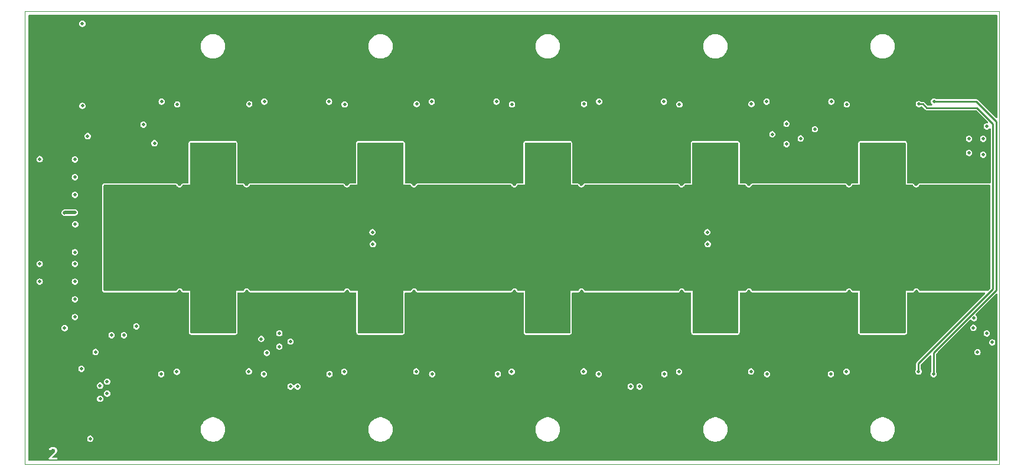
<source format=gbr>
%TF.GenerationSoftware,KiCad,Pcbnew,8.0.6*%
%TF.CreationDate,2024-12-06T19:08:14+01:00*%
%TF.ProjectId,AsicsBoard - 10xBM1370 - 01A,41736963-7342-46f6-9172-64202d203130,rev?*%
%TF.SameCoordinates,Original*%
%TF.FileFunction,Copper,L2,Inr*%
%TF.FilePolarity,Positive*%
%FSLAX46Y46*%
G04 Gerber Fmt 4.6, Leading zero omitted, Abs format (unit mm)*
G04 Created by KiCad (PCBNEW 8.0.6) date 2024-12-06 19:08:14*
%MOMM*%
%LPD*%
G01*
G04 APERTURE LIST*
%ADD10C,0.300000*%
%TA.AperFunction,ComponentPad*%
%ADD11C,0.800000*%
%TD*%
%TA.AperFunction,ComponentPad*%
%ADD12C,6.400000*%
%TD*%
%TA.AperFunction,ViaPad*%
%ADD13C,0.500000*%
%TD*%
%TA.AperFunction,ViaPad*%
%ADD14C,0.800000*%
%TD*%
%TA.AperFunction,Conductor*%
%ADD15C,0.254000*%
%TD*%
%TA.AperFunction,Conductor*%
%ADD16C,0.500000*%
%TD*%
%TA.AperFunction,Profile*%
%ADD17C,0.100000*%
%TD*%
G04 APERTURE END LIST*
D10*
G36*
X69817611Y-119482495D02*
G01*
X68258587Y-119482495D01*
X68258587Y-119136565D01*
X68425254Y-119136565D01*
X68425254Y-119195091D01*
X68447651Y-119249163D01*
X68489037Y-119290549D01*
X68520711Y-119303668D01*
X68543108Y-119312946D01*
X68572372Y-119315828D01*
X69500944Y-119315828D01*
X69530208Y-119312946D01*
X69584280Y-119290548D01*
X69625664Y-119249164D01*
X69648062Y-119195092D01*
X69648062Y-119136564D01*
X69625664Y-119082492D01*
X69584280Y-119041108D01*
X69530208Y-119018710D01*
X69500944Y-119015828D01*
X68934504Y-119015828D01*
X69535581Y-118414751D01*
X69554236Y-118392021D01*
X69556299Y-118387039D01*
X69559829Y-118382970D01*
X69571817Y-118356120D01*
X69643246Y-118141835D01*
X69646545Y-118127325D01*
X69648062Y-118123664D01*
X69648584Y-118118355D01*
X69649766Y-118113161D01*
X69649485Y-118109211D01*
X69650944Y-118094400D01*
X69650944Y-117951542D01*
X69648062Y-117922278D01*
X69645998Y-117917297D01*
X69645617Y-117911923D01*
X69635108Y-117884459D01*
X69563679Y-117741603D01*
X69555752Y-117729011D01*
X69554236Y-117725349D01*
X69550852Y-117721226D01*
X69548014Y-117716717D01*
X69545021Y-117714121D01*
X69535581Y-117702619D01*
X69464153Y-117631191D01*
X69452651Y-117621751D01*
X69450055Y-117618758D01*
X69445541Y-117615917D01*
X69441422Y-117612536D01*
X69437762Y-117611020D01*
X69425169Y-117603093D01*
X69282311Y-117531664D01*
X69254848Y-117521154D01*
X69249470Y-117520771D01*
X69244493Y-117518710D01*
X69215229Y-117515828D01*
X68858087Y-117515828D01*
X68828823Y-117518710D01*
X68823845Y-117520771D01*
X68818468Y-117521154D01*
X68791005Y-117531664D01*
X68648147Y-117603093D01*
X68635555Y-117611019D01*
X68631893Y-117612536D01*
X68627770Y-117615919D01*
X68623261Y-117618758D01*
X68620665Y-117621750D01*
X68609163Y-117631191D01*
X68537735Y-117702619D01*
X68519080Y-117725350D01*
X68496683Y-117779422D01*
X68496683Y-117837948D01*
X68519080Y-117892020D01*
X68560466Y-117933406D01*
X68614538Y-117955803D01*
X68673064Y-117955803D01*
X68727136Y-117933406D01*
X68749867Y-117914751D01*
X68804083Y-117860535D01*
X68893497Y-117815828D01*
X69179819Y-117815828D01*
X69269233Y-117860535D01*
X69306237Y-117897539D01*
X69350944Y-117986952D01*
X69350944Y-118070059D01*
X69298410Y-118227657D01*
X68466306Y-119059762D01*
X68447651Y-119082493D01*
X68425254Y-119136565D01*
X68258587Y-119136565D01*
X68258587Y-117349161D01*
X69817611Y-117349161D01*
X69817611Y-119482495D01*
G37*
D11*
%TO.N,VPWR_ASIC*%
%TO.C,H33*%
X202600000Y-91000000D03*
X201900000Y-92900000D03*
X201900000Y-89100000D03*
X200000000Y-93600000D03*
D12*
X200000000Y-91000000D03*
D11*
X200000000Y-88400000D03*
X198100000Y-92900000D03*
X198100000Y-89100000D03*
X197400000Y-91000000D03*
%TD*%
%TO.N,VPWR_ASIC*%
%TO.C,H11*%
X82600000Y-84000000D03*
X81900000Y-85900000D03*
X81900000Y-82100000D03*
X80000000Y-86600000D03*
D12*
X80000000Y-84000000D03*
D11*
X80000000Y-81400000D03*
X78100000Y-85900000D03*
X78100000Y-82100000D03*
X77400000Y-84000000D03*
%TD*%
%TO.N,VPWR_ASIC*%
%TO.C,H27*%
X178600000Y-84000000D03*
X177900000Y-85900000D03*
X177900000Y-82100000D03*
X176000000Y-86600000D03*
D12*
X176000000Y-84000000D03*
D11*
X176000000Y-81400000D03*
X174100000Y-85900000D03*
X174100000Y-82100000D03*
X173400000Y-84000000D03*
%TD*%
%TO.N,GND*%
%TO.C,H14*%
X82600000Y-115000000D03*
X81900000Y-116900000D03*
X81900000Y-113100000D03*
X80000000Y-117600000D03*
D12*
X80000000Y-115000000D03*
D11*
X80000000Y-112400000D03*
X78100000Y-116900000D03*
X78100000Y-113100000D03*
X77400000Y-115000000D03*
%TD*%
%TO.N,GND*%
%TO.C,H34*%
X202600000Y-115000000D03*
X201900000Y-116900000D03*
X201900000Y-113100000D03*
X200000000Y-117600000D03*
D12*
X200000000Y-115000000D03*
D11*
X200000000Y-112400000D03*
X198100000Y-116900000D03*
X198100000Y-113100000D03*
X197400000Y-115000000D03*
%TD*%
%TO.N,VPWR_ASIC*%
%TO.C,H21*%
X130600000Y-91000000D03*
X129900000Y-92900000D03*
X129900000Y-89100000D03*
X128000000Y-93600000D03*
D12*
X128000000Y-91000000D03*
D11*
X128000000Y-88400000D03*
X126100000Y-92900000D03*
X126100000Y-89100000D03*
X125400000Y-91000000D03*
%TD*%
%TO.N,GND*%
%TO.C,H20*%
X130600000Y-60000000D03*
X129900000Y-61900000D03*
X129900000Y-58100000D03*
X128000000Y-62600000D03*
D12*
X128000000Y-60000000D03*
D11*
X128000000Y-57400000D03*
X126100000Y-61900000D03*
X126100000Y-58100000D03*
X125400000Y-60000000D03*
%TD*%
%TO.N,VPWR_ASIC*%
%TO.C,H19*%
X130600000Y-84000000D03*
X129900000Y-85900000D03*
X129900000Y-82100000D03*
X128000000Y-86600000D03*
D12*
X128000000Y-84000000D03*
D11*
X128000000Y-81400000D03*
X126100000Y-85900000D03*
X126100000Y-82100000D03*
X125400000Y-84000000D03*
%TD*%
%TO.N,GND*%
%TO.C,H32*%
X202600000Y-60000000D03*
X201900000Y-61900000D03*
X201900000Y-58100000D03*
X200000000Y-62600000D03*
D12*
X200000000Y-60000000D03*
D11*
X200000000Y-57400000D03*
X198100000Y-61900000D03*
X198100000Y-58100000D03*
X197400000Y-60000000D03*
%TD*%
%TO.N,VPWR_ASIC*%
%TO.C,H13*%
X82600000Y-91000000D03*
X81900000Y-92900000D03*
X81900000Y-89100000D03*
X80000000Y-93600000D03*
D12*
X80000000Y-91000000D03*
D11*
X80000000Y-88400000D03*
X78100000Y-92900000D03*
X78100000Y-89100000D03*
X77400000Y-91000000D03*
%TD*%
%TO.N,VPWR_ASIC*%
%TO.C,H31*%
X202600000Y-84000000D03*
X201900000Y-85900000D03*
X201900000Y-82100000D03*
X200000000Y-86600000D03*
D12*
X200000000Y-84000000D03*
D11*
X200000000Y-81400000D03*
X198100000Y-85900000D03*
X198100000Y-82100000D03*
X197400000Y-84000000D03*
%TD*%
%TO.N,GND*%
%TO.C,H30*%
X178600000Y-115000000D03*
X177900000Y-116900000D03*
X177900000Y-113100000D03*
X176000000Y-117600000D03*
D12*
X176000000Y-115000000D03*
D11*
X176000000Y-112400000D03*
X174100000Y-116900000D03*
X174100000Y-113100000D03*
X173400000Y-115000000D03*
%TD*%
%TO.N,VPWR_ASIC*%
%TO.C,H23*%
X154600000Y-84000000D03*
X153900000Y-85900000D03*
X153900000Y-82100000D03*
X152000000Y-86600000D03*
D12*
X152000000Y-84000000D03*
D11*
X152000000Y-81400000D03*
X150100000Y-85900000D03*
X150100000Y-82100000D03*
X149400000Y-84000000D03*
%TD*%
%TO.N,VPWR_ASIC*%
%TO.C,H17*%
X106600000Y-91000000D03*
X105900000Y-92900000D03*
X105900000Y-89100000D03*
X104000000Y-93600000D03*
D12*
X104000000Y-91000000D03*
D11*
X104000000Y-88400000D03*
X102100000Y-92900000D03*
X102100000Y-89100000D03*
X101400000Y-91000000D03*
%TD*%
%TO.N,VPWR_ASIC*%
%TO.C,H25*%
X154600000Y-91000000D03*
X153900000Y-92900000D03*
X153900000Y-89100000D03*
X152000000Y-93600000D03*
D12*
X152000000Y-91000000D03*
D11*
X152000000Y-88400000D03*
X150100000Y-92900000D03*
X150100000Y-89100000D03*
X149400000Y-91000000D03*
%TD*%
%TO.N,GND*%
%TO.C,H22*%
X130600000Y-115000000D03*
X129900000Y-116900000D03*
X129900000Y-113100000D03*
X128000000Y-117600000D03*
D12*
X128000000Y-115000000D03*
D11*
X128000000Y-112400000D03*
X126100000Y-116900000D03*
X126100000Y-113100000D03*
X125400000Y-115000000D03*
%TD*%
%TO.N,VPWR_ASIC*%
%TO.C,H15*%
X106600000Y-84000000D03*
X105900000Y-85900000D03*
X105900000Y-82100000D03*
X104000000Y-86600000D03*
D12*
X104000000Y-84000000D03*
D11*
X104000000Y-81400000D03*
X102100000Y-85900000D03*
X102100000Y-82100000D03*
X101400000Y-84000000D03*
%TD*%
%TO.N,GND*%
%TO.C,H12*%
X82600000Y-60000000D03*
X81900000Y-61900000D03*
X81900000Y-58100000D03*
X80000000Y-62600000D03*
D12*
X80000000Y-60000000D03*
D11*
X80000000Y-57400000D03*
X78100000Y-61900000D03*
X78100000Y-58100000D03*
X77400000Y-60000000D03*
%TD*%
%TO.N,VPWR_ASIC*%
%TO.C,H29*%
X178600000Y-91000000D03*
X177900000Y-92900000D03*
X177900000Y-89100000D03*
X176000000Y-93600000D03*
D12*
X176000000Y-91000000D03*
D11*
X176000000Y-88400000D03*
X174100000Y-92900000D03*
X174100000Y-89100000D03*
X173400000Y-91000000D03*
%TD*%
%TO.N,GND*%
%TO.C,H24*%
X154600000Y-60000000D03*
X153900000Y-61900000D03*
X153900000Y-58100000D03*
X152000000Y-62600000D03*
D12*
X152000000Y-60000000D03*
D11*
X152000000Y-57400000D03*
X150100000Y-61900000D03*
X150100000Y-58100000D03*
X149400000Y-60000000D03*
%TD*%
%TO.N,GND*%
%TO.C,H18*%
X106600000Y-115000000D03*
X105900000Y-116900000D03*
X105900000Y-113100000D03*
X104000000Y-117600000D03*
D12*
X104000000Y-115000000D03*
D11*
X104000000Y-112400000D03*
X102100000Y-116900000D03*
X102100000Y-113100000D03*
X101400000Y-115000000D03*
%TD*%
%TO.N,GND*%
%TO.C,H26*%
X154600000Y-115000000D03*
X153900000Y-116900000D03*
X153900000Y-113100000D03*
X152000000Y-117600000D03*
D12*
X152000000Y-115000000D03*
D11*
X152000000Y-112400000D03*
X150100000Y-116900000D03*
X150100000Y-113100000D03*
X149400000Y-115000000D03*
%TD*%
%TO.N,GND*%
%TO.C,H28*%
X178600000Y-60000000D03*
X177900000Y-61900000D03*
X177900000Y-58100000D03*
X176000000Y-62600000D03*
D12*
X176000000Y-60000000D03*
D11*
X176000000Y-57400000D03*
X174100000Y-61900000D03*
X174100000Y-58100000D03*
X173400000Y-60000000D03*
%TD*%
%TO.N,GND*%
%TO.C,H16*%
X106600000Y-60000000D03*
X105900000Y-61900000D03*
X105900000Y-58100000D03*
X104000000Y-62600000D03*
D12*
X104000000Y-60000000D03*
D11*
X104000000Y-57400000D03*
X102100000Y-61900000D03*
X102100000Y-58100000D03*
X101400000Y-60000000D03*
%TD*%
D13*
%TO.N,/CTN2*%
X72195000Y-91232000D03*
%TO.N,/CTN2_RTN*%
X72195000Y-93772000D03*
%TO.N,/CTN1*%
X72195000Y-96312000D03*
%TO.N,/CTN1_RTN*%
X72195000Y-98852000D03*
%TO.N,/VSP*%
X67145000Y-91232000D03*
%TO.N,/VSN*%
X67145000Y-93772000D03*
%TO.N,+1.2V*%
X70715000Y-83900000D03*
%TO.N,/ASICs/ASICs_BM1370_1/CO1*%
X98900000Y-102000000D03*
%TO.N,/ASICs/ASICs_BM1370_1/RSTO1*%
X101500000Y-101200000D03*
%TO.N,/ASICs/ASICs_BM1370_1/RI1*%
X103100000Y-102380000D03*
%TO.N,/ASICs/ASICs_BM1370_1/CLKO1*%
X101500000Y-103100000D03*
%TO.N,/ASICs/ASICs_BM1370_1/BO1*%
X99700000Y-104000000D03*
%TO.N,+1.2V*%
X74017000Y-72883000D03*
%TO.N,/CTN1*%
X114914000Y-88377000D03*
%TO.N,/CTN1_RTN*%
X114860000Y-86675000D03*
%TO.N,/CTN2*%
X162920000Y-88377000D03*
%TO.N,/CTN2_RTN*%
X162866000Y-86675000D03*
%TO.N,+0.8V*%
X84627000Y-67930000D03*
X99348000Y-67930000D03*
X108630000Y-67930000D03*
X123351000Y-67930000D03*
X132633000Y-67930000D03*
X147354000Y-67930000D03*
X171357000Y-67930000D03*
X180639000Y-67930000D03*
X195360000Y-67930000D03*
%TO.N,+5V_STDBY*%
X73128000Y-106284000D03*
X67145000Y-76185000D03*
X73255000Y-56754000D03*
D14*
%TO.N,GND*%
X94000000Y-103500000D03*
D13*
X99320000Y-108000000D03*
X122200000Y-74500000D03*
X67032000Y-64882000D03*
D14*
X114000000Y-103500000D03*
X138000000Y-108508000D03*
D13*
X159180000Y-96200000D03*
D14*
X162000000Y-73000000D03*
D13*
X180680000Y-104500000D03*
X157500000Y-105700000D03*
D14*
X166000000Y-71500000D03*
D13*
X134596000Y-66160000D03*
X96820000Y-96200000D03*
D14*
X190000000Y-103500000D03*
X90000000Y-68500000D03*
X166000000Y-66500000D03*
X186000000Y-106500000D03*
D13*
X194500000Y-69454010D03*
X168820000Y-95200000D03*
X192820000Y-95200000D03*
X193524000Y-108816000D03*
X135180000Y-79800000D03*
X67032000Y-60310000D03*
X168820000Y-78800000D03*
D14*
X118000000Y-66500000D03*
D13*
X123300000Y-78620000D03*
D14*
X138000000Y-71500000D03*
D13*
X144820000Y-95200000D03*
X183200000Y-95200000D03*
D14*
X162000000Y-108508000D03*
D13*
X158472000Y-69708000D03*
X108700000Y-78620000D03*
D14*
X186000000Y-68500000D03*
D13*
X108680000Y-67000000D03*
D14*
X114000000Y-73000000D03*
X116000000Y-66500000D03*
D13*
X183180000Y-78800000D03*
D14*
X114000000Y-106500000D03*
D13*
X144800000Y-79800000D03*
X99320000Y-70500000D03*
D14*
X162000000Y-66500000D03*
X142000000Y-106500000D03*
X92000000Y-66500000D03*
X90000000Y-102000000D03*
D13*
X98200000Y-100500000D03*
X159180000Y-78800000D03*
D14*
X94000000Y-68500000D03*
D13*
X87180000Y-79800000D03*
D14*
X138000000Y-105000000D03*
D13*
X195300000Y-78620000D03*
D14*
X186000000Y-70000000D03*
D13*
X86500000Y-108734000D03*
D14*
X92000000Y-108500000D03*
X190000000Y-68500000D03*
X162000000Y-106500000D03*
D13*
X180700000Y-96380000D03*
D14*
X186000000Y-105000000D03*
D13*
X66943500Y-114704500D03*
X183180000Y-96200000D03*
D14*
X90000000Y-70000000D03*
X94000000Y-70000000D03*
D13*
X99320000Y-67000000D03*
X135180000Y-78800000D03*
X109500000Y-105700000D03*
X97512000Y-108816000D03*
D14*
X190000000Y-105000000D03*
X138000000Y-66500000D03*
D13*
X144820000Y-78800000D03*
D14*
X188000000Y-66500000D03*
D13*
X110466000Y-69708000D03*
X84680000Y-108000000D03*
X110466000Y-108816000D03*
D14*
X114000000Y-108500000D03*
X114000000Y-70000000D03*
D13*
X156700000Y-78620000D03*
X97512000Y-66160000D03*
X123320000Y-108000000D03*
X108700000Y-96380000D03*
D14*
X186000000Y-108508000D03*
X94000000Y-71500000D03*
D13*
X84700000Y-96380000D03*
X181800000Y-74500000D03*
D14*
X162000000Y-70000000D03*
X94000000Y-102000000D03*
D13*
X120820000Y-95200000D03*
D14*
X166000000Y-108508000D03*
D13*
X86590000Y-69708000D03*
X84700000Y-78620000D03*
D14*
X114000000Y-105000000D03*
X114000000Y-71500000D03*
X142000000Y-66500000D03*
X90000000Y-73000000D03*
D13*
X182602000Y-66160000D03*
X145518000Y-108816000D03*
X180700000Y-78620000D03*
D14*
X94000000Y-66500000D03*
D13*
X171320000Y-108000000D03*
X146500000Y-105700000D03*
X157800000Y-100500000D03*
X168820000Y-96200000D03*
D14*
X189996441Y-66468000D03*
D13*
X147320000Y-70500000D03*
D14*
X190000000Y-102000000D03*
D13*
X170200000Y-100500000D03*
D14*
X186000000Y-71500000D03*
D13*
X85446994Y-105268000D03*
X171320000Y-67000000D03*
D14*
X138000000Y-68500000D03*
X166000000Y-106500000D03*
X166000000Y-68500000D03*
X90000000Y-103500000D03*
D13*
X171300000Y-78620000D03*
D14*
X142000000Y-70000000D03*
X114000000Y-66500000D03*
D13*
X181500000Y-105700000D03*
X122500000Y-105700000D03*
D14*
X90000000Y-71500000D03*
X186000000Y-66500000D03*
X138000000Y-106500000D03*
X118000000Y-73000000D03*
X142000000Y-103500000D03*
X94000000Y-108500000D03*
D13*
X111200000Y-95200000D03*
X67145000Y-83852000D03*
X183180000Y-79800000D03*
X109800000Y-74500000D03*
X109800000Y-100500000D03*
X182602000Y-108816000D03*
X71096000Y-106284000D03*
D14*
X94000000Y-73000000D03*
D13*
X146200000Y-100500000D03*
D14*
X162000000Y-68500000D03*
D13*
X84680000Y-67000000D03*
X156680000Y-67000000D03*
X99300000Y-96380000D03*
D14*
X142000000Y-68500000D03*
X94000000Y-105000000D03*
X138000000Y-73000000D03*
D13*
X133800000Y-100500000D03*
D14*
X162000000Y-103500000D03*
D13*
X194200000Y-100500000D03*
X156680000Y-108000000D03*
X133500000Y-105700000D03*
D14*
X142000000Y-71500000D03*
X90000000Y-105000000D03*
D13*
X133800000Y-74500000D03*
X111180000Y-79800000D03*
D14*
X140000000Y-66500000D03*
D13*
X96820000Y-95200000D03*
X120820000Y-78800000D03*
D14*
X118000000Y-108500000D03*
D13*
X156680000Y-104500000D03*
X98200000Y-74500000D03*
X70080000Y-58024000D03*
D14*
X118000000Y-71500000D03*
D13*
X157800000Y-74500000D03*
X108680000Y-108000000D03*
D14*
X166000000Y-70000000D03*
D13*
X134596000Y-69708000D03*
X132700000Y-78620000D03*
D14*
X118000000Y-103500000D03*
D13*
X159180000Y-79800000D03*
X147300000Y-78620000D03*
X71096000Y-115809000D03*
D14*
X164000000Y-66500000D03*
D13*
X182602000Y-69708000D03*
X170500000Y-69454000D03*
D14*
X166000000Y-103500000D03*
D13*
X87180000Y-96200000D03*
D14*
X118000000Y-106500000D03*
D13*
X144820000Y-96200000D03*
X193524000Y-66160000D03*
D14*
X164000000Y-108508000D03*
D13*
X86590000Y-66160000D03*
D14*
X118000000Y-102000000D03*
D13*
X156700000Y-96380000D03*
D14*
X142000000Y-108508000D03*
X118000000Y-70000000D03*
D13*
X180680000Y-108000000D03*
X98500000Y-69454002D03*
D14*
X142000000Y-105000000D03*
D13*
X111180000Y-78800000D03*
X158472000Y-108816000D03*
D14*
X190000000Y-108508000D03*
D13*
X169394000Y-108816000D03*
X85800000Y-74500000D03*
D14*
X138000000Y-102000000D03*
X118000000Y-68500000D03*
D13*
X195320000Y-70500000D03*
X121388000Y-66160000D03*
D14*
X186000000Y-102000000D03*
D13*
X195320000Y-108000000D03*
X96820000Y-78800000D03*
X146500000Y-69454000D03*
X98500000Y-105700000D03*
D14*
X190000000Y-73000000D03*
D13*
X68810000Y-105141000D03*
X123320000Y-70500000D03*
X71527000Y-112380000D03*
X134596000Y-108816000D03*
X192820000Y-96200000D03*
X110466000Y-66160000D03*
X170500000Y-105700000D03*
X135180000Y-96200000D03*
D14*
X118000000Y-105000000D03*
D13*
X120820000Y-96200000D03*
X132680000Y-108000000D03*
X146200000Y-74500000D03*
X121388000Y-108816000D03*
D14*
X166000000Y-105000000D03*
D13*
X87180000Y-78800000D03*
X147320000Y-67000000D03*
X123320000Y-67000000D03*
X159200000Y-95200000D03*
X122200000Y-100500000D03*
X145518000Y-66160000D03*
X171300000Y-96380000D03*
D14*
X166000000Y-102000000D03*
D13*
X87200000Y-95200000D03*
X181800000Y-100500000D03*
D14*
X188000000Y-108508000D03*
D13*
X168800000Y-79800000D03*
X132680000Y-67000000D03*
X71477000Y-62596000D03*
X192800000Y-79800000D03*
D14*
X90000000Y-66500000D03*
X90000000Y-106500000D03*
X190000000Y-106500000D03*
D13*
X192820000Y-78800000D03*
X99300000Y-78620000D03*
D14*
X186000000Y-73000000D03*
D13*
X66943500Y-110132500D03*
X195300000Y-96380000D03*
X85800000Y-100500000D03*
X84680000Y-104500000D03*
D14*
X162000000Y-102000000D03*
X142000000Y-102000000D03*
D13*
X169394000Y-66160000D03*
D14*
X114000000Y-68500000D03*
X142000000Y-73000000D03*
X190000000Y-71500000D03*
D13*
X132700000Y-96380000D03*
D14*
X140000000Y-108508000D03*
D13*
X75600000Y-88500000D03*
X120800000Y-79800000D03*
X158472000Y-66160000D03*
X194500000Y-105700000D03*
D14*
X162000000Y-71500000D03*
X94000000Y-106500000D03*
X190000000Y-70000000D03*
D13*
X96800000Y-79800000D03*
X147300000Y-96380000D03*
X111180000Y-96200000D03*
X132680000Y-104500000D03*
D14*
X114000000Y-102000000D03*
X138000000Y-70000000D03*
D13*
X123300000Y-96380000D03*
X170200000Y-74500000D03*
D14*
X166000000Y-73000000D03*
D13*
X195320000Y-67000000D03*
D14*
X138000000Y-103500000D03*
D13*
X180680000Y-67000000D03*
X194200000Y-74500000D03*
D14*
X162000000Y-105000000D03*
D13*
X122500000Y-69453982D03*
D14*
X186000000Y-103500000D03*
D13*
X70080000Y-67168000D03*
X171320000Y-70500000D03*
X147320000Y-108000000D03*
X73166500Y-101204000D03*
X108680000Y-104500000D03*
D14*
X90000000Y-108500000D03*
X116000000Y-108500000D03*
D13*
X135200000Y-95200000D03*
%TO.N,+0.8V*%
X123412000Y-107046000D03*
X156702000Y-107046000D03*
X147288000Y-107046000D03*
X84566000Y-107046000D03*
X180578000Y-107046000D03*
X99282000Y-107046000D03*
X108696000Y-107046000D03*
X171418000Y-107046000D03*
X132826000Y-107046000D03*
X74398000Y-116317000D03*
X195294000Y-107046000D03*
%TO.N,+1.2V*%
X86810000Y-106710000D03*
X97190000Y-68290000D03*
X72195000Y-83852000D03*
X86860000Y-68340000D03*
X97140000Y-106660000D03*
X158860000Y-68340000D03*
X193190000Y-68290000D03*
X70715000Y-100442000D03*
X134810000Y-106710000D03*
X169190000Y-68290000D03*
X121190000Y-68290000D03*
X110860000Y-68340000D03*
X110810000Y-106710000D03*
X182860000Y-68340000D03*
X158810000Y-106710000D03*
X73276500Y-68543500D03*
X134860000Y-68340000D03*
X182810000Y-106710000D03*
X121140000Y-106660000D03*
X193140000Y-106660000D03*
X145190000Y-68290000D03*
X145140000Y-106660000D03*
X169140000Y-106660000D03*
D14*
%TO.N,VPWR_ASIC*%
X162000000Y-78600000D03*
X116000000Y-96400000D03*
X118000000Y-94400000D03*
X166000000Y-98400000D03*
X186000000Y-76600000D03*
X118000000Y-96400000D03*
X164000000Y-96400000D03*
X118000000Y-78600000D03*
X118000000Y-100400000D03*
X186000000Y-80600000D03*
X92000000Y-80600000D03*
X116000000Y-98400000D03*
X118000000Y-74600000D03*
X162000000Y-80600000D03*
X188000000Y-78600000D03*
X190000000Y-98400000D03*
X114000000Y-98400000D03*
X186000000Y-94400000D03*
X138000000Y-94400000D03*
X116000000Y-76600000D03*
X116000000Y-78600000D03*
X190000000Y-96400000D03*
X162000000Y-100400000D03*
X114000000Y-74600000D03*
X116000000Y-94400000D03*
X166000000Y-100400000D03*
X140000000Y-78600000D03*
X140000000Y-98400000D03*
X138000000Y-74600000D03*
X142000000Y-94400000D03*
X114000000Y-100400000D03*
X164000000Y-80600000D03*
X90000000Y-98400000D03*
X92000000Y-78600000D03*
X138000000Y-100400000D03*
X186000000Y-74600000D03*
X94000000Y-74600000D03*
X94000000Y-100400000D03*
X142000000Y-78600000D03*
X190000000Y-94400000D03*
X94000000Y-98400000D03*
X142000000Y-80600000D03*
X186000000Y-96400000D03*
X90000000Y-94400000D03*
X118000000Y-80600000D03*
X140000000Y-80600000D03*
X140000000Y-76600000D03*
X190000000Y-76600000D03*
X114000000Y-94400000D03*
X190000000Y-80600000D03*
X140000000Y-96400000D03*
X164000000Y-78600000D03*
X166000000Y-78600000D03*
X92000000Y-94400000D03*
X116000000Y-80600000D03*
X114000000Y-96400000D03*
X164000000Y-76600000D03*
X164000000Y-94400000D03*
X186000000Y-100400000D03*
X166000000Y-74600000D03*
X186000000Y-98400000D03*
X94000000Y-94400000D03*
X114000000Y-76600000D03*
X90000000Y-74600000D03*
X166000000Y-96400000D03*
X94000000Y-96400000D03*
X142000000Y-100400000D03*
X162000000Y-76600000D03*
X190000000Y-78600000D03*
X142000000Y-74600000D03*
X138000000Y-80600000D03*
X166000000Y-94400000D03*
X94000000Y-78600000D03*
X90000000Y-76600000D03*
X114000000Y-78600000D03*
X186000000Y-78600000D03*
X94000000Y-76600000D03*
X118000000Y-98400000D03*
X188000000Y-98400000D03*
X166000000Y-76600000D03*
X162000000Y-74600000D03*
X166000000Y-80600000D03*
X188000000Y-96400000D03*
X90000000Y-78600000D03*
X138000000Y-96400000D03*
X138000000Y-76600000D03*
X162000000Y-96400000D03*
X90000000Y-96400000D03*
X190000000Y-74600000D03*
X190000000Y-100400000D03*
X140000000Y-94400000D03*
X92000000Y-98400000D03*
X90000000Y-80600000D03*
X114000000Y-80600000D03*
X188000000Y-80600000D03*
X138000000Y-98400000D03*
X92000000Y-96400000D03*
X162000000Y-94400000D03*
X142000000Y-96400000D03*
X92000000Y-76600000D03*
X138000000Y-78600000D03*
X94000000Y-80600000D03*
X142000000Y-76600000D03*
X188000000Y-76600000D03*
X142000000Y-98400000D03*
X162000000Y-98400000D03*
X90000000Y-100400000D03*
X188000000Y-94400000D03*
X164000000Y-98400000D03*
X118000000Y-76600000D03*
D13*
%TO.N,/VSP*%
X72239000Y-85555000D03*
%TO.N,/VSN*%
X72200000Y-89548000D03*
%TO.N,/CTN1_RTN*%
X103100000Y-108824000D03*
X76811000Y-108117591D03*
%TO.N,/CTN1*%
X104116000Y-108824000D03*
X75795000Y-108697000D03*
%TO.N,/CTN2*%
X75804668Y-110592332D03*
X153138000Y-108824000D03*
%TO.N,/CTN2_RTN*%
X151868000Y-108824000D03*
X76811000Y-109840000D03*
%TO.N,/RSTIn*%
X81002000Y-100188000D03*
X72195000Y-76232000D03*
%TO.N,/CLKI*%
X75160000Y-103871000D03*
%TO.N,/CI*%
X72195000Y-78772000D03*
X79224000Y-101458000D03*
%TO.N,/RO*%
X72195000Y-81312000D03*
X77446000Y-101458000D03*
%TO.N,/ASICs/ASICs_BM1370_2/RI1*%
X172188000Y-72620000D03*
%TO.N,/ASICs/ASICs_BM1370_2/CO1*%
X176252000Y-73220000D03*
%TO.N,/ASICs/ASICs_BM1370_1/BM1370-4/RI*%
X200382000Y-73264000D03*
X202922000Y-101204000D03*
%TO.N,/ASICs/ASICs_BM1370_2/CLKO1*%
X178284000Y-71900000D03*
%TO.N,/ASICs/ASICs_BM1370_2/BO1*%
X174220000Y-71100000D03*
%TO.N,/ASICs/ASICs_BM1370_1/BM1370-4/CO*%
X202414000Y-75550000D03*
X201000000Y-100400000D03*
%TO.N,/ASICs/ASICs_BM1370_1/BM1370-4/CLKO*%
X202414000Y-73264000D03*
X203699996Y-102500000D03*
%TO.N,/ASICs/ASICs_BM1370_1/BM1370-4/BO*%
X201600000Y-103900000D03*
X202922000Y-71486000D03*
%TO.N,/ASICs/ASICs_BM1370_2/BM1370-4/CLKO*%
X82018000Y-71232000D03*
%TO.N,/ASICs/ASICs_BM1370_1/BM1370-4/RSTO_n*%
X200382000Y-75296000D03*
X201094027Y-99029027D03*
%TO.N,/ASICs/ASICs_BM1370_2/BM1370-4/RSTO_n*%
X83600000Y-73900000D03*
%TO.N,/ASICs/ASICs_BM1370_2/RSTO1*%
X174220000Y-74026000D03*
%TO.N,+0.8V*%
X156636000Y-67930000D03*
%TD*%
D15*
%TO.N,+1.2V*%
X193790000Y-68290000D02*
X193190000Y-68290000D01*
X194319000Y-68819000D02*
X193790000Y-68290000D01*
X201519000Y-68819000D02*
X194319000Y-68819000D01*
X203811000Y-94854000D02*
X203811000Y-71111000D01*
X193140000Y-105525000D02*
X203811000Y-94854000D01*
X203811000Y-71111000D02*
X201519000Y-68819000D01*
X193140000Y-106660000D02*
X193140000Y-105525000D01*
%TO.N,+0.8V*%
X201430000Y-67930000D02*
X195360000Y-67930000D01*
X204323000Y-94984052D02*
X204323000Y-70823000D01*
X204323000Y-70823000D02*
X201430000Y-67930000D01*
X195294000Y-104013052D02*
X204323000Y-94984052D01*
X195294000Y-107046000D02*
X195294000Y-104013052D01*
D16*
%TO.N,+1.2V*%
X70763000Y-83852000D02*
X70715000Y-83900000D01*
X72195000Y-83852000D02*
X70763000Y-83852000D01*
%TD*%
%TA.AperFunction,Conductor*%
%TO.N,VPWR_ASIC*%
G36*
X86703148Y-79887685D02*
G01*
X86748902Y-79940487D01*
X86797118Y-80046063D01*
X86881951Y-80143967D01*
X86990931Y-80214004D01*
X87115225Y-80250499D01*
X87115227Y-80250500D01*
X87115228Y-80250500D01*
X87244773Y-80250500D01*
X87244773Y-80250499D01*
X87369069Y-80214004D01*
X87478049Y-80143967D01*
X87562882Y-80046063D01*
X87611097Y-79940487D01*
X87656852Y-79887684D01*
X87723891Y-79868000D01*
X88700000Y-79868000D01*
X95300000Y-79868000D01*
X96256109Y-79868000D01*
X96323148Y-79887685D01*
X96368902Y-79940487D01*
X96417118Y-80046063D01*
X96501951Y-80143967D01*
X96610931Y-80214004D01*
X96735225Y-80250499D01*
X96735227Y-80250500D01*
X96735228Y-80250500D01*
X96864773Y-80250500D01*
X96864773Y-80250499D01*
X96989069Y-80214004D01*
X97098049Y-80143967D01*
X97182882Y-80046063D01*
X97231097Y-79940487D01*
X97276852Y-79887684D01*
X97343891Y-79868000D01*
X110636109Y-79868000D01*
X110703148Y-79887685D01*
X110748902Y-79940487D01*
X110797118Y-80046063D01*
X110881951Y-80143967D01*
X110990931Y-80214004D01*
X111115225Y-80250499D01*
X111115227Y-80250500D01*
X111115228Y-80250500D01*
X111244773Y-80250500D01*
X111244773Y-80250499D01*
X111369069Y-80214004D01*
X111478049Y-80143967D01*
X111562882Y-80046063D01*
X111611097Y-79940487D01*
X111656852Y-79887684D01*
X111723891Y-79868000D01*
X112700000Y-79868000D01*
X119300000Y-79868000D01*
X120256109Y-79868000D01*
X120323148Y-79887685D01*
X120368902Y-79940487D01*
X120417118Y-80046063D01*
X120501951Y-80143967D01*
X120610931Y-80214004D01*
X120735225Y-80250499D01*
X120735227Y-80250500D01*
X120735228Y-80250500D01*
X120864773Y-80250500D01*
X120864773Y-80250499D01*
X120989069Y-80214004D01*
X121098049Y-80143967D01*
X121182882Y-80046063D01*
X121231097Y-79940487D01*
X121276852Y-79887684D01*
X121343891Y-79868000D01*
X134636109Y-79868000D01*
X134703148Y-79887685D01*
X134748902Y-79940487D01*
X134797118Y-80046063D01*
X134881951Y-80143967D01*
X134990931Y-80214004D01*
X135115225Y-80250499D01*
X135115227Y-80250500D01*
X135115228Y-80250500D01*
X135244773Y-80250500D01*
X135244773Y-80250499D01*
X135369069Y-80214004D01*
X135478049Y-80143967D01*
X135562882Y-80046063D01*
X135611097Y-79940487D01*
X135656852Y-79887684D01*
X135723891Y-79868000D01*
X136700000Y-79868000D01*
X143300000Y-79868000D01*
X144256109Y-79868000D01*
X144323148Y-79887685D01*
X144368902Y-79940487D01*
X144417118Y-80046063D01*
X144501951Y-80143967D01*
X144610931Y-80214004D01*
X144735225Y-80250499D01*
X144735227Y-80250500D01*
X144735228Y-80250500D01*
X144864773Y-80250500D01*
X144864773Y-80250499D01*
X144989069Y-80214004D01*
X145098049Y-80143967D01*
X145182882Y-80046063D01*
X145231097Y-79940487D01*
X145276852Y-79887684D01*
X145343891Y-79868000D01*
X158636109Y-79868000D01*
X158703148Y-79887685D01*
X158748902Y-79940487D01*
X158797118Y-80046063D01*
X158881951Y-80143967D01*
X158990931Y-80214004D01*
X159115225Y-80250499D01*
X159115227Y-80250500D01*
X159115228Y-80250500D01*
X159244773Y-80250500D01*
X159244773Y-80250499D01*
X159369069Y-80214004D01*
X159478049Y-80143967D01*
X159562882Y-80046063D01*
X159611097Y-79940487D01*
X159656852Y-79887684D01*
X159723891Y-79868000D01*
X160700000Y-79868000D01*
X167300000Y-79868000D01*
X168256109Y-79868000D01*
X168323148Y-79887685D01*
X168368902Y-79940487D01*
X168417118Y-80046063D01*
X168501951Y-80143967D01*
X168610931Y-80214004D01*
X168735225Y-80250499D01*
X168735227Y-80250500D01*
X168735228Y-80250500D01*
X168864773Y-80250500D01*
X168864773Y-80250499D01*
X168989069Y-80214004D01*
X169098049Y-80143967D01*
X169182882Y-80046063D01*
X169231097Y-79940487D01*
X169276852Y-79887684D01*
X169343891Y-79868000D01*
X182636109Y-79868000D01*
X182703148Y-79887685D01*
X182748902Y-79940487D01*
X182797118Y-80046063D01*
X182881951Y-80143967D01*
X182990931Y-80214004D01*
X183115225Y-80250499D01*
X183115227Y-80250500D01*
X183115228Y-80250500D01*
X183244773Y-80250500D01*
X183244773Y-80250499D01*
X183369069Y-80214004D01*
X183478049Y-80143967D01*
X183562882Y-80046063D01*
X183611097Y-79940487D01*
X183656852Y-79887684D01*
X183723891Y-79868000D01*
X184700000Y-79868000D01*
X191300000Y-79868000D01*
X192256109Y-79868000D01*
X192323148Y-79887685D01*
X192368902Y-79940487D01*
X192417118Y-80046063D01*
X192501951Y-80143967D01*
X192610931Y-80214004D01*
X192735225Y-80250499D01*
X192735227Y-80250500D01*
X192735228Y-80250500D01*
X192864773Y-80250500D01*
X192864773Y-80250499D01*
X192989069Y-80214004D01*
X193098049Y-80143967D01*
X193182882Y-80046063D01*
X193231097Y-79940487D01*
X193276852Y-79887684D01*
X193343891Y-79868000D01*
X203306000Y-79868000D01*
X203373039Y-79887685D01*
X203418794Y-79940489D01*
X203430000Y-79992000D01*
X203430000Y-94720483D01*
X203410315Y-94787522D01*
X203393681Y-94808164D01*
X203130164Y-95071681D01*
X203068841Y-95105166D01*
X203042483Y-95108000D01*
X193352931Y-95108000D01*
X193285892Y-95088315D01*
X193240137Y-95035512D01*
X193202882Y-94953938D01*
X193202882Y-94953937D01*
X193118049Y-94856033D01*
X193009069Y-94785996D01*
X193009065Y-94785994D01*
X193009064Y-94785994D01*
X192884774Y-94749500D01*
X192884772Y-94749500D01*
X192755228Y-94749500D01*
X192755226Y-94749500D01*
X192630935Y-94785994D01*
X192630932Y-94785995D01*
X192630931Y-94785996D01*
X192596437Y-94808164D01*
X192521950Y-94856033D01*
X192437118Y-94953937D01*
X192437117Y-94953938D01*
X192399863Y-95035512D01*
X192354108Y-95088316D01*
X192287069Y-95108000D01*
X183732931Y-95108000D01*
X183665892Y-95088315D01*
X183620137Y-95035512D01*
X183582882Y-94953938D01*
X183582882Y-94953937D01*
X183498049Y-94856033D01*
X183389069Y-94785996D01*
X183389065Y-94785994D01*
X183389064Y-94785994D01*
X183264774Y-94749500D01*
X183264772Y-94749500D01*
X183135228Y-94749500D01*
X183135226Y-94749500D01*
X183010935Y-94785994D01*
X183010932Y-94785995D01*
X183010931Y-94785996D01*
X182976437Y-94808164D01*
X182901950Y-94856033D01*
X182817118Y-94953937D01*
X182817117Y-94953938D01*
X182779863Y-95035512D01*
X182734108Y-95088316D01*
X182667069Y-95108000D01*
X169352931Y-95108000D01*
X169285892Y-95088315D01*
X169240137Y-95035512D01*
X169202882Y-94953938D01*
X169202882Y-94953937D01*
X169118049Y-94856033D01*
X169009069Y-94785996D01*
X169009065Y-94785994D01*
X169009064Y-94785994D01*
X168884774Y-94749500D01*
X168884772Y-94749500D01*
X168755228Y-94749500D01*
X168755226Y-94749500D01*
X168630935Y-94785994D01*
X168630932Y-94785995D01*
X168630931Y-94785996D01*
X168596437Y-94808164D01*
X168521950Y-94856033D01*
X168437118Y-94953937D01*
X168437117Y-94953938D01*
X168399863Y-95035512D01*
X168354108Y-95088316D01*
X168287069Y-95108000D01*
X159732931Y-95108000D01*
X159665892Y-95088315D01*
X159620137Y-95035512D01*
X159582882Y-94953938D01*
X159582882Y-94953937D01*
X159498049Y-94856033D01*
X159389069Y-94785996D01*
X159389065Y-94785994D01*
X159389064Y-94785994D01*
X159264774Y-94749500D01*
X159264772Y-94749500D01*
X159135228Y-94749500D01*
X159135226Y-94749500D01*
X159010935Y-94785994D01*
X159010932Y-94785995D01*
X159010931Y-94785996D01*
X158976437Y-94808164D01*
X158901950Y-94856033D01*
X158817118Y-94953937D01*
X158817117Y-94953938D01*
X158779863Y-95035512D01*
X158734108Y-95088316D01*
X158667069Y-95108000D01*
X145352931Y-95108000D01*
X145285892Y-95088315D01*
X145240137Y-95035512D01*
X145202882Y-94953938D01*
X145202882Y-94953937D01*
X145118049Y-94856033D01*
X145009069Y-94785996D01*
X145009065Y-94785994D01*
X145009064Y-94785994D01*
X144884774Y-94749500D01*
X144884772Y-94749500D01*
X144755228Y-94749500D01*
X144755226Y-94749500D01*
X144630935Y-94785994D01*
X144630932Y-94785995D01*
X144630931Y-94785996D01*
X144596437Y-94808164D01*
X144521950Y-94856033D01*
X144437118Y-94953937D01*
X144437117Y-94953938D01*
X144399863Y-95035512D01*
X144354108Y-95088316D01*
X144287069Y-95108000D01*
X135732931Y-95108000D01*
X135665892Y-95088315D01*
X135620137Y-95035512D01*
X135582882Y-94953938D01*
X135582882Y-94953937D01*
X135498049Y-94856033D01*
X135389069Y-94785996D01*
X135389065Y-94785994D01*
X135389064Y-94785994D01*
X135264774Y-94749500D01*
X135264772Y-94749500D01*
X135135228Y-94749500D01*
X135135226Y-94749500D01*
X135010935Y-94785994D01*
X135010932Y-94785995D01*
X135010931Y-94785996D01*
X134976437Y-94808164D01*
X134901950Y-94856033D01*
X134817118Y-94953937D01*
X134817117Y-94953938D01*
X134779863Y-95035512D01*
X134734108Y-95088316D01*
X134667069Y-95108000D01*
X121352931Y-95108000D01*
X121285892Y-95088315D01*
X121240137Y-95035512D01*
X121202882Y-94953938D01*
X121202882Y-94953937D01*
X121118049Y-94856033D01*
X121009069Y-94785996D01*
X121009065Y-94785994D01*
X121009064Y-94785994D01*
X120884774Y-94749500D01*
X120884772Y-94749500D01*
X120755228Y-94749500D01*
X120755226Y-94749500D01*
X120630935Y-94785994D01*
X120630932Y-94785995D01*
X120630931Y-94785996D01*
X120596437Y-94808164D01*
X120521950Y-94856033D01*
X120437118Y-94953937D01*
X120437117Y-94953938D01*
X120399863Y-95035512D01*
X120354108Y-95088316D01*
X120287069Y-95108000D01*
X111732931Y-95108000D01*
X111665892Y-95088315D01*
X111620137Y-95035512D01*
X111582882Y-94953938D01*
X111582882Y-94953937D01*
X111498049Y-94856033D01*
X111389069Y-94785996D01*
X111389065Y-94785994D01*
X111389064Y-94785994D01*
X111264774Y-94749500D01*
X111264772Y-94749500D01*
X111135228Y-94749500D01*
X111135226Y-94749500D01*
X111010935Y-94785994D01*
X111010932Y-94785995D01*
X111010931Y-94785996D01*
X110976437Y-94808164D01*
X110901950Y-94856033D01*
X110817118Y-94953937D01*
X110817117Y-94953938D01*
X110779863Y-95035512D01*
X110734108Y-95088316D01*
X110667069Y-95108000D01*
X97352931Y-95108000D01*
X97285892Y-95088315D01*
X97240137Y-95035512D01*
X97202882Y-94953938D01*
X97202882Y-94953937D01*
X97118049Y-94856033D01*
X97009069Y-94785996D01*
X97009065Y-94785994D01*
X97009064Y-94785994D01*
X96884774Y-94749500D01*
X96884772Y-94749500D01*
X96755228Y-94749500D01*
X96755226Y-94749500D01*
X96630935Y-94785994D01*
X96630932Y-94785995D01*
X96630931Y-94785996D01*
X96596437Y-94808164D01*
X96521950Y-94856033D01*
X96437118Y-94953937D01*
X96437117Y-94953938D01*
X96399863Y-95035512D01*
X96354108Y-95088316D01*
X96287069Y-95108000D01*
X87732931Y-95108000D01*
X87665892Y-95088315D01*
X87620137Y-95035512D01*
X87582882Y-94953938D01*
X87582882Y-94953937D01*
X87498049Y-94856033D01*
X87389069Y-94785996D01*
X87389065Y-94785994D01*
X87389064Y-94785994D01*
X87264774Y-94749500D01*
X87264772Y-94749500D01*
X87135228Y-94749500D01*
X87135226Y-94749500D01*
X87010935Y-94785994D01*
X87010932Y-94785995D01*
X87010931Y-94785996D01*
X86976437Y-94808164D01*
X86901950Y-94856033D01*
X86817118Y-94953937D01*
X86817117Y-94953938D01*
X86779863Y-95035512D01*
X86734108Y-95088316D01*
X86667069Y-95108000D01*
X76427000Y-95108000D01*
X76359961Y-95088315D01*
X76314206Y-95035511D01*
X76303000Y-94984000D01*
X76303000Y-88377000D01*
X114458867Y-88377000D01*
X114477302Y-88505225D01*
X114531117Y-88623061D01*
X114531118Y-88623063D01*
X114615951Y-88720967D01*
X114724931Y-88791004D01*
X114849225Y-88827499D01*
X114849227Y-88827500D01*
X114849228Y-88827500D01*
X114978773Y-88827500D01*
X114978773Y-88827499D01*
X115103069Y-88791004D01*
X115212049Y-88720967D01*
X115296882Y-88623063D01*
X115350697Y-88505226D01*
X115369133Y-88377000D01*
X162464867Y-88377000D01*
X162483302Y-88505225D01*
X162537117Y-88623061D01*
X162537118Y-88623063D01*
X162621951Y-88720967D01*
X162730931Y-88791004D01*
X162855225Y-88827499D01*
X162855227Y-88827500D01*
X162855228Y-88827500D01*
X162984773Y-88827500D01*
X162984773Y-88827499D01*
X163109069Y-88791004D01*
X163218049Y-88720967D01*
X163302882Y-88623063D01*
X163356697Y-88505226D01*
X163375133Y-88377000D01*
X163356697Y-88248774D01*
X163302882Y-88130937D01*
X163218049Y-88033033D01*
X163109069Y-87962996D01*
X163109065Y-87962994D01*
X163109064Y-87962994D01*
X162984774Y-87926500D01*
X162984772Y-87926500D01*
X162855228Y-87926500D01*
X162855226Y-87926500D01*
X162730935Y-87962994D01*
X162730932Y-87962995D01*
X162730931Y-87962996D01*
X162679677Y-87995934D01*
X162621950Y-88033033D01*
X162537118Y-88130937D01*
X162537117Y-88130938D01*
X162483302Y-88248774D01*
X162464867Y-88377000D01*
X115369133Y-88377000D01*
X115350697Y-88248774D01*
X115296882Y-88130937D01*
X115212049Y-88033033D01*
X115103069Y-87962996D01*
X115103065Y-87962994D01*
X115103064Y-87962994D01*
X114978774Y-87926500D01*
X114978772Y-87926500D01*
X114849228Y-87926500D01*
X114849226Y-87926500D01*
X114724935Y-87962994D01*
X114724932Y-87962995D01*
X114724931Y-87962996D01*
X114673677Y-87995934D01*
X114615950Y-88033033D01*
X114531118Y-88130937D01*
X114531117Y-88130938D01*
X114477302Y-88248774D01*
X114458867Y-88377000D01*
X76303000Y-88377000D01*
X76303000Y-86675000D01*
X114404867Y-86675000D01*
X114423302Y-86803225D01*
X114477117Y-86921061D01*
X114477118Y-86921063D01*
X114561951Y-87018967D01*
X114670931Y-87089004D01*
X114795225Y-87125499D01*
X114795227Y-87125500D01*
X114795228Y-87125500D01*
X114924773Y-87125500D01*
X114924773Y-87125499D01*
X115049069Y-87089004D01*
X115158049Y-87018967D01*
X115242882Y-86921063D01*
X115296697Y-86803226D01*
X115315133Y-86675000D01*
X162410867Y-86675000D01*
X162429302Y-86803225D01*
X162483117Y-86921061D01*
X162483118Y-86921063D01*
X162567951Y-87018967D01*
X162676931Y-87089004D01*
X162801225Y-87125499D01*
X162801227Y-87125500D01*
X162801228Y-87125500D01*
X162930773Y-87125500D01*
X162930773Y-87125499D01*
X163055069Y-87089004D01*
X163164049Y-87018967D01*
X163248882Y-86921063D01*
X163302697Y-86803226D01*
X163321133Y-86675000D01*
X163302697Y-86546774D01*
X163248882Y-86428937D01*
X163164049Y-86331033D01*
X163055069Y-86260996D01*
X163055065Y-86260994D01*
X163055064Y-86260994D01*
X162930774Y-86224500D01*
X162930772Y-86224500D01*
X162801228Y-86224500D01*
X162801226Y-86224500D01*
X162676935Y-86260994D01*
X162676932Y-86260995D01*
X162676931Y-86260996D01*
X162625677Y-86293934D01*
X162567950Y-86331033D01*
X162483118Y-86428937D01*
X162483117Y-86428938D01*
X162429302Y-86546774D01*
X162410867Y-86675000D01*
X115315133Y-86675000D01*
X115296697Y-86546774D01*
X115242882Y-86428937D01*
X115158049Y-86331033D01*
X115049069Y-86260996D01*
X115049065Y-86260994D01*
X115049064Y-86260994D01*
X114924774Y-86224500D01*
X114924772Y-86224500D01*
X114795228Y-86224500D01*
X114795226Y-86224500D01*
X114670935Y-86260994D01*
X114670932Y-86260995D01*
X114670931Y-86260996D01*
X114619677Y-86293934D01*
X114561950Y-86331033D01*
X114477118Y-86428937D01*
X114477117Y-86428938D01*
X114423302Y-86546774D01*
X114404867Y-86675000D01*
X76303000Y-86675000D01*
X76303000Y-79992000D01*
X76322685Y-79924961D01*
X76375489Y-79879206D01*
X76427000Y-79868000D01*
X86636109Y-79868000D01*
X86703148Y-79887685D01*
G37*
%TD.AperFunction*%
%TD*%
%TA.AperFunction,Conductor*%
%TO.N,GND*%
G36*
X204392539Y-55503685D02*
G01*
X204438294Y-55556489D01*
X204449500Y-55608000D01*
X204449500Y-70186983D01*
X204429815Y-70254022D01*
X204377011Y-70299777D01*
X204307853Y-70309721D01*
X204244297Y-70280696D01*
X204237819Y-70274664D01*
X201631091Y-67667936D01*
X201631090Y-67667935D01*
X201556410Y-67624819D01*
X201556411Y-67624819D01*
X201528645Y-67617379D01*
X201473116Y-67602500D01*
X201473114Y-67602500D01*
X195720082Y-67602500D01*
X195653043Y-67582816D01*
X195549069Y-67515996D01*
X195549065Y-67515994D01*
X195549064Y-67515994D01*
X195424774Y-67479500D01*
X195424772Y-67479500D01*
X195295228Y-67479500D01*
X195295226Y-67479500D01*
X195170935Y-67515994D01*
X195170932Y-67515995D01*
X195170931Y-67515996D01*
X195119677Y-67548934D01*
X195061950Y-67586033D01*
X194977118Y-67683937D01*
X194977117Y-67683938D01*
X194923302Y-67801774D01*
X194904867Y-67930000D01*
X194923302Y-68058225D01*
X194939612Y-68093938D01*
X194977118Y-68176063D01*
X195058919Y-68270468D01*
X195067759Y-68280670D01*
X195066735Y-68281556D01*
X195099517Y-68332566D01*
X195099517Y-68402435D01*
X195061742Y-68461213D01*
X194998186Y-68490238D01*
X194980540Y-68491500D01*
X194506017Y-68491500D01*
X194438978Y-68471815D01*
X194418336Y-68455181D01*
X193991091Y-68027936D01*
X193991090Y-68027935D01*
X193916410Y-67984819D01*
X193916411Y-67984819D01*
X193888645Y-67977379D01*
X193833116Y-67962500D01*
X193833114Y-67962500D01*
X193550082Y-67962500D01*
X193483043Y-67942816D01*
X193463101Y-67930000D01*
X193379069Y-67875996D01*
X193379065Y-67875994D01*
X193379064Y-67875994D01*
X193254774Y-67839500D01*
X193254772Y-67839500D01*
X193125228Y-67839500D01*
X193125226Y-67839500D01*
X193000935Y-67875994D01*
X193000932Y-67875995D01*
X193000931Y-67875996D01*
X192949677Y-67908934D01*
X192891950Y-67946033D01*
X192807118Y-68043937D01*
X192807117Y-68043938D01*
X192753302Y-68161774D01*
X192734867Y-68290000D01*
X192753302Y-68418225D01*
X192807117Y-68536061D01*
X192807118Y-68536063D01*
X192891951Y-68633967D01*
X193000931Y-68704004D01*
X193125225Y-68740499D01*
X193125227Y-68740500D01*
X193125228Y-68740500D01*
X193254773Y-68740500D01*
X193254773Y-68740499D01*
X193379069Y-68704004D01*
X193483043Y-68637183D01*
X193550082Y-68617500D01*
X193602983Y-68617500D01*
X193670022Y-68637185D01*
X193690664Y-68653819D01*
X194056935Y-69020090D01*
X194117910Y-69081065D01*
X194192590Y-69124181D01*
X194275884Y-69146500D01*
X201331983Y-69146500D01*
X201399022Y-69166185D01*
X201419664Y-69182819D01*
X203060664Y-70823819D01*
X203094149Y-70885142D01*
X203089165Y-70954834D01*
X203047293Y-71010767D01*
X202981829Y-71035184D01*
X202972983Y-71035500D01*
X202857226Y-71035500D01*
X202732935Y-71071994D01*
X202732932Y-71071995D01*
X202732931Y-71071996D01*
X202689356Y-71100000D01*
X202623950Y-71142033D01*
X202539118Y-71239937D01*
X202539117Y-71239938D01*
X202485302Y-71357774D01*
X202466867Y-71486000D01*
X202485302Y-71614225D01*
X202516483Y-71682500D01*
X202539118Y-71732063D01*
X202623951Y-71829967D01*
X202732931Y-71900004D01*
X202857225Y-71936499D01*
X202857227Y-71936500D01*
X202857228Y-71936500D01*
X202986773Y-71936500D01*
X202986773Y-71936499D01*
X203111069Y-71900004D01*
X203220049Y-71829967D01*
X203265786Y-71777183D01*
X203324563Y-71739407D01*
X203394433Y-71739406D01*
X203453212Y-71777180D01*
X203482238Y-71840735D01*
X203483500Y-71858384D01*
X203483500Y-79544917D01*
X203463815Y-79611956D01*
X203411011Y-79657711D01*
X203341853Y-79667655D01*
X203320659Y-79664607D01*
X203306000Y-79662500D01*
X193343891Y-79662500D01*
X193343890Y-79662500D01*
X193286003Y-79670822D01*
X193285987Y-79670826D01*
X193218986Y-79690498D01*
X193218959Y-79690507D01*
X193195313Y-79699052D01*
X193121548Y-79753107D01*
X193075795Y-79805908D01*
X193044167Y-79855120D01*
X193044164Y-79855126D01*
X193015632Y-79917600D01*
X192996553Y-79947287D01*
X192973763Y-79973589D01*
X192947090Y-79996702D01*
X192917822Y-80015512D01*
X192885715Y-80030175D01*
X192852332Y-80039977D01*
X192817399Y-80045000D01*
X192782601Y-80045000D01*
X192747672Y-80039978D01*
X192714279Y-80030173D01*
X192682176Y-80015512D01*
X192652908Y-79996702D01*
X192626236Y-79973591D01*
X192603446Y-79947290D01*
X192584365Y-79917598D01*
X192555836Y-79855128D01*
X192555831Y-79855119D01*
X192555831Y-79855118D01*
X192524207Y-79805912D01*
X192478453Y-79753110D01*
X192460863Y-79735157D01*
X192460861Y-79735156D01*
X192460859Y-79735154D01*
X192381049Y-79690511D01*
X192381044Y-79690509D01*
X192314012Y-79670826D01*
X192314008Y-79670825D01*
X192314007Y-79670825D01*
X192256109Y-79662500D01*
X192256105Y-79662500D01*
X191629500Y-79662500D01*
X191562461Y-79642815D01*
X191516706Y-79590011D01*
X191505500Y-79538500D01*
X191505500Y-75296000D01*
X199926867Y-75296000D01*
X199945302Y-75424225D01*
X199999117Y-75542061D01*
X199999118Y-75542063D01*
X200083951Y-75639967D01*
X200192931Y-75710004D01*
X200276359Y-75734500D01*
X200317225Y-75746499D01*
X200317227Y-75746500D01*
X200317228Y-75746500D01*
X200446773Y-75746500D01*
X200446773Y-75746499D01*
X200571069Y-75710004D01*
X200680049Y-75639967D01*
X200758005Y-75550000D01*
X201958867Y-75550000D01*
X201977302Y-75678225D01*
X202008483Y-75746500D01*
X202031118Y-75796063D01*
X202115951Y-75893967D01*
X202224931Y-75964004D01*
X202349225Y-76000499D01*
X202349227Y-76000500D01*
X202349228Y-76000500D01*
X202478773Y-76000500D01*
X202478773Y-76000499D01*
X202603069Y-75964004D01*
X202712049Y-75893967D01*
X202796882Y-75796063D01*
X202850697Y-75678226D01*
X202869133Y-75550000D01*
X202850697Y-75421774D01*
X202796882Y-75303937D01*
X202712049Y-75206033D01*
X202603069Y-75135996D01*
X202603065Y-75135994D01*
X202603064Y-75135994D01*
X202478774Y-75099500D01*
X202478772Y-75099500D01*
X202349228Y-75099500D01*
X202349226Y-75099500D01*
X202224935Y-75135994D01*
X202224932Y-75135995D01*
X202224931Y-75135996D01*
X202175483Y-75167774D01*
X202115950Y-75206033D01*
X202031118Y-75303937D01*
X202031117Y-75303938D01*
X201977302Y-75421774D01*
X201958867Y-75550000D01*
X200758005Y-75550000D01*
X200764882Y-75542063D01*
X200818697Y-75424226D01*
X200837133Y-75296000D01*
X200818697Y-75167774D01*
X200764882Y-75049937D01*
X200680049Y-74952033D01*
X200571069Y-74881996D01*
X200571065Y-74881994D01*
X200571064Y-74881994D01*
X200446774Y-74845500D01*
X200446772Y-74845500D01*
X200317228Y-74845500D01*
X200317226Y-74845500D01*
X200192935Y-74881994D01*
X200192932Y-74881995D01*
X200192931Y-74881996D01*
X200141677Y-74914934D01*
X200083950Y-74952033D01*
X199999118Y-75049937D01*
X199999117Y-75049938D01*
X199945302Y-75167774D01*
X199926867Y-75296000D01*
X191505500Y-75296000D01*
X191505500Y-73924008D01*
X191505499Y-73923992D01*
X191502680Y-73897774D01*
X191500803Y-73880316D01*
X191496897Y-73862364D01*
X191489602Y-73828825D01*
X191489348Y-73827789D01*
X191487110Y-73818627D01*
X191444100Y-73737915D01*
X191398345Y-73685111D01*
X191398339Y-73685104D01*
X191380757Y-73667160D01*
X191380756Y-73667159D01*
X191380754Y-73667157D01*
X191380752Y-73667156D01*
X191380750Y-73667154D01*
X191300940Y-73622511D01*
X191300935Y-73622509D01*
X191233903Y-73602826D01*
X191233899Y-73602825D01*
X191233898Y-73602825D01*
X191176000Y-73594500D01*
X184824000Y-73594500D01*
X184823992Y-73594500D01*
X184780313Y-73599197D01*
X184728825Y-73610397D01*
X184718627Y-73612890D01*
X184718624Y-73612891D01*
X184637916Y-73655899D01*
X184637913Y-73655901D01*
X184585104Y-73701660D01*
X184567160Y-73719242D01*
X184567154Y-73719249D01*
X184522511Y-73799059D01*
X184522509Y-73799064D01*
X184502826Y-73866096D01*
X184502825Y-73866101D01*
X184502825Y-73866102D01*
X184494502Y-73923992D01*
X184494500Y-73924003D01*
X184494500Y-79538500D01*
X184474815Y-79605539D01*
X184422011Y-79651294D01*
X184370500Y-79662500D01*
X183723890Y-79662500D01*
X183666003Y-79670822D01*
X183665987Y-79670826D01*
X183598986Y-79690498D01*
X183598959Y-79690507D01*
X183575313Y-79699052D01*
X183501548Y-79753107D01*
X183455795Y-79805908D01*
X183424167Y-79855120D01*
X183424164Y-79855126D01*
X183395632Y-79917600D01*
X183376553Y-79947287D01*
X183353763Y-79973589D01*
X183327090Y-79996702D01*
X183297822Y-80015512D01*
X183265715Y-80030175D01*
X183232332Y-80039977D01*
X183197399Y-80045000D01*
X183162601Y-80045000D01*
X183127672Y-80039978D01*
X183094279Y-80030173D01*
X183062176Y-80015512D01*
X183032908Y-79996702D01*
X183006236Y-79973591D01*
X182983446Y-79947290D01*
X182964365Y-79917598D01*
X182935836Y-79855128D01*
X182935831Y-79855119D01*
X182935831Y-79855118D01*
X182904207Y-79805912D01*
X182858453Y-79753110D01*
X182840863Y-79735157D01*
X182840861Y-79735156D01*
X182840859Y-79735154D01*
X182761049Y-79690511D01*
X182761044Y-79690509D01*
X182694012Y-79670826D01*
X182694008Y-79670825D01*
X182694007Y-79670825D01*
X182636109Y-79662500D01*
X169343891Y-79662500D01*
X169343890Y-79662500D01*
X169286003Y-79670822D01*
X169285987Y-79670826D01*
X169218986Y-79690498D01*
X169218959Y-79690507D01*
X169195313Y-79699052D01*
X169121548Y-79753107D01*
X169075795Y-79805908D01*
X169044167Y-79855120D01*
X169044164Y-79855126D01*
X169015632Y-79917600D01*
X168996553Y-79947287D01*
X168973763Y-79973589D01*
X168947090Y-79996702D01*
X168917822Y-80015512D01*
X168885715Y-80030175D01*
X168852332Y-80039977D01*
X168817399Y-80045000D01*
X168782601Y-80045000D01*
X168747672Y-80039978D01*
X168714279Y-80030173D01*
X168682176Y-80015512D01*
X168652908Y-79996702D01*
X168626236Y-79973591D01*
X168603446Y-79947290D01*
X168584365Y-79917598D01*
X168555836Y-79855128D01*
X168555831Y-79855119D01*
X168555831Y-79855118D01*
X168524207Y-79805912D01*
X168478453Y-79753110D01*
X168460863Y-79735157D01*
X168460861Y-79735156D01*
X168460859Y-79735154D01*
X168381049Y-79690511D01*
X168381044Y-79690509D01*
X168314012Y-79670826D01*
X168314008Y-79670825D01*
X168314007Y-79670825D01*
X168256109Y-79662500D01*
X168256105Y-79662500D01*
X167629500Y-79662500D01*
X167562461Y-79642815D01*
X167516706Y-79590011D01*
X167505500Y-79538500D01*
X167505500Y-74026000D01*
X173764867Y-74026000D01*
X173783302Y-74154225D01*
X173824286Y-74243966D01*
X173837118Y-74272063D01*
X173921951Y-74369967D01*
X174030931Y-74440004D01*
X174155225Y-74476499D01*
X174155227Y-74476500D01*
X174155228Y-74476500D01*
X174284773Y-74476500D01*
X174284773Y-74476499D01*
X174409069Y-74440004D01*
X174518049Y-74369967D01*
X174602882Y-74272063D01*
X174656697Y-74154226D01*
X174675133Y-74026000D01*
X174656697Y-73897774D01*
X174602882Y-73779937D01*
X174518049Y-73682033D01*
X174409069Y-73611996D01*
X174409065Y-73611994D01*
X174409064Y-73611994D01*
X174284774Y-73575500D01*
X174284772Y-73575500D01*
X174155228Y-73575500D01*
X174155226Y-73575500D01*
X174030935Y-73611994D01*
X174030932Y-73611995D01*
X174030931Y-73611996D01*
X173979677Y-73644934D01*
X173921950Y-73682033D01*
X173837118Y-73779937D01*
X173837117Y-73779938D01*
X173783302Y-73897774D01*
X173764867Y-74026000D01*
X167505500Y-74026000D01*
X167505500Y-73924008D01*
X167505499Y-73923992D01*
X167502680Y-73897774D01*
X167500803Y-73880316D01*
X167496897Y-73862364D01*
X167489602Y-73828825D01*
X167489348Y-73827789D01*
X167487110Y-73818627D01*
X167444100Y-73737915D01*
X167398345Y-73685111D01*
X167398339Y-73685104D01*
X167380757Y-73667160D01*
X167380756Y-73667159D01*
X167380754Y-73667157D01*
X167380752Y-73667156D01*
X167380750Y-73667154D01*
X167300940Y-73622511D01*
X167300935Y-73622509D01*
X167233903Y-73602826D01*
X167233899Y-73602825D01*
X167233898Y-73602825D01*
X167176000Y-73594500D01*
X160824000Y-73594500D01*
X160823992Y-73594500D01*
X160780313Y-73599197D01*
X160728825Y-73610397D01*
X160718627Y-73612890D01*
X160718624Y-73612891D01*
X160637916Y-73655899D01*
X160637913Y-73655901D01*
X160585104Y-73701660D01*
X160567160Y-73719242D01*
X160567154Y-73719249D01*
X160522511Y-73799059D01*
X160522509Y-73799064D01*
X160502826Y-73866096D01*
X160502825Y-73866101D01*
X160502825Y-73866102D01*
X160494502Y-73923992D01*
X160494500Y-73924003D01*
X160494500Y-79538500D01*
X160474815Y-79605539D01*
X160422011Y-79651294D01*
X160370500Y-79662500D01*
X159723890Y-79662500D01*
X159666003Y-79670822D01*
X159665987Y-79670826D01*
X159598986Y-79690498D01*
X159598959Y-79690507D01*
X159575313Y-79699052D01*
X159501548Y-79753107D01*
X159455795Y-79805908D01*
X159424167Y-79855120D01*
X159424164Y-79855126D01*
X159395632Y-79917600D01*
X159376553Y-79947287D01*
X159353763Y-79973589D01*
X159327090Y-79996702D01*
X159297822Y-80015512D01*
X159265715Y-80030175D01*
X159232332Y-80039977D01*
X159197399Y-80045000D01*
X159162601Y-80045000D01*
X159127672Y-80039978D01*
X159094279Y-80030173D01*
X159062176Y-80015512D01*
X159032908Y-79996702D01*
X159006236Y-79973591D01*
X158983446Y-79947290D01*
X158964365Y-79917598D01*
X158935836Y-79855128D01*
X158935831Y-79855119D01*
X158935831Y-79855118D01*
X158904207Y-79805912D01*
X158858453Y-79753110D01*
X158840863Y-79735157D01*
X158840861Y-79735156D01*
X158840859Y-79735154D01*
X158761049Y-79690511D01*
X158761044Y-79690509D01*
X158694012Y-79670826D01*
X158694008Y-79670825D01*
X158694007Y-79670825D01*
X158636109Y-79662500D01*
X145343891Y-79662500D01*
X145343890Y-79662500D01*
X145286003Y-79670822D01*
X145285987Y-79670826D01*
X145218986Y-79690498D01*
X145218959Y-79690507D01*
X145195313Y-79699052D01*
X145121548Y-79753107D01*
X145075795Y-79805908D01*
X145044167Y-79855120D01*
X145044164Y-79855126D01*
X145015632Y-79917600D01*
X144996553Y-79947287D01*
X144973763Y-79973589D01*
X144947090Y-79996702D01*
X144917822Y-80015512D01*
X144885715Y-80030175D01*
X144852332Y-80039977D01*
X144817399Y-80045000D01*
X144782601Y-80045000D01*
X144747672Y-80039978D01*
X144714279Y-80030173D01*
X144682176Y-80015512D01*
X144652908Y-79996702D01*
X144626236Y-79973591D01*
X144603446Y-79947290D01*
X144584365Y-79917598D01*
X144555836Y-79855128D01*
X144555831Y-79855119D01*
X144555831Y-79855118D01*
X144524207Y-79805912D01*
X144478453Y-79753110D01*
X144460863Y-79735157D01*
X144460861Y-79735156D01*
X144460859Y-79735154D01*
X144381049Y-79690511D01*
X144381044Y-79690509D01*
X144314012Y-79670826D01*
X144314008Y-79670825D01*
X144314007Y-79670825D01*
X144256109Y-79662500D01*
X144256105Y-79662500D01*
X143629500Y-79662500D01*
X143562461Y-79642815D01*
X143516706Y-79590011D01*
X143505500Y-79538500D01*
X143505500Y-73924008D01*
X143505499Y-73923992D01*
X143502680Y-73897774D01*
X143500803Y-73880316D01*
X143496897Y-73862364D01*
X143489602Y-73828825D01*
X143489348Y-73827789D01*
X143487110Y-73818627D01*
X143444100Y-73737915D01*
X143398345Y-73685111D01*
X143398339Y-73685104D01*
X143380757Y-73667160D01*
X143380756Y-73667159D01*
X143380754Y-73667157D01*
X143380752Y-73667156D01*
X143380750Y-73667154D01*
X143300940Y-73622511D01*
X143300935Y-73622509D01*
X143233903Y-73602826D01*
X143233899Y-73602825D01*
X143233898Y-73602825D01*
X143176000Y-73594500D01*
X136824000Y-73594500D01*
X136823992Y-73594500D01*
X136780313Y-73599197D01*
X136728825Y-73610397D01*
X136718627Y-73612890D01*
X136718624Y-73612891D01*
X136637916Y-73655899D01*
X136637913Y-73655901D01*
X136585104Y-73701660D01*
X136567160Y-73719242D01*
X136567154Y-73719249D01*
X136522511Y-73799059D01*
X136522509Y-73799064D01*
X136502826Y-73866096D01*
X136502825Y-73866101D01*
X136502825Y-73866102D01*
X136494502Y-73923992D01*
X136494500Y-73924003D01*
X136494500Y-79538500D01*
X136474815Y-79605539D01*
X136422011Y-79651294D01*
X136370500Y-79662500D01*
X135723890Y-79662500D01*
X135666003Y-79670822D01*
X135665987Y-79670826D01*
X135598986Y-79690498D01*
X135598959Y-79690507D01*
X135575313Y-79699052D01*
X135501548Y-79753107D01*
X135455795Y-79805908D01*
X135424167Y-79855120D01*
X135424164Y-79855126D01*
X135395632Y-79917600D01*
X135376553Y-79947287D01*
X135353763Y-79973589D01*
X135327090Y-79996702D01*
X135297822Y-80015512D01*
X135265715Y-80030175D01*
X135232332Y-80039977D01*
X135197399Y-80045000D01*
X135162601Y-80045000D01*
X135127672Y-80039978D01*
X135094279Y-80030173D01*
X135062176Y-80015512D01*
X135032908Y-79996702D01*
X135006236Y-79973591D01*
X134983446Y-79947290D01*
X134964365Y-79917598D01*
X134935836Y-79855128D01*
X134935831Y-79855119D01*
X134935831Y-79855118D01*
X134904207Y-79805912D01*
X134858453Y-79753110D01*
X134840863Y-79735157D01*
X134840861Y-79735156D01*
X134840859Y-79735154D01*
X134761049Y-79690511D01*
X134761044Y-79690509D01*
X134694012Y-79670826D01*
X134694008Y-79670825D01*
X134694007Y-79670825D01*
X134636109Y-79662500D01*
X121343891Y-79662500D01*
X121343890Y-79662500D01*
X121286003Y-79670822D01*
X121285987Y-79670826D01*
X121218986Y-79690498D01*
X121218959Y-79690507D01*
X121195313Y-79699052D01*
X121121548Y-79753107D01*
X121075795Y-79805908D01*
X121044167Y-79855120D01*
X121044164Y-79855126D01*
X121015632Y-79917600D01*
X120996553Y-79947287D01*
X120973763Y-79973589D01*
X120947090Y-79996702D01*
X120917822Y-80015512D01*
X120885715Y-80030175D01*
X120852332Y-80039977D01*
X120817399Y-80045000D01*
X120782601Y-80045000D01*
X120747672Y-80039978D01*
X120714279Y-80030173D01*
X120682176Y-80015512D01*
X120652908Y-79996702D01*
X120626236Y-79973591D01*
X120603446Y-79947290D01*
X120584365Y-79917598D01*
X120555836Y-79855128D01*
X120555831Y-79855119D01*
X120555831Y-79855118D01*
X120524207Y-79805912D01*
X120478453Y-79753110D01*
X120460863Y-79735157D01*
X120460861Y-79735156D01*
X120460859Y-79735154D01*
X120381049Y-79690511D01*
X120381044Y-79690509D01*
X120314012Y-79670826D01*
X120314008Y-79670825D01*
X120314007Y-79670825D01*
X120256109Y-79662500D01*
X120256105Y-79662500D01*
X119629500Y-79662500D01*
X119562461Y-79642815D01*
X119516706Y-79590011D01*
X119505500Y-79538500D01*
X119505500Y-73924008D01*
X119505499Y-73923992D01*
X119502680Y-73897774D01*
X119500803Y-73880316D01*
X119496897Y-73862364D01*
X119489602Y-73828825D01*
X119489348Y-73827789D01*
X119487110Y-73818627D01*
X119444100Y-73737915D01*
X119398345Y-73685111D01*
X119398339Y-73685104D01*
X119380757Y-73667160D01*
X119380756Y-73667159D01*
X119380754Y-73667157D01*
X119380752Y-73667156D01*
X119380750Y-73667154D01*
X119300940Y-73622511D01*
X119300935Y-73622509D01*
X119233903Y-73602826D01*
X119233899Y-73602825D01*
X119233898Y-73602825D01*
X119176000Y-73594500D01*
X112824000Y-73594500D01*
X112823992Y-73594500D01*
X112780313Y-73599197D01*
X112728825Y-73610397D01*
X112718627Y-73612890D01*
X112718624Y-73612891D01*
X112637916Y-73655899D01*
X112637913Y-73655901D01*
X112585104Y-73701660D01*
X112567160Y-73719242D01*
X112567154Y-73719249D01*
X112522511Y-73799059D01*
X112522509Y-73799064D01*
X112502826Y-73866096D01*
X112502825Y-73866101D01*
X112502825Y-73866102D01*
X112494502Y-73923992D01*
X112494500Y-73924003D01*
X112494500Y-79538500D01*
X112474815Y-79605539D01*
X112422011Y-79651294D01*
X112370500Y-79662500D01*
X111723890Y-79662500D01*
X111666003Y-79670822D01*
X111665987Y-79670826D01*
X111598986Y-79690498D01*
X111598959Y-79690507D01*
X111575313Y-79699052D01*
X111501548Y-79753107D01*
X111455795Y-79805908D01*
X111424167Y-79855120D01*
X111424164Y-79855126D01*
X111395632Y-79917600D01*
X111376553Y-79947287D01*
X111353763Y-79973589D01*
X111327090Y-79996702D01*
X111297822Y-80015512D01*
X111265715Y-80030175D01*
X111232332Y-80039977D01*
X111197399Y-80045000D01*
X111162601Y-80045000D01*
X111127672Y-80039978D01*
X111094279Y-80030173D01*
X111062176Y-80015512D01*
X111032908Y-79996702D01*
X111006236Y-79973591D01*
X110983446Y-79947290D01*
X110964365Y-79917598D01*
X110935836Y-79855128D01*
X110935831Y-79855119D01*
X110935831Y-79855118D01*
X110904207Y-79805912D01*
X110858453Y-79753110D01*
X110840863Y-79735157D01*
X110840861Y-79735156D01*
X110840859Y-79735154D01*
X110761049Y-79690511D01*
X110761044Y-79690509D01*
X110694012Y-79670826D01*
X110694008Y-79670825D01*
X110694007Y-79670825D01*
X110636109Y-79662500D01*
X97343891Y-79662500D01*
X97343890Y-79662500D01*
X97286003Y-79670822D01*
X97285987Y-79670826D01*
X97218986Y-79690498D01*
X97218959Y-79690507D01*
X97195313Y-79699052D01*
X97121548Y-79753107D01*
X97075795Y-79805908D01*
X97044167Y-79855120D01*
X97044164Y-79855126D01*
X97015632Y-79917600D01*
X96996553Y-79947287D01*
X96973763Y-79973589D01*
X96947090Y-79996702D01*
X96917822Y-80015512D01*
X96885715Y-80030175D01*
X96852332Y-80039977D01*
X96817399Y-80045000D01*
X96782601Y-80045000D01*
X96747672Y-80039978D01*
X96714279Y-80030173D01*
X96682176Y-80015512D01*
X96652908Y-79996702D01*
X96626236Y-79973591D01*
X96603446Y-79947290D01*
X96584365Y-79917598D01*
X96555836Y-79855128D01*
X96555831Y-79855119D01*
X96555831Y-79855118D01*
X96524207Y-79805912D01*
X96478453Y-79753110D01*
X96460863Y-79735157D01*
X96460861Y-79735156D01*
X96460859Y-79735154D01*
X96381049Y-79690511D01*
X96381044Y-79690509D01*
X96314012Y-79670826D01*
X96314008Y-79670825D01*
X96314007Y-79670825D01*
X96256109Y-79662500D01*
X96256105Y-79662500D01*
X95629500Y-79662500D01*
X95562461Y-79642815D01*
X95516706Y-79590011D01*
X95505500Y-79538500D01*
X95505500Y-73924008D01*
X95505499Y-73923992D01*
X95502680Y-73897774D01*
X95500803Y-73880316D01*
X95496897Y-73862364D01*
X95489602Y-73828825D01*
X95489348Y-73827789D01*
X95487110Y-73818627D01*
X95444100Y-73737915D01*
X95398345Y-73685111D01*
X95398339Y-73685104D01*
X95380757Y-73667160D01*
X95380756Y-73667159D01*
X95380754Y-73667157D01*
X95380752Y-73667156D01*
X95380750Y-73667154D01*
X95300940Y-73622511D01*
X95300935Y-73622509D01*
X95233903Y-73602826D01*
X95233899Y-73602825D01*
X95233898Y-73602825D01*
X95176000Y-73594500D01*
X88824000Y-73594500D01*
X88823992Y-73594500D01*
X88780313Y-73599197D01*
X88728825Y-73610397D01*
X88718627Y-73612890D01*
X88718624Y-73612891D01*
X88637916Y-73655899D01*
X88637913Y-73655901D01*
X88585104Y-73701660D01*
X88567160Y-73719242D01*
X88567154Y-73719249D01*
X88522511Y-73799059D01*
X88522509Y-73799064D01*
X88502826Y-73866096D01*
X88502825Y-73866101D01*
X88502825Y-73866102D01*
X88494502Y-73923992D01*
X88494500Y-73924003D01*
X88494500Y-79538500D01*
X88474815Y-79605539D01*
X88422011Y-79651294D01*
X88370500Y-79662500D01*
X87723890Y-79662500D01*
X87666003Y-79670822D01*
X87665987Y-79670826D01*
X87598986Y-79690498D01*
X87598959Y-79690507D01*
X87575313Y-79699052D01*
X87501548Y-79753107D01*
X87455795Y-79805908D01*
X87424167Y-79855120D01*
X87424164Y-79855126D01*
X87395632Y-79917600D01*
X87376553Y-79947287D01*
X87353763Y-79973589D01*
X87327090Y-79996702D01*
X87297822Y-80015512D01*
X87265715Y-80030175D01*
X87232332Y-80039977D01*
X87197399Y-80045000D01*
X87162601Y-80045000D01*
X87127672Y-80039978D01*
X87094279Y-80030173D01*
X87062176Y-80015512D01*
X87032908Y-79996702D01*
X87006236Y-79973591D01*
X86983446Y-79947290D01*
X86964365Y-79917598D01*
X86935836Y-79855128D01*
X86935831Y-79855119D01*
X86935831Y-79855118D01*
X86904207Y-79805912D01*
X86858453Y-79753110D01*
X86840863Y-79735157D01*
X86840861Y-79735156D01*
X86840859Y-79735154D01*
X86761049Y-79690511D01*
X86761044Y-79690509D01*
X86694012Y-79670826D01*
X86694008Y-79670825D01*
X86694007Y-79670825D01*
X86636109Y-79662500D01*
X76427000Y-79662500D01*
X76426992Y-79662500D01*
X76383313Y-79667197D01*
X76331825Y-79678397D01*
X76321627Y-79680890D01*
X76321624Y-79680891D01*
X76240916Y-79723899D01*
X76240913Y-79723901D01*
X76188104Y-79769660D01*
X76170160Y-79787242D01*
X76170154Y-79787249D01*
X76125511Y-79867059D01*
X76125509Y-79867064D01*
X76105826Y-79934096D01*
X76105825Y-79934101D01*
X76105825Y-79934102D01*
X76100148Y-79973589D01*
X76097500Y-79992003D01*
X76097500Y-94984007D01*
X76102197Y-95027686D01*
X76113397Y-95079174D01*
X76115890Y-95089372D01*
X76115891Y-95089375D01*
X76158899Y-95170083D01*
X76158901Y-95170086D01*
X76204660Y-95222895D01*
X76222242Y-95240839D01*
X76222246Y-95240843D01*
X76222247Y-95240844D01*
X76222249Y-95240845D01*
X76302059Y-95285488D01*
X76302063Y-95285490D01*
X76369102Y-95305175D01*
X76427000Y-95313500D01*
X76427004Y-95313500D01*
X86667066Y-95313500D01*
X86667069Y-95313500D01*
X86724964Y-95305176D01*
X86792003Y-95285492D01*
X86815645Y-95276948D01*
X86889414Y-95222890D01*
X86935169Y-95170086D01*
X86966792Y-95120881D01*
X86984368Y-95082393D01*
X87003442Y-95052711D01*
X87026233Y-95026409D01*
X87052901Y-95003300D01*
X87082186Y-94984481D01*
X87114289Y-94969822D01*
X87147669Y-94960022D01*
X87182600Y-94955000D01*
X87217400Y-94955000D01*
X87252332Y-94960022D01*
X87285714Y-94969823D01*
X87317823Y-94984487D01*
X87347091Y-95003297D01*
X87373763Y-95026409D01*
X87396551Y-95052708D01*
X87415630Y-95082394D01*
X87433208Y-95120882D01*
X87456507Y-95157134D01*
X87464832Y-95170087D01*
X87510587Y-95222890D01*
X87528177Y-95240843D01*
X87528178Y-95240844D01*
X87528180Y-95240845D01*
X87607990Y-95285488D01*
X87607994Y-95285490D01*
X87675033Y-95305175D01*
X87732931Y-95313500D01*
X88419500Y-95313500D01*
X88486539Y-95333185D01*
X88532294Y-95385989D01*
X88543500Y-95437500D01*
X88543500Y-101076007D01*
X88548197Y-101119686D01*
X88559397Y-101171174D01*
X88561890Y-101181372D01*
X88561891Y-101181375D01*
X88604899Y-101262083D01*
X88604901Y-101262086D01*
X88650660Y-101314895D01*
X88663721Y-101328225D01*
X88668246Y-101332843D01*
X88668247Y-101332844D01*
X88668249Y-101332845D01*
X88695521Y-101348100D01*
X88748063Y-101377490D01*
X88815102Y-101397175D01*
X88873000Y-101405500D01*
X88873004Y-101405500D01*
X95175991Y-101405500D01*
X95176000Y-101405500D01*
X95219684Y-101400803D01*
X95252808Y-101393597D01*
X95271174Y-101389602D01*
X95271190Y-101389598D01*
X95271195Y-101389597D01*
X95281373Y-101387110D01*
X95362085Y-101344100D01*
X95414889Y-101298345D01*
X95432843Y-101280754D01*
X95477490Y-101200937D01*
X95477765Y-101200000D01*
X101044867Y-101200000D01*
X101063302Y-101328225D01*
X101100420Y-101409500D01*
X101117118Y-101446063D01*
X101201951Y-101543967D01*
X101310931Y-101614004D01*
X101435225Y-101650499D01*
X101435227Y-101650500D01*
X101435228Y-101650500D01*
X101564773Y-101650500D01*
X101564773Y-101650499D01*
X101689069Y-101614004D01*
X101798049Y-101543967D01*
X101882882Y-101446063D01*
X101936697Y-101328226D01*
X101955133Y-101200000D01*
X101936697Y-101071774D01*
X101882882Y-100953937D01*
X101798049Y-100856033D01*
X101689069Y-100785996D01*
X101689065Y-100785994D01*
X101689064Y-100785994D01*
X101564774Y-100749500D01*
X101564772Y-100749500D01*
X101435228Y-100749500D01*
X101435226Y-100749500D01*
X101310935Y-100785994D01*
X101310932Y-100785995D01*
X101310931Y-100785996D01*
X101267350Y-100814004D01*
X101201950Y-100856033D01*
X101117118Y-100953937D01*
X101117117Y-100953938D01*
X101063302Y-101071774D01*
X101044867Y-101200000D01*
X95477765Y-101200000D01*
X95497175Y-101133898D01*
X95505500Y-101076000D01*
X95505500Y-95437500D01*
X95525185Y-95370461D01*
X95577989Y-95324706D01*
X95629500Y-95313500D01*
X96287066Y-95313500D01*
X96287069Y-95313500D01*
X96344964Y-95305176D01*
X96412003Y-95285492D01*
X96435645Y-95276948D01*
X96509414Y-95222890D01*
X96555169Y-95170086D01*
X96586792Y-95120881D01*
X96604368Y-95082393D01*
X96623442Y-95052711D01*
X96646233Y-95026409D01*
X96672901Y-95003300D01*
X96702186Y-94984481D01*
X96734289Y-94969822D01*
X96767669Y-94960022D01*
X96802600Y-94955000D01*
X96837400Y-94955000D01*
X96872332Y-94960022D01*
X96905714Y-94969823D01*
X96937823Y-94984487D01*
X96967091Y-95003297D01*
X96993763Y-95026409D01*
X97016551Y-95052708D01*
X97035630Y-95082394D01*
X97053208Y-95120882D01*
X97076507Y-95157134D01*
X97084832Y-95170087D01*
X97130587Y-95222890D01*
X97148177Y-95240843D01*
X97148178Y-95240844D01*
X97148180Y-95240845D01*
X97227990Y-95285488D01*
X97227994Y-95285490D01*
X97295033Y-95305175D01*
X97352931Y-95313500D01*
X97352935Y-95313500D01*
X110667066Y-95313500D01*
X110667069Y-95313500D01*
X110724964Y-95305176D01*
X110792003Y-95285492D01*
X110815645Y-95276948D01*
X110889414Y-95222890D01*
X110935169Y-95170086D01*
X110966792Y-95120881D01*
X110984368Y-95082393D01*
X111003442Y-95052711D01*
X111026233Y-95026409D01*
X111052901Y-95003300D01*
X111082186Y-94984481D01*
X111114289Y-94969822D01*
X111147669Y-94960022D01*
X111182600Y-94955000D01*
X111217400Y-94955000D01*
X111252332Y-94960022D01*
X111285714Y-94969823D01*
X111317823Y-94984487D01*
X111347091Y-95003297D01*
X111373763Y-95026409D01*
X111396551Y-95052708D01*
X111415630Y-95082394D01*
X111433208Y-95120882D01*
X111456507Y-95157134D01*
X111464832Y-95170087D01*
X111510587Y-95222890D01*
X111528177Y-95240843D01*
X111528178Y-95240844D01*
X111528180Y-95240845D01*
X111607990Y-95285488D01*
X111607994Y-95285490D01*
X111675033Y-95305175D01*
X111732931Y-95313500D01*
X112422500Y-95313500D01*
X112489539Y-95333185D01*
X112535294Y-95385989D01*
X112546500Y-95437500D01*
X112546500Y-101080007D01*
X112551197Y-101123686D01*
X112562397Y-101175174D01*
X112563913Y-101181375D01*
X112564890Y-101185373D01*
X112605768Y-101262085D01*
X112607899Y-101266083D01*
X112607901Y-101266086D01*
X112653660Y-101318895D01*
X112662802Y-101328225D01*
X112671246Y-101336843D01*
X112671247Y-101336844D01*
X112671249Y-101336845D01*
X112743908Y-101377488D01*
X112751063Y-101381490D01*
X112818102Y-101401175D01*
X112876000Y-101409500D01*
X112876004Y-101409500D01*
X119154991Y-101409500D01*
X119155000Y-101409500D01*
X119198684Y-101404803D01*
X119233748Y-101397175D01*
X119250174Y-101393602D01*
X119250190Y-101393598D01*
X119250195Y-101393597D01*
X119260373Y-101391110D01*
X119341085Y-101348100D01*
X119393889Y-101302345D01*
X119411843Y-101284754D01*
X119456490Y-101204937D01*
X119476175Y-101137898D01*
X119484500Y-101080000D01*
X119484500Y-95437500D01*
X119504185Y-95370461D01*
X119556989Y-95324706D01*
X119608500Y-95313500D01*
X120287066Y-95313500D01*
X120287069Y-95313500D01*
X120344964Y-95305176D01*
X120412003Y-95285492D01*
X120435645Y-95276948D01*
X120509414Y-95222890D01*
X120555169Y-95170086D01*
X120586792Y-95120881D01*
X120604368Y-95082393D01*
X120623442Y-95052711D01*
X120646233Y-95026409D01*
X120672901Y-95003300D01*
X120702186Y-94984481D01*
X120734289Y-94969822D01*
X120767669Y-94960022D01*
X120802600Y-94955000D01*
X120837400Y-94955000D01*
X120872332Y-94960022D01*
X120905714Y-94969823D01*
X120937823Y-94984487D01*
X120967091Y-95003297D01*
X120993763Y-95026409D01*
X121016551Y-95052708D01*
X121035630Y-95082394D01*
X121053208Y-95120882D01*
X121076507Y-95157134D01*
X121084832Y-95170087D01*
X121130587Y-95222890D01*
X121148177Y-95240843D01*
X121148178Y-95240844D01*
X121148180Y-95240845D01*
X121227990Y-95285488D01*
X121227994Y-95285490D01*
X121295033Y-95305175D01*
X121352931Y-95313500D01*
X121352935Y-95313500D01*
X134667066Y-95313500D01*
X134667069Y-95313500D01*
X134724964Y-95305176D01*
X134792003Y-95285492D01*
X134815645Y-95276948D01*
X134889414Y-95222890D01*
X134935169Y-95170086D01*
X134966792Y-95120881D01*
X134984368Y-95082393D01*
X135003442Y-95052711D01*
X135026233Y-95026409D01*
X135052901Y-95003300D01*
X135082186Y-94984481D01*
X135114289Y-94969822D01*
X135147669Y-94960022D01*
X135182600Y-94955000D01*
X135217400Y-94955000D01*
X135252332Y-94960022D01*
X135285714Y-94969823D01*
X135317823Y-94984487D01*
X135347091Y-95003297D01*
X135373763Y-95026409D01*
X135396551Y-95052708D01*
X135415630Y-95082394D01*
X135433208Y-95120882D01*
X135456507Y-95157134D01*
X135464832Y-95170087D01*
X135510587Y-95222890D01*
X135528177Y-95240843D01*
X135528178Y-95240844D01*
X135528180Y-95240845D01*
X135607990Y-95285488D01*
X135607994Y-95285490D01*
X135675033Y-95305175D01*
X135732931Y-95313500D01*
X136425500Y-95313500D01*
X136492539Y-95333185D01*
X136538294Y-95385989D01*
X136549500Y-95437500D01*
X136549500Y-101080007D01*
X136554197Y-101123686D01*
X136565397Y-101175174D01*
X136566913Y-101181375D01*
X136567890Y-101185373D01*
X136608768Y-101262085D01*
X136610899Y-101266083D01*
X136610901Y-101266086D01*
X136656660Y-101318895D01*
X136665802Y-101328225D01*
X136674246Y-101336843D01*
X136674247Y-101336844D01*
X136674249Y-101336845D01*
X136746908Y-101377488D01*
X136754063Y-101381490D01*
X136821102Y-101401175D01*
X136879000Y-101409500D01*
X136879004Y-101409500D01*
X143107991Y-101409500D01*
X143108000Y-101409500D01*
X143151684Y-101404803D01*
X143186748Y-101397175D01*
X143203174Y-101393602D01*
X143203190Y-101393598D01*
X143203195Y-101393597D01*
X143213373Y-101391110D01*
X143294085Y-101348100D01*
X143346889Y-101302345D01*
X143364843Y-101284754D01*
X143409490Y-101204937D01*
X143429175Y-101137898D01*
X143437500Y-101080000D01*
X143437500Y-95437500D01*
X143457185Y-95370461D01*
X143509989Y-95324706D01*
X143561500Y-95313500D01*
X144287066Y-95313500D01*
X144287069Y-95313500D01*
X144344964Y-95305176D01*
X144412003Y-95285492D01*
X144435645Y-95276948D01*
X144509414Y-95222890D01*
X144555169Y-95170086D01*
X144586792Y-95120881D01*
X144604368Y-95082393D01*
X144623442Y-95052711D01*
X144646233Y-95026409D01*
X144672901Y-95003300D01*
X144702186Y-94984481D01*
X144734289Y-94969822D01*
X144767669Y-94960022D01*
X144802600Y-94955000D01*
X144837400Y-94955000D01*
X144872332Y-94960022D01*
X144905714Y-94969823D01*
X144937823Y-94984487D01*
X144967091Y-95003297D01*
X144993763Y-95026409D01*
X145016551Y-95052708D01*
X145035630Y-95082394D01*
X145053208Y-95120882D01*
X145076507Y-95157134D01*
X145084832Y-95170087D01*
X145130587Y-95222890D01*
X145148177Y-95240843D01*
X145148178Y-95240844D01*
X145148180Y-95240845D01*
X145227990Y-95285488D01*
X145227994Y-95285490D01*
X145295033Y-95305175D01*
X145352931Y-95313500D01*
X145352935Y-95313500D01*
X158667066Y-95313500D01*
X158667069Y-95313500D01*
X158724964Y-95305176D01*
X158792003Y-95285492D01*
X158815645Y-95276948D01*
X158889414Y-95222890D01*
X158935169Y-95170086D01*
X158966792Y-95120881D01*
X158984368Y-95082393D01*
X159003442Y-95052711D01*
X159026233Y-95026409D01*
X159052901Y-95003300D01*
X159082186Y-94984481D01*
X159114289Y-94969822D01*
X159147669Y-94960022D01*
X159182600Y-94955000D01*
X159217400Y-94955000D01*
X159252332Y-94960022D01*
X159285714Y-94969823D01*
X159317823Y-94984487D01*
X159347091Y-95003297D01*
X159373763Y-95026409D01*
X159396551Y-95052708D01*
X159415630Y-95082394D01*
X159433208Y-95120882D01*
X159456507Y-95157134D01*
X159464832Y-95170087D01*
X159510587Y-95222890D01*
X159528177Y-95240843D01*
X159528178Y-95240844D01*
X159528180Y-95240845D01*
X159607990Y-95285488D01*
X159607994Y-95285490D01*
X159675033Y-95305175D01*
X159732931Y-95313500D01*
X160428500Y-95313500D01*
X160495539Y-95333185D01*
X160541294Y-95385989D01*
X160552500Y-95437500D01*
X160552500Y-101080007D01*
X160557197Y-101123686D01*
X160568397Y-101175174D01*
X160569913Y-101181375D01*
X160570890Y-101185373D01*
X160611768Y-101262085D01*
X160613899Y-101266083D01*
X160613901Y-101266086D01*
X160659660Y-101318895D01*
X160668802Y-101328225D01*
X160677246Y-101336843D01*
X160677247Y-101336844D01*
X160677249Y-101336845D01*
X160749908Y-101377488D01*
X160757063Y-101381490D01*
X160824102Y-101401175D01*
X160882000Y-101409500D01*
X160882004Y-101409500D01*
X167175991Y-101409500D01*
X167176000Y-101409500D01*
X167219684Y-101404803D01*
X167254748Y-101397175D01*
X167271174Y-101393602D01*
X167271190Y-101393598D01*
X167271195Y-101393597D01*
X167281373Y-101391110D01*
X167362085Y-101348100D01*
X167414889Y-101302345D01*
X167432843Y-101284754D01*
X167477490Y-101204937D01*
X167497175Y-101137898D01*
X167505500Y-101080000D01*
X167505500Y-95437500D01*
X167525185Y-95370461D01*
X167577989Y-95324706D01*
X167629500Y-95313500D01*
X168287066Y-95313500D01*
X168287069Y-95313500D01*
X168344964Y-95305176D01*
X168412003Y-95285492D01*
X168435645Y-95276948D01*
X168509414Y-95222890D01*
X168555169Y-95170086D01*
X168586792Y-95120881D01*
X168604368Y-95082393D01*
X168623442Y-95052711D01*
X168646233Y-95026409D01*
X168672901Y-95003300D01*
X168702186Y-94984481D01*
X168734289Y-94969822D01*
X168767669Y-94960022D01*
X168802600Y-94955000D01*
X168837400Y-94955000D01*
X168872332Y-94960022D01*
X168905714Y-94969823D01*
X168937823Y-94984487D01*
X168967091Y-95003297D01*
X168993763Y-95026409D01*
X169016551Y-95052708D01*
X169035630Y-95082394D01*
X169053208Y-95120882D01*
X169076507Y-95157134D01*
X169084832Y-95170087D01*
X169130587Y-95222890D01*
X169148177Y-95240843D01*
X169148178Y-95240844D01*
X169148180Y-95240845D01*
X169227990Y-95285488D01*
X169227994Y-95285490D01*
X169295033Y-95305175D01*
X169352931Y-95313500D01*
X169352935Y-95313500D01*
X182667066Y-95313500D01*
X182667069Y-95313500D01*
X182724964Y-95305176D01*
X182792003Y-95285492D01*
X182815645Y-95276948D01*
X182889414Y-95222890D01*
X182935169Y-95170086D01*
X182966792Y-95120881D01*
X182984368Y-95082393D01*
X183003442Y-95052711D01*
X183026233Y-95026409D01*
X183052901Y-95003300D01*
X183082186Y-94984481D01*
X183114289Y-94969822D01*
X183147669Y-94960022D01*
X183182600Y-94955000D01*
X183217400Y-94955000D01*
X183252332Y-94960022D01*
X183285714Y-94969823D01*
X183317823Y-94984487D01*
X183347091Y-95003297D01*
X183373763Y-95026409D01*
X183396551Y-95052708D01*
X183415630Y-95082394D01*
X183433208Y-95120882D01*
X183456507Y-95157134D01*
X183464832Y-95170087D01*
X183510587Y-95222890D01*
X183528177Y-95240843D01*
X183528178Y-95240844D01*
X183528180Y-95240845D01*
X183607990Y-95285488D01*
X183607994Y-95285490D01*
X183675033Y-95305175D01*
X183732931Y-95313500D01*
X184370500Y-95313500D01*
X184437539Y-95333185D01*
X184483294Y-95385989D01*
X184494500Y-95437500D01*
X184494500Y-101076007D01*
X184499197Y-101119686D01*
X184510397Y-101171174D01*
X184512890Y-101181372D01*
X184512891Y-101181375D01*
X184555899Y-101262083D01*
X184555901Y-101262086D01*
X184601660Y-101314895D01*
X184614721Y-101328225D01*
X184619246Y-101332843D01*
X184619247Y-101332844D01*
X184619249Y-101332845D01*
X184646521Y-101348100D01*
X184699063Y-101377490D01*
X184766102Y-101397175D01*
X184824000Y-101405500D01*
X184824004Y-101405500D01*
X191175991Y-101405500D01*
X191176000Y-101405500D01*
X191219684Y-101400803D01*
X191252808Y-101393597D01*
X191271174Y-101389602D01*
X191271190Y-101389598D01*
X191271195Y-101389597D01*
X191281373Y-101387110D01*
X191362085Y-101344100D01*
X191414889Y-101298345D01*
X191432843Y-101280754D01*
X191477490Y-101200937D01*
X191497175Y-101133898D01*
X191505500Y-101076000D01*
X191505500Y-95437500D01*
X191525185Y-95370461D01*
X191577989Y-95324706D01*
X191629500Y-95313500D01*
X192287066Y-95313500D01*
X192287069Y-95313500D01*
X192344964Y-95305176D01*
X192412003Y-95285492D01*
X192435645Y-95276948D01*
X192509414Y-95222890D01*
X192555169Y-95170086D01*
X192586792Y-95120881D01*
X192604368Y-95082393D01*
X192623442Y-95052711D01*
X192646233Y-95026409D01*
X192672901Y-95003300D01*
X192702186Y-94984481D01*
X192734289Y-94969822D01*
X192767669Y-94960022D01*
X192802600Y-94955000D01*
X192837400Y-94955000D01*
X192872332Y-94960022D01*
X192905714Y-94969823D01*
X192937823Y-94984487D01*
X192967091Y-95003297D01*
X192993763Y-95026409D01*
X193016551Y-95052708D01*
X193035630Y-95082394D01*
X193053208Y-95120882D01*
X193076507Y-95157134D01*
X193084832Y-95170087D01*
X193130587Y-95222890D01*
X193148177Y-95240843D01*
X193148178Y-95240844D01*
X193148180Y-95240845D01*
X193227990Y-95285488D01*
X193227994Y-95285490D01*
X193295033Y-95305175D01*
X193352931Y-95313500D01*
X202588983Y-95313500D01*
X202656022Y-95333185D01*
X202701777Y-95385989D01*
X202711721Y-95455147D01*
X202682696Y-95518703D01*
X202676664Y-95525181D01*
X192877936Y-105323908D01*
X192877934Y-105323911D01*
X192834819Y-105398589D01*
X192812500Y-105481885D01*
X192812500Y-106303772D01*
X192792815Y-106370811D01*
X192782215Y-106384972D01*
X192757119Y-106413935D01*
X192757116Y-106413939D01*
X192703302Y-106531774D01*
X192684867Y-106660000D01*
X192703302Y-106788225D01*
X192757117Y-106906061D01*
X192757118Y-106906063D01*
X192841951Y-107003967D01*
X192950931Y-107074004D01*
X193075225Y-107110499D01*
X193075227Y-107110500D01*
X193075228Y-107110500D01*
X193204773Y-107110500D01*
X193204773Y-107110499D01*
X193329069Y-107074004D01*
X193438049Y-107003967D01*
X193522882Y-106906063D01*
X193576697Y-106788226D01*
X193595133Y-106660000D01*
X193576697Y-106531774D01*
X193522882Y-106413937D01*
X193515345Y-106405238D01*
X193497785Y-106384972D01*
X193468762Y-106321416D01*
X193467500Y-106303772D01*
X193467500Y-105712017D01*
X193487185Y-105644978D01*
X193503819Y-105624336D01*
X194754819Y-104373336D01*
X194816142Y-104339851D01*
X194885834Y-104344835D01*
X194941767Y-104386707D01*
X194966184Y-104452171D01*
X194966500Y-104461017D01*
X194966500Y-106689772D01*
X194946815Y-106756811D01*
X194936215Y-106770972D01*
X194911119Y-106799935D01*
X194911116Y-106799939D01*
X194857302Y-106917774D01*
X194838867Y-107046000D01*
X194857302Y-107174225D01*
X194911117Y-107292061D01*
X194911118Y-107292063D01*
X194995951Y-107389967D01*
X195104931Y-107460004D01*
X195229225Y-107496499D01*
X195229227Y-107496500D01*
X195229228Y-107496500D01*
X195358773Y-107496500D01*
X195358773Y-107496499D01*
X195483069Y-107460004D01*
X195592049Y-107389967D01*
X195676882Y-107292063D01*
X195730697Y-107174226D01*
X195749133Y-107046000D01*
X195730697Y-106917774D01*
X195676882Y-106799937D01*
X195666734Y-106788225D01*
X195651785Y-106770972D01*
X195622762Y-106707416D01*
X195621500Y-106689772D01*
X195621500Y-104200068D01*
X195641185Y-104133029D01*
X195657814Y-104112392D01*
X195870206Y-103900000D01*
X201144867Y-103900000D01*
X201163302Y-104028225D01*
X201217117Y-104146061D01*
X201217118Y-104146063D01*
X201301951Y-104243967D01*
X201410931Y-104314004D01*
X201535225Y-104350499D01*
X201535227Y-104350500D01*
X201535228Y-104350500D01*
X201664773Y-104350500D01*
X201664773Y-104350499D01*
X201789069Y-104314004D01*
X201898049Y-104243967D01*
X201982882Y-104146063D01*
X202036697Y-104028226D01*
X202055133Y-103900000D01*
X202036697Y-103771774D01*
X201982882Y-103653937D01*
X201898049Y-103556033D01*
X201789069Y-103485996D01*
X201789065Y-103485994D01*
X201789064Y-103485994D01*
X201664774Y-103449500D01*
X201664772Y-103449500D01*
X201535228Y-103449500D01*
X201535226Y-103449500D01*
X201410935Y-103485994D01*
X201410932Y-103485995D01*
X201410931Y-103485996D01*
X201367350Y-103514004D01*
X201301950Y-103556033D01*
X201217118Y-103653937D01*
X201217117Y-103653938D01*
X201163302Y-103771774D01*
X201144867Y-103900000D01*
X195870206Y-103900000D01*
X197270205Y-102500000D01*
X203244863Y-102500000D01*
X203263298Y-102628225D01*
X203307023Y-102723967D01*
X203317114Y-102746063D01*
X203401947Y-102843967D01*
X203510927Y-102914004D01*
X203635221Y-102950499D01*
X203635223Y-102950500D01*
X203635224Y-102950500D01*
X203764769Y-102950500D01*
X203764769Y-102950499D01*
X203889065Y-102914004D01*
X203998045Y-102843967D01*
X204082878Y-102746063D01*
X204136693Y-102628226D01*
X204155129Y-102500000D01*
X204136693Y-102371774D01*
X204082878Y-102253937D01*
X203998045Y-102156033D01*
X203889065Y-102085996D01*
X203889061Y-102085994D01*
X203889060Y-102085994D01*
X203764770Y-102049500D01*
X203764768Y-102049500D01*
X203635224Y-102049500D01*
X203635222Y-102049500D01*
X203510931Y-102085994D01*
X203510928Y-102085995D01*
X203510927Y-102085996D01*
X203459673Y-102118934D01*
X203401946Y-102156033D01*
X203317114Y-102253937D01*
X203317113Y-102253938D01*
X203263298Y-102371774D01*
X203244863Y-102500000D01*
X197270205Y-102500000D01*
X198566205Y-101204000D01*
X202466867Y-101204000D01*
X202485302Y-101332225D01*
X202520593Y-101409499D01*
X202539118Y-101450063D01*
X202623951Y-101547967D01*
X202732931Y-101618004D01*
X202843602Y-101650499D01*
X202857225Y-101654499D01*
X202857227Y-101654500D01*
X202857228Y-101654500D01*
X202986773Y-101654500D01*
X202986773Y-101654499D01*
X203111069Y-101618004D01*
X203220049Y-101547967D01*
X203304882Y-101450063D01*
X203358697Y-101332226D01*
X203377133Y-101204000D01*
X203358697Y-101075774D01*
X203304882Y-100957937D01*
X203220049Y-100860033D01*
X203111069Y-100789996D01*
X203111065Y-100789994D01*
X203111064Y-100789994D01*
X202986774Y-100753500D01*
X202986772Y-100753500D01*
X202857228Y-100753500D01*
X202857226Y-100753500D01*
X202732935Y-100789994D01*
X202732932Y-100789995D01*
X202732931Y-100789996D01*
X202695574Y-100814004D01*
X202623950Y-100860033D01*
X202539118Y-100957937D01*
X202539117Y-100957938D01*
X202485302Y-101075774D01*
X202466867Y-101204000D01*
X198566205Y-101204000D01*
X199370205Y-100400000D01*
X200544867Y-100400000D01*
X200563302Y-100528225D01*
X200613664Y-100638500D01*
X200617118Y-100646063D01*
X200701951Y-100743967D01*
X200810931Y-100814004D01*
X200935225Y-100850499D01*
X200935227Y-100850500D01*
X200935228Y-100850500D01*
X201064773Y-100850500D01*
X201064773Y-100850499D01*
X201189069Y-100814004D01*
X201298049Y-100743967D01*
X201382882Y-100646063D01*
X201436697Y-100528226D01*
X201455133Y-100400000D01*
X201436697Y-100271774D01*
X201382882Y-100153937D01*
X201298049Y-100056033D01*
X201189069Y-99985996D01*
X201189065Y-99985994D01*
X201189064Y-99985994D01*
X201064774Y-99949500D01*
X201064772Y-99949500D01*
X200935228Y-99949500D01*
X200935226Y-99949500D01*
X200810935Y-99985994D01*
X200810932Y-99985995D01*
X200810931Y-99985996D01*
X200802367Y-99991500D01*
X200701950Y-100056033D01*
X200617118Y-100153937D01*
X200617117Y-100153938D01*
X200563302Y-100271774D01*
X200544867Y-100400000D01*
X199370205Y-100400000D01*
X200517823Y-99252382D01*
X200579144Y-99218899D01*
X200648836Y-99223883D01*
X200704769Y-99265755D01*
X200709814Y-99273020D01*
X200711142Y-99275086D01*
X200711144Y-99275088D01*
X200711145Y-99275090D01*
X200795978Y-99372994D01*
X200904958Y-99443031D01*
X201029252Y-99479526D01*
X201029254Y-99479527D01*
X201029255Y-99479527D01*
X201158800Y-99479527D01*
X201158800Y-99479526D01*
X201283096Y-99443031D01*
X201392076Y-99372994D01*
X201476909Y-99275090D01*
X201530724Y-99157253D01*
X201549160Y-99029027D01*
X201530724Y-98900801D01*
X201476909Y-98782964D01*
X201392076Y-98685060D01*
X201392075Y-98685059D01*
X201334673Y-98648169D01*
X201288919Y-98595365D01*
X201278975Y-98526207D01*
X201308000Y-98462651D01*
X201314017Y-98456188D01*
X204237821Y-95532385D01*
X204299142Y-95498902D01*
X204368834Y-95503886D01*
X204424767Y-95545758D01*
X204449184Y-95611222D01*
X204449500Y-95620068D01*
X204449500Y-119368000D01*
X204429815Y-119435039D01*
X204377011Y-119480794D01*
X204325500Y-119492000D01*
X69781669Y-119492000D01*
X69714630Y-119472315D01*
X69668875Y-119419511D01*
X69657669Y-119368000D01*
X69657669Y-117509103D01*
X68417372Y-117509103D01*
X68417372Y-119368000D01*
X68397687Y-119435039D01*
X68344883Y-119480794D01*
X68293372Y-119492000D01*
X65632000Y-119492000D01*
X65564961Y-119472315D01*
X65519206Y-119419511D01*
X65508000Y-119368000D01*
X65508000Y-116317000D01*
X73942867Y-116317000D01*
X73961302Y-116445225D01*
X74015117Y-116563061D01*
X74015118Y-116563063D01*
X74099951Y-116660967D01*
X74208931Y-116731004D01*
X74275330Y-116750500D01*
X74333225Y-116767499D01*
X74333227Y-116767500D01*
X74333228Y-116767500D01*
X74462773Y-116767500D01*
X74462773Y-116767499D01*
X74587069Y-116731004D01*
X74696049Y-116660967D01*
X74780882Y-116563063D01*
X74834697Y-116445226D01*
X74853133Y-116317000D01*
X74834697Y-116188774D01*
X74780882Y-116070937D01*
X74696049Y-115973033D01*
X74587069Y-115902996D01*
X74587065Y-115902994D01*
X74587064Y-115902994D01*
X74462774Y-115866500D01*
X74462772Y-115866500D01*
X74333228Y-115866500D01*
X74333226Y-115866500D01*
X74208935Y-115902994D01*
X74208932Y-115902995D01*
X74208931Y-115902996D01*
X74157677Y-115935934D01*
X74099950Y-115973033D01*
X74015118Y-116070937D01*
X74015117Y-116070938D01*
X73961302Y-116188774D01*
X73942867Y-116317000D01*
X65508000Y-116317000D01*
X65508000Y-114885258D01*
X90249500Y-114885258D01*
X90249500Y-115114741D01*
X90274446Y-115304215D01*
X90279452Y-115342238D01*
X90279453Y-115342240D01*
X90338842Y-115563887D01*
X90426650Y-115775876D01*
X90426657Y-115775890D01*
X90541392Y-115974617D01*
X90681081Y-116156661D01*
X90681089Y-116156670D01*
X90843330Y-116318911D01*
X90843338Y-116318918D01*
X91025382Y-116458607D01*
X91025385Y-116458608D01*
X91025388Y-116458611D01*
X91224112Y-116573344D01*
X91224117Y-116573346D01*
X91224123Y-116573349D01*
X91315480Y-116611190D01*
X91436113Y-116661158D01*
X91657762Y-116720548D01*
X91885266Y-116750500D01*
X91885273Y-116750500D01*
X92114727Y-116750500D01*
X92114734Y-116750500D01*
X92342238Y-116720548D01*
X92563887Y-116661158D01*
X92775888Y-116573344D01*
X92974612Y-116458611D01*
X93156661Y-116318919D01*
X93156665Y-116318914D01*
X93156670Y-116318911D01*
X93318911Y-116156670D01*
X93318914Y-116156665D01*
X93318919Y-116156661D01*
X93458611Y-115974612D01*
X93573344Y-115775888D01*
X93661158Y-115563887D01*
X93720548Y-115342238D01*
X93750500Y-115114734D01*
X93750500Y-114885266D01*
X93750499Y-114885258D01*
X114249500Y-114885258D01*
X114249500Y-115114741D01*
X114274446Y-115304215D01*
X114279452Y-115342238D01*
X114279453Y-115342240D01*
X114338842Y-115563887D01*
X114426650Y-115775876D01*
X114426657Y-115775890D01*
X114541392Y-115974617D01*
X114681081Y-116156661D01*
X114681089Y-116156670D01*
X114843330Y-116318911D01*
X114843338Y-116318918D01*
X115025382Y-116458607D01*
X115025385Y-116458608D01*
X115025388Y-116458611D01*
X115224112Y-116573344D01*
X115224117Y-116573346D01*
X115224123Y-116573349D01*
X115315480Y-116611190D01*
X115436113Y-116661158D01*
X115657762Y-116720548D01*
X115885266Y-116750500D01*
X115885273Y-116750500D01*
X116114727Y-116750500D01*
X116114734Y-116750500D01*
X116342238Y-116720548D01*
X116563887Y-116661158D01*
X116775888Y-116573344D01*
X116974612Y-116458611D01*
X117156661Y-116318919D01*
X117156665Y-116318914D01*
X117156670Y-116318911D01*
X117318911Y-116156670D01*
X117318914Y-116156665D01*
X117318919Y-116156661D01*
X117458611Y-115974612D01*
X117573344Y-115775888D01*
X117661158Y-115563887D01*
X117720548Y-115342238D01*
X117750500Y-115114734D01*
X117750500Y-114885266D01*
X117750499Y-114885258D01*
X138249500Y-114885258D01*
X138249500Y-115114741D01*
X138274446Y-115304215D01*
X138279452Y-115342238D01*
X138279453Y-115342240D01*
X138338842Y-115563887D01*
X138426650Y-115775876D01*
X138426657Y-115775890D01*
X138541392Y-115974617D01*
X138681081Y-116156661D01*
X138681089Y-116156670D01*
X138843330Y-116318911D01*
X138843338Y-116318918D01*
X139025382Y-116458607D01*
X139025385Y-116458608D01*
X139025388Y-116458611D01*
X139224112Y-116573344D01*
X139224117Y-116573346D01*
X139224123Y-116573349D01*
X139315480Y-116611190D01*
X139436113Y-116661158D01*
X139657762Y-116720548D01*
X139885266Y-116750500D01*
X139885273Y-116750500D01*
X140114727Y-116750500D01*
X140114734Y-116750500D01*
X140342238Y-116720548D01*
X140563887Y-116661158D01*
X140775888Y-116573344D01*
X140974612Y-116458611D01*
X141156661Y-116318919D01*
X141156665Y-116318914D01*
X141156670Y-116318911D01*
X141318911Y-116156670D01*
X141318914Y-116156665D01*
X141318919Y-116156661D01*
X141458611Y-115974612D01*
X141573344Y-115775888D01*
X141661158Y-115563887D01*
X141720548Y-115342238D01*
X141750500Y-115114734D01*
X141750500Y-114885266D01*
X141750499Y-114885258D01*
X162249500Y-114885258D01*
X162249500Y-115114741D01*
X162274446Y-115304215D01*
X162279452Y-115342238D01*
X162279453Y-115342240D01*
X162338842Y-115563887D01*
X162426650Y-115775876D01*
X162426657Y-115775890D01*
X162541392Y-115974617D01*
X162681081Y-116156661D01*
X162681089Y-116156670D01*
X162843330Y-116318911D01*
X162843338Y-116318918D01*
X163025382Y-116458607D01*
X163025385Y-116458608D01*
X163025388Y-116458611D01*
X163224112Y-116573344D01*
X163224117Y-116573346D01*
X163224123Y-116573349D01*
X163315480Y-116611190D01*
X163436113Y-116661158D01*
X163657762Y-116720548D01*
X163885266Y-116750500D01*
X163885273Y-116750500D01*
X164114727Y-116750500D01*
X164114734Y-116750500D01*
X164342238Y-116720548D01*
X164563887Y-116661158D01*
X164775888Y-116573344D01*
X164974612Y-116458611D01*
X165156661Y-116318919D01*
X165156665Y-116318914D01*
X165156670Y-116318911D01*
X165318911Y-116156670D01*
X165318914Y-116156665D01*
X165318919Y-116156661D01*
X165458611Y-115974612D01*
X165573344Y-115775888D01*
X165661158Y-115563887D01*
X165720548Y-115342238D01*
X165750500Y-115114734D01*
X165750500Y-114885266D01*
X165750499Y-114885258D01*
X186249500Y-114885258D01*
X186249500Y-115114741D01*
X186274446Y-115304215D01*
X186279452Y-115342238D01*
X186279453Y-115342240D01*
X186338842Y-115563887D01*
X186426650Y-115775876D01*
X186426657Y-115775890D01*
X186541392Y-115974617D01*
X186681081Y-116156661D01*
X186681089Y-116156670D01*
X186843330Y-116318911D01*
X186843338Y-116318918D01*
X187025382Y-116458607D01*
X187025385Y-116458608D01*
X187025388Y-116458611D01*
X187224112Y-116573344D01*
X187224117Y-116573346D01*
X187224123Y-116573349D01*
X187315480Y-116611190D01*
X187436113Y-116661158D01*
X187657762Y-116720548D01*
X187885266Y-116750500D01*
X187885273Y-116750500D01*
X188114727Y-116750500D01*
X188114734Y-116750500D01*
X188342238Y-116720548D01*
X188563887Y-116661158D01*
X188775888Y-116573344D01*
X188974612Y-116458611D01*
X189156661Y-116318919D01*
X189156665Y-116318914D01*
X189156670Y-116318911D01*
X189318911Y-116156670D01*
X189318914Y-116156665D01*
X189318919Y-116156661D01*
X189458611Y-115974612D01*
X189573344Y-115775888D01*
X189661158Y-115563887D01*
X189720548Y-115342238D01*
X189750500Y-115114734D01*
X189750500Y-114885266D01*
X189720548Y-114657762D01*
X189661158Y-114436113D01*
X189573344Y-114224112D01*
X189458611Y-114025388D01*
X189458608Y-114025385D01*
X189458607Y-114025382D01*
X189318918Y-113843338D01*
X189318911Y-113843330D01*
X189156670Y-113681089D01*
X189156661Y-113681081D01*
X188974617Y-113541392D01*
X188775890Y-113426657D01*
X188775876Y-113426650D01*
X188563887Y-113338842D01*
X188342238Y-113279452D01*
X188304215Y-113274446D01*
X188114741Y-113249500D01*
X188114734Y-113249500D01*
X187885266Y-113249500D01*
X187885258Y-113249500D01*
X187668715Y-113278009D01*
X187657762Y-113279452D01*
X187564076Y-113304554D01*
X187436112Y-113338842D01*
X187224123Y-113426650D01*
X187224109Y-113426657D01*
X187025382Y-113541392D01*
X186843338Y-113681081D01*
X186681081Y-113843338D01*
X186541392Y-114025382D01*
X186426657Y-114224109D01*
X186426650Y-114224123D01*
X186338842Y-114436112D01*
X186279453Y-114657759D01*
X186279451Y-114657770D01*
X186249500Y-114885258D01*
X165750499Y-114885258D01*
X165720548Y-114657762D01*
X165661158Y-114436113D01*
X165573344Y-114224112D01*
X165458611Y-114025388D01*
X165458608Y-114025385D01*
X165458607Y-114025382D01*
X165318918Y-113843338D01*
X165318911Y-113843330D01*
X165156670Y-113681089D01*
X165156661Y-113681081D01*
X164974617Y-113541392D01*
X164775890Y-113426657D01*
X164775876Y-113426650D01*
X164563887Y-113338842D01*
X164342238Y-113279452D01*
X164304215Y-113274446D01*
X164114741Y-113249500D01*
X164114734Y-113249500D01*
X163885266Y-113249500D01*
X163885258Y-113249500D01*
X163668715Y-113278009D01*
X163657762Y-113279452D01*
X163564076Y-113304554D01*
X163436112Y-113338842D01*
X163224123Y-113426650D01*
X163224109Y-113426657D01*
X163025382Y-113541392D01*
X162843338Y-113681081D01*
X162681081Y-113843338D01*
X162541392Y-114025382D01*
X162426657Y-114224109D01*
X162426650Y-114224123D01*
X162338842Y-114436112D01*
X162279453Y-114657759D01*
X162279451Y-114657770D01*
X162249500Y-114885258D01*
X141750499Y-114885258D01*
X141720548Y-114657762D01*
X141661158Y-114436113D01*
X141573344Y-114224112D01*
X141458611Y-114025388D01*
X141458608Y-114025385D01*
X141458607Y-114025382D01*
X141318918Y-113843338D01*
X141318911Y-113843330D01*
X141156670Y-113681089D01*
X141156661Y-113681081D01*
X140974617Y-113541392D01*
X140775890Y-113426657D01*
X140775876Y-113426650D01*
X140563887Y-113338842D01*
X140342238Y-113279452D01*
X140304215Y-113274446D01*
X140114741Y-113249500D01*
X140114734Y-113249500D01*
X139885266Y-113249500D01*
X139885258Y-113249500D01*
X139668715Y-113278009D01*
X139657762Y-113279452D01*
X139564076Y-113304554D01*
X139436112Y-113338842D01*
X139224123Y-113426650D01*
X139224109Y-113426657D01*
X139025382Y-113541392D01*
X138843338Y-113681081D01*
X138681081Y-113843338D01*
X138541392Y-114025382D01*
X138426657Y-114224109D01*
X138426650Y-114224123D01*
X138338842Y-114436112D01*
X138279453Y-114657759D01*
X138279451Y-114657770D01*
X138249500Y-114885258D01*
X117750499Y-114885258D01*
X117720548Y-114657762D01*
X117661158Y-114436113D01*
X117573344Y-114224112D01*
X117458611Y-114025388D01*
X117458608Y-114025385D01*
X117458607Y-114025382D01*
X117318918Y-113843338D01*
X117318911Y-113843330D01*
X117156670Y-113681089D01*
X117156661Y-113681081D01*
X116974617Y-113541392D01*
X116775890Y-113426657D01*
X116775876Y-113426650D01*
X116563887Y-113338842D01*
X116342238Y-113279452D01*
X116304215Y-113274446D01*
X116114741Y-113249500D01*
X116114734Y-113249500D01*
X115885266Y-113249500D01*
X115885258Y-113249500D01*
X115668715Y-113278009D01*
X115657762Y-113279452D01*
X115564076Y-113304554D01*
X115436112Y-113338842D01*
X115224123Y-113426650D01*
X115224109Y-113426657D01*
X115025382Y-113541392D01*
X114843338Y-113681081D01*
X114681081Y-113843338D01*
X114541392Y-114025382D01*
X114426657Y-114224109D01*
X114426650Y-114224123D01*
X114338842Y-114436112D01*
X114279453Y-114657759D01*
X114279451Y-114657770D01*
X114249500Y-114885258D01*
X93750499Y-114885258D01*
X93720548Y-114657762D01*
X93661158Y-114436113D01*
X93573344Y-114224112D01*
X93458611Y-114025388D01*
X93458608Y-114025385D01*
X93458607Y-114025382D01*
X93318918Y-113843338D01*
X93318911Y-113843330D01*
X93156670Y-113681089D01*
X93156661Y-113681081D01*
X92974617Y-113541392D01*
X92775890Y-113426657D01*
X92775876Y-113426650D01*
X92563887Y-113338842D01*
X92342238Y-113279452D01*
X92304215Y-113274446D01*
X92114741Y-113249500D01*
X92114734Y-113249500D01*
X91885266Y-113249500D01*
X91885258Y-113249500D01*
X91668715Y-113278009D01*
X91657762Y-113279452D01*
X91564076Y-113304554D01*
X91436112Y-113338842D01*
X91224123Y-113426650D01*
X91224109Y-113426657D01*
X91025382Y-113541392D01*
X90843338Y-113681081D01*
X90681081Y-113843338D01*
X90541392Y-114025382D01*
X90426657Y-114224109D01*
X90426650Y-114224123D01*
X90338842Y-114436112D01*
X90279453Y-114657759D01*
X90279451Y-114657770D01*
X90249500Y-114885258D01*
X65508000Y-114885258D01*
X65508000Y-110592332D01*
X75349535Y-110592332D01*
X75367970Y-110720557D01*
X75421785Y-110838393D01*
X75421786Y-110838395D01*
X75506619Y-110936299D01*
X75615599Y-111006336D01*
X75739893Y-111042831D01*
X75739895Y-111042832D01*
X75739896Y-111042832D01*
X75869441Y-111042832D01*
X75869441Y-111042831D01*
X75993737Y-111006336D01*
X76102717Y-110936299D01*
X76187550Y-110838395D01*
X76241365Y-110720558D01*
X76259801Y-110592332D01*
X76241365Y-110464106D01*
X76187550Y-110346269D01*
X76102717Y-110248365D01*
X75993737Y-110178328D01*
X75993733Y-110178326D01*
X75993732Y-110178326D01*
X75869442Y-110141832D01*
X75869440Y-110141832D01*
X75739896Y-110141832D01*
X75739894Y-110141832D01*
X75615603Y-110178326D01*
X75615600Y-110178327D01*
X75615599Y-110178328D01*
X75606825Y-110183967D01*
X75506618Y-110248365D01*
X75421786Y-110346269D01*
X75421785Y-110346270D01*
X75367970Y-110464106D01*
X75349535Y-110592332D01*
X65508000Y-110592332D01*
X65508000Y-109840000D01*
X76355867Y-109840000D01*
X76374302Y-109968225D01*
X76428117Y-110086061D01*
X76428118Y-110086063D01*
X76512951Y-110183967D01*
X76621931Y-110254004D01*
X76746225Y-110290499D01*
X76746227Y-110290500D01*
X76746228Y-110290500D01*
X76875773Y-110290500D01*
X76875773Y-110290499D01*
X77000069Y-110254004D01*
X77109049Y-110183967D01*
X77193882Y-110086063D01*
X77247697Y-109968226D01*
X77266133Y-109840000D01*
X77247697Y-109711774D01*
X77193882Y-109593937D01*
X77109049Y-109496033D01*
X77000069Y-109425996D01*
X77000065Y-109425994D01*
X77000064Y-109425994D01*
X76875774Y-109389500D01*
X76875772Y-109389500D01*
X76746228Y-109389500D01*
X76746226Y-109389500D01*
X76621935Y-109425994D01*
X76621932Y-109425995D01*
X76621931Y-109425996D01*
X76570677Y-109458934D01*
X76512950Y-109496033D01*
X76428118Y-109593937D01*
X76428117Y-109593938D01*
X76374302Y-109711774D01*
X76355867Y-109840000D01*
X65508000Y-109840000D01*
X65508000Y-108697000D01*
X75339867Y-108697000D01*
X75358302Y-108825225D01*
X75412117Y-108943061D01*
X75412118Y-108943063D01*
X75496951Y-109040967D01*
X75605931Y-109111004D01*
X75730225Y-109147499D01*
X75730227Y-109147500D01*
X75730228Y-109147500D01*
X75859773Y-109147500D01*
X75859773Y-109147499D01*
X75984069Y-109111004D01*
X76093049Y-109040967D01*
X76177882Y-108943063D01*
X76231697Y-108825226D01*
X76231873Y-108824000D01*
X102644867Y-108824000D01*
X102663302Y-108952225D01*
X102703830Y-109040967D01*
X102717118Y-109070063D01*
X102801951Y-109167967D01*
X102910931Y-109238004D01*
X103035225Y-109274499D01*
X103035227Y-109274500D01*
X103035228Y-109274500D01*
X103164773Y-109274500D01*
X103164773Y-109274499D01*
X103289069Y-109238004D01*
X103398049Y-109167967D01*
X103482882Y-109070063D01*
X103495206Y-109043076D01*
X103540960Y-108990274D01*
X103608000Y-108970589D01*
X103675039Y-108990273D01*
X103720793Y-109043076D01*
X103733117Y-109070061D01*
X103733118Y-109070063D01*
X103800216Y-109147500D01*
X103817951Y-109167967D01*
X103926931Y-109238004D01*
X104051225Y-109274499D01*
X104051227Y-109274500D01*
X104051228Y-109274500D01*
X104180773Y-109274500D01*
X104180773Y-109274499D01*
X104305069Y-109238004D01*
X104414049Y-109167967D01*
X104498882Y-109070063D01*
X104552697Y-108952226D01*
X104571133Y-108824000D01*
X151412867Y-108824000D01*
X151431302Y-108952225D01*
X151471830Y-109040967D01*
X151485118Y-109070063D01*
X151569951Y-109167967D01*
X151678931Y-109238004D01*
X151803225Y-109274499D01*
X151803227Y-109274500D01*
X151803228Y-109274500D01*
X151932773Y-109274500D01*
X151932773Y-109274499D01*
X152057069Y-109238004D01*
X152166049Y-109167967D01*
X152250882Y-109070063D01*
X152304697Y-108952226D01*
X152323133Y-108824000D01*
X152682867Y-108824000D01*
X152701302Y-108952225D01*
X152741830Y-109040967D01*
X152755118Y-109070063D01*
X152839951Y-109167967D01*
X152948931Y-109238004D01*
X153073225Y-109274499D01*
X153073227Y-109274500D01*
X153073228Y-109274500D01*
X153202773Y-109274500D01*
X153202773Y-109274499D01*
X153327069Y-109238004D01*
X153436049Y-109167967D01*
X153520882Y-109070063D01*
X153574697Y-108952226D01*
X153593133Y-108824000D01*
X153574697Y-108695774D01*
X153520882Y-108577937D01*
X153436049Y-108480033D01*
X153327069Y-108409996D01*
X153327065Y-108409994D01*
X153327064Y-108409994D01*
X153202774Y-108373500D01*
X153202772Y-108373500D01*
X153073228Y-108373500D01*
X153073226Y-108373500D01*
X152948935Y-108409994D01*
X152948932Y-108409995D01*
X152948931Y-108409996D01*
X152897677Y-108442934D01*
X152839950Y-108480033D01*
X152755118Y-108577937D01*
X152755117Y-108577938D01*
X152701302Y-108695774D01*
X152682867Y-108824000D01*
X152323133Y-108824000D01*
X152304697Y-108695774D01*
X152250882Y-108577937D01*
X152166049Y-108480033D01*
X152057069Y-108409996D01*
X152057065Y-108409994D01*
X152057064Y-108409994D01*
X151932774Y-108373500D01*
X151932772Y-108373500D01*
X151803228Y-108373500D01*
X151803226Y-108373500D01*
X151678935Y-108409994D01*
X151678932Y-108409995D01*
X151678931Y-108409996D01*
X151627677Y-108442934D01*
X151569950Y-108480033D01*
X151485118Y-108577937D01*
X151485117Y-108577938D01*
X151431302Y-108695774D01*
X151412867Y-108824000D01*
X104571133Y-108824000D01*
X104552697Y-108695774D01*
X104498882Y-108577937D01*
X104414049Y-108480033D01*
X104305069Y-108409996D01*
X104305065Y-108409994D01*
X104305064Y-108409994D01*
X104180774Y-108373500D01*
X104180772Y-108373500D01*
X104051228Y-108373500D01*
X104051226Y-108373500D01*
X103926935Y-108409994D01*
X103926932Y-108409995D01*
X103926931Y-108409996D01*
X103875677Y-108442934D01*
X103817950Y-108480033D01*
X103733118Y-108577937D01*
X103733117Y-108577938D01*
X103720794Y-108604922D01*
X103675039Y-108657726D01*
X103607999Y-108677410D01*
X103540960Y-108657725D01*
X103495206Y-108604922D01*
X103482882Y-108577938D01*
X103482882Y-108577937D01*
X103398049Y-108480033D01*
X103289069Y-108409996D01*
X103289065Y-108409994D01*
X103289064Y-108409994D01*
X103164774Y-108373500D01*
X103164772Y-108373500D01*
X103035228Y-108373500D01*
X103035226Y-108373500D01*
X102910935Y-108409994D01*
X102910932Y-108409995D01*
X102910931Y-108409996D01*
X102859677Y-108442934D01*
X102801950Y-108480033D01*
X102717118Y-108577937D01*
X102717117Y-108577938D01*
X102663302Y-108695774D01*
X102644867Y-108824000D01*
X76231873Y-108824000D01*
X76250133Y-108697000D01*
X76231697Y-108568774D01*
X76177882Y-108450937D01*
X76093049Y-108353033D01*
X75984069Y-108282996D01*
X75984065Y-108282994D01*
X75984064Y-108282994D01*
X75859774Y-108246500D01*
X75859772Y-108246500D01*
X75730228Y-108246500D01*
X75730226Y-108246500D01*
X75605935Y-108282994D01*
X75605932Y-108282995D01*
X75605931Y-108282996D01*
X75554677Y-108315934D01*
X75496950Y-108353033D01*
X75412118Y-108450937D01*
X75412117Y-108450938D01*
X75358302Y-108568774D01*
X75339867Y-108697000D01*
X65508000Y-108697000D01*
X65508000Y-108117591D01*
X76355867Y-108117591D01*
X76374302Y-108245816D01*
X76391281Y-108282994D01*
X76428118Y-108363654D01*
X76512951Y-108461558D01*
X76621931Y-108531595D01*
X76746225Y-108568090D01*
X76746227Y-108568091D01*
X76746228Y-108568091D01*
X76875773Y-108568091D01*
X76875773Y-108568090D01*
X77000069Y-108531595D01*
X77109049Y-108461558D01*
X77193882Y-108363654D01*
X77247697Y-108245817D01*
X77266133Y-108117591D01*
X77247697Y-107989365D01*
X77193882Y-107871528D01*
X77109049Y-107773624D01*
X77000069Y-107703587D01*
X77000065Y-107703585D01*
X77000064Y-107703585D01*
X76875774Y-107667091D01*
X76875772Y-107667091D01*
X76746228Y-107667091D01*
X76746226Y-107667091D01*
X76621935Y-107703585D01*
X76621932Y-107703586D01*
X76621931Y-107703587D01*
X76570677Y-107736525D01*
X76512950Y-107773624D01*
X76428118Y-107871528D01*
X76428117Y-107871529D01*
X76374302Y-107989365D01*
X76355867Y-108117591D01*
X65508000Y-108117591D01*
X65508000Y-107046000D01*
X84110867Y-107046000D01*
X84129302Y-107174225D01*
X84183117Y-107292061D01*
X84183118Y-107292063D01*
X84267951Y-107389967D01*
X84376931Y-107460004D01*
X84501225Y-107496499D01*
X84501227Y-107496500D01*
X84501228Y-107496500D01*
X84630773Y-107496500D01*
X84630773Y-107496499D01*
X84755069Y-107460004D01*
X84864049Y-107389967D01*
X84948882Y-107292063D01*
X85002697Y-107174226D01*
X85021133Y-107046000D01*
X85002697Y-106917774D01*
X84948882Y-106799937D01*
X84870952Y-106710000D01*
X86354867Y-106710000D01*
X86373302Y-106838225D01*
X86404283Y-106906062D01*
X86427118Y-106956063D01*
X86511951Y-107053967D01*
X86620931Y-107124004D01*
X86745225Y-107160499D01*
X86745227Y-107160500D01*
X86745228Y-107160500D01*
X86874773Y-107160500D01*
X86874773Y-107160499D01*
X86999069Y-107124004D01*
X87108049Y-107053967D01*
X87192882Y-106956063D01*
X87246697Y-106838226D01*
X87265133Y-106710000D01*
X87257944Y-106660000D01*
X96684867Y-106660000D01*
X96703302Y-106788225D01*
X96757117Y-106906061D01*
X96757118Y-106906063D01*
X96841951Y-107003967D01*
X96950931Y-107074004D01*
X97075225Y-107110499D01*
X97075227Y-107110500D01*
X97075228Y-107110500D01*
X97204773Y-107110500D01*
X97204773Y-107110499D01*
X97329069Y-107074004D01*
X97372644Y-107046000D01*
X98826867Y-107046000D01*
X98845302Y-107174225D01*
X98899117Y-107292061D01*
X98899118Y-107292063D01*
X98983951Y-107389967D01*
X99092931Y-107460004D01*
X99217225Y-107496499D01*
X99217227Y-107496500D01*
X99217228Y-107496500D01*
X99346773Y-107496500D01*
X99346773Y-107496499D01*
X99471069Y-107460004D01*
X99580049Y-107389967D01*
X99664882Y-107292063D01*
X99718697Y-107174226D01*
X99737133Y-107046000D01*
X108240867Y-107046000D01*
X108259302Y-107174225D01*
X108313117Y-107292061D01*
X108313118Y-107292063D01*
X108397951Y-107389967D01*
X108506931Y-107460004D01*
X108631225Y-107496499D01*
X108631227Y-107496500D01*
X108631228Y-107496500D01*
X108760773Y-107496500D01*
X108760773Y-107496499D01*
X108885069Y-107460004D01*
X108994049Y-107389967D01*
X109078882Y-107292063D01*
X109132697Y-107174226D01*
X109151133Y-107046000D01*
X109132697Y-106917774D01*
X109078882Y-106799937D01*
X109000952Y-106710000D01*
X110354867Y-106710000D01*
X110373302Y-106838225D01*
X110404283Y-106906062D01*
X110427118Y-106956063D01*
X110511951Y-107053967D01*
X110620931Y-107124004D01*
X110745225Y-107160499D01*
X110745227Y-107160500D01*
X110745228Y-107160500D01*
X110874773Y-107160500D01*
X110874773Y-107160499D01*
X110999069Y-107124004D01*
X111108049Y-107053967D01*
X111192882Y-106956063D01*
X111246697Y-106838226D01*
X111265133Y-106710000D01*
X111257944Y-106660000D01*
X120684867Y-106660000D01*
X120703302Y-106788225D01*
X120757117Y-106906061D01*
X120757118Y-106906063D01*
X120841951Y-107003967D01*
X120950931Y-107074004D01*
X121075225Y-107110499D01*
X121075227Y-107110500D01*
X121075228Y-107110500D01*
X121204773Y-107110500D01*
X121204773Y-107110499D01*
X121329069Y-107074004D01*
X121372644Y-107046000D01*
X122956867Y-107046000D01*
X122975302Y-107174225D01*
X123029117Y-107292061D01*
X123029118Y-107292063D01*
X123113951Y-107389967D01*
X123222931Y-107460004D01*
X123347225Y-107496499D01*
X123347227Y-107496500D01*
X123347228Y-107496500D01*
X123476773Y-107496500D01*
X123476773Y-107496499D01*
X123601069Y-107460004D01*
X123710049Y-107389967D01*
X123794882Y-107292063D01*
X123848697Y-107174226D01*
X123867133Y-107046000D01*
X132370867Y-107046000D01*
X132389302Y-107174225D01*
X132443117Y-107292061D01*
X132443118Y-107292063D01*
X132527951Y-107389967D01*
X132636931Y-107460004D01*
X132761225Y-107496499D01*
X132761227Y-107496500D01*
X132761228Y-107496500D01*
X132890773Y-107496500D01*
X132890773Y-107496499D01*
X133015069Y-107460004D01*
X133124049Y-107389967D01*
X133208882Y-107292063D01*
X133262697Y-107174226D01*
X133281133Y-107046000D01*
X133262697Y-106917774D01*
X133208882Y-106799937D01*
X133130952Y-106710000D01*
X134354867Y-106710000D01*
X134373302Y-106838225D01*
X134404283Y-106906062D01*
X134427118Y-106956063D01*
X134511951Y-107053967D01*
X134620931Y-107124004D01*
X134745225Y-107160499D01*
X134745227Y-107160500D01*
X134745228Y-107160500D01*
X134874773Y-107160500D01*
X134874773Y-107160499D01*
X134999069Y-107124004D01*
X135108049Y-107053967D01*
X135192882Y-106956063D01*
X135246697Y-106838226D01*
X135265133Y-106710000D01*
X135257944Y-106660000D01*
X144684867Y-106660000D01*
X144703302Y-106788225D01*
X144757117Y-106906061D01*
X144757118Y-106906063D01*
X144841951Y-107003967D01*
X144950931Y-107074004D01*
X145075225Y-107110499D01*
X145075227Y-107110500D01*
X145075228Y-107110500D01*
X145204773Y-107110500D01*
X145204773Y-107110499D01*
X145329069Y-107074004D01*
X145372644Y-107046000D01*
X146832867Y-107046000D01*
X146851302Y-107174225D01*
X146905117Y-107292061D01*
X146905118Y-107292063D01*
X146989951Y-107389967D01*
X147098931Y-107460004D01*
X147223225Y-107496499D01*
X147223227Y-107496500D01*
X147223228Y-107496500D01*
X147352773Y-107496500D01*
X147352773Y-107496499D01*
X147477069Y-107460004D01*
X147586049Y-107389967D01*
X147670882Y-107292063D01*
X147724697Y-107174226D01*
X147743133Y-107046000D01*
X156246867Y-107046000D01*
X156265302Y-107174225D01*
X156319117Y-107292061D01*
X156319118Y-107292063D01*
X156403951Y-107389967D01*
X156512931Y-107460004D01*
X156637225Y-107496499D01*
X156637227Y-107496500D01*
X156637228Y-107496500D01*
X156766773Y-107496500D01*
X156766773Y-107496499D01*
X156891069Y-107460004D01*
X157000049Y-107389967D01*
X157084882Y-107292063D01*
X157138697Y-107174226D01*
X157157133Y-107046000D01*
X157138697Y-106917774D01*
X157084882Y-106799937D01*
X157006952Y-106710000D01*
X158354867Y-106710000D01*
X158373302Y-106838225D01*
X158404283Y-106906062D01*
X158427118Y-106956063D01*
X158511951Y-107053967D01*
X158620931Y-107124004D01*
X158745225Y-107160499D01*
X158745227Y-107160500D01*
X158745228Y-107160500D01*
X158874773Y-107160500D01*
X158874773Y-107160499D01*
X158999069Y-107124004D01*
X159108049Y-107053967D01*
X159192882Y-106956063D01*
X159246697Y-106838226D01*
X159265133Y-106710000D01*
X159257944Y-106660000D01*
X168684867Y-106660000D01*
X168703302Y-106788225D01*
X168757117Y-106906061D01*
X168757118Y-106906063D01*
X168841951Y-107003967D01*
X168950931Y-107074004D01*
X169075225Y-107110499D01*
X169075227Y-107110500D01*
X169075228Y-107110500D01*
X169204773Y-107110500D01*
X169204773Y-107110499D01*
X169329069Y-107074004D01*
X169372644Y-107046000D01*
X170962867Y-107046000D01*
X170981302Y-107174225D01*
X171035117Y-107292061D01*
X171035118Y-107292063D01*
X171119951Y-107389967D01*
X171228931Y-107460004D01*
X171353225Y-107496499D01*
X171353227Y-107496500D01*
X171353228Y-107496500D01*
X171482773Y-107496500D01*
X171482773Y-107496499D01*
X171607069Y-107460004D01*
X171716049Y-107389967D01*
X171800882Y-107292063D01*
X171854697Y-107174226D01*
X171873133Y-107046000D01*
X180122867Y-107046000D01*
X180141302Y-107174225D01*
X180195117Y-107292061D01*
X180195118Y-107292063D01*
X180279951Y-107389967D01*
X180388931Y-107460004D01*
X180513225Y-107496499D01*
X180513227Y-107496500D01*
X180513228Y-107496500D01*
X180642773Y-107496500D01*
X180642773Y-107496499D01*
X180767069Y-107460004D01*
X180876049Y-107389967D01*
X180960882Y-107292063D01*
X181014697Y-107174226D01*
X181033133Y-107046000D01*
X181014697Y-106917774D01*
X180960882Y-106799937D01*
X180882952Y-106710000D01*
X182354867Y-106710000D01*
X182373302Y-106838225D01*
X182404283Y-106906062D01*
X182427118Y-106956063D01*
X182511951Y-107053967D01*
X182620931Y-107124004D01*
X182745225Y-107160499D01*
X182745227Y-107160500D01*
X182745228Y-107160500D01*
X182874773Y-107160500D01*
X182874773Y-107160499D01*
X182999069Y-107124004D01*
X183108049Y-107053967D01*
X183192882Y-106956063D01*
X183246697Y-106838226D01*
X183265133Y-106710000D01*
X183246697Y-106581774D01*
X183192882Y-106463937D01*
X183108049Y-106366033D01*
X182999069Y-106295996D01*
X182999065Y-106295994D01*
X182999064Y-106295994D01*
X182874774Y-106259500D01*
X182874772Y-106259500D01*
X182745228Y-106259500D01*
X182745226Y-106259500D01*
X182620935Y-106295994D01*
X182620932Y-106295995D01*
X182620931Y-106295996D01*
X182589753Y-106316033D01*
X182511950Y-106366033D01*
X182427118Y-106463937D01*
X182427117Y-106463938D01*
X182373302Y-106581774D01*
X182354867Y-106710000D01*
X180882952Y-106710000D01*
X180876049Y-106702033D01*
X180767069Y-106631996D01*
X180767065Y-106631994D01*
X180767064Y-106631994D01*
X180642774Y-106595500D01*
X180642772Y-106595500D01*
X180513228Y-106595500D01*
X180513226Y-106595500D01*
X180388935Y-106631994D01*
X180388932Y-106631995D01*
X180388931Y-106631996D01*
X180345356Y-106660000D01*
X180279950Y-106702033D01*
X180195118Y-106799937D01*
X180195117Y-106799938D01*
X180141302Y-106917774D01*
X180122867Y-107046000D01*
X171873133Y-107046000D01*
X171854697Y-106917774D01*
X171800882Y-106799937D01*
X171716049Y-106702033D01*
X171607069Y-106631996D01*
X171607065Y-106631994D01*
X171607064Y-106631994D01*
X171482774Y-106595500D01*
X171482772Y-106595500D01*
X171353228Y-106595500D01*
X171353226Y-106595500D01*
X171228935Y-106631994D01*
X171228932Y-106631995D01*
X171228931Y-106631996D01*
X171185356Y-106660000D01*
X171119950Y-106702033D01*
X171035118Y-106799937D01*
X171035117Y-106799938D01*
X170981302Y-106917774D01*
X170962867Y-107046000D01*
X169372644Y-107046000D01*
X169438049Y-107003967D01*
X169522882Y-106906063D01*
X169576697Y-106788226D01*
X169595133Y-106660000D01*
X169576697Y-106531774D01*
X169522882Y-106413937D01*
X169438049Y-106316033D01*
X169329069Y-106245996D01*
X169329065Y-106245994D01*
X169329064Y-106245994D01*
X169204774Y-106209500D01*
X169204772Y-106209500D01*
X169075228Y-106209500D01*
X169075226Y-106209500D01*
X168950935Y-106245994D01*
X168950932Y-106245995D01*
X168950931Y-106245996D01*
X168899677Y-106278934D01*
X168841950Y-106316033D01*
X168757118Y-106413937D01*
X168757117Y-106413938D01*
X168703302Y-106531774D01*
X168684867Y-106660000D01*
X159257944Y-106660000D01*
X159246697Y-106581774D01*
X159192882Y-106463937D01*
X159108049Y-106366033D01*
X158999069Y-106295996D01*
X158999065Y-106295994D01*
X158999064Y-106295994D01*
X158874774Y-106259500D01*
X158874772Y-106259500D01*
X158745228Y-106259500D01*
X158745226Y-106259500D01*
X158620935Y-106295994D01*
X158620932Y-106295995D01*
X158620931Y-106295996D01*
X158589753Y-106316033D01*
X158511950Y-106366033D01*
X158427118Y-106463937D01*
X158427117Y-106463938D01*
X158373302Y-106581774D01*
X158354867Y-106710000D01*
X157006952Y-106710000D01*
X157000049Y-106702033D01*
X156891069Y-106631996D01*
X156891065Y-106631994D01*
X156891064Y-106631994D01*
X156766774Y-106595500D01*
X156766772Y-106595500D01*
X156637228Y-106595500D01*
X156637226Y-106595500D01*
X156512935Y-106631994D01*
X156512932Y-106631995D01*
X156512931Y-106631996D01*
X156469356Y-106660000D01*
X156403950Y-106702033D01*
X156319118Y-106799937D01*
X156319117Y-106799938D01*
X156265302Y-106917774D01*
X156246867Y-107046000D01*
X147743133Y-107046000D01*
X147724697Y-106917774D01*
X147670882Y-106799937D01*
X147586049Y-106702033D01*
X147477069Y-106631996D01*
X147477065Y-106631994D01*
X147477064Y-106631994D01*
X147352774Y-106595500D01*
X147352772Y-106595500D01*
X147223228Y-106595500D01*
X147223226Y-106595500D01*
X147098935Y-106631994D01*
X147098932Y-106631995D01*
X147098931Y-106631996D01*
X147055356Y-106660000D01*
X146989950Y-106702033D01*
X146905118Y-106799937D01*
X146905117Y-106799938D01*
X146851302Y-106917774D01*
X146832867Y-107046000D01*
X145372644Y-107046000D01*
X145438049Y-107003967D01*
X145522882Y-106906063D01*
X145576697Y-106788226D01*
X145595133Y-106660000D01*
X145576697Y-106531774D01*
X145522882Y-106413937D01*
X145438049Y-106316033D01*
X145329069Y-106245996D01*
X145329065Y-106245994D01*
X145329064Y-106245994D01*
X145204774Y-106209500D01*
X145204772Y-106209500D01*
X145075228Y-106209500D01*
X145075226Y-106209500D01*
X144950935Y-106245994D01*
X144950932Y-106245995D01*
X144950931Y-106245996D01*
X144899677Y-106278934D01*
X144841950Y-106316033D01*
X144757118Y-106413937D01*
X144757117Y-106413938D01*
X144703302Y-106531774D01*
X144684867Y-106660000D01*
X135257944Y-106660000D01*
X135246697Y-106581774D01*
X135192882Y-106463937D01*
X135108049Y-106366033D01*
X134999069Y-106295996D01*
X134999065Y-106295994D01*
X134999064Y-106295994D01*
X134874774Y-106259500D01*
X134874772Y-106259500D01*
X134745228Y-106259500D01*
X134745226Y-106259500D01*
X134620935Y-106295994D01*
X134620932Y-106295995D01*
X134620931Y-106295996D01*
X134589753Y-106316033D01*
X134511950Y-106366033D01*
X134427118Y-106463937D01*
X134427117Y-106463938D01*
X134373302Y-106581774D01*
X134354867Y-106710000D01*
X133130952Y-106710000D01*
X133124049Y-106702033D01*
X133015069Y-106631996D01*
X133015065Y-106631994D01*
X133015064Y-106631994D01*
X132890774Y-106595500D01*
X132890772Y-106595500D01*
X132761228Y-106595500D01*
X132761226Y-106595500D01*
X132636935Y-106631994D01*
X132636932Y-106631995D01*
X132636931Y-106631996D01*
X132593356Y-106660000D01*
X132527950Y-106702033D01*
X132443118Y-106799937D01*
X132443117Y-106799938D01*
X132389302Y-106917774D01*
X132370867Y-107046000D01*
X123867133Y-107046000D01*
X123848697Y-106917774D01*
X123794882Y-106799937D01*
X123710049Y-106702033D01*
X123601069Y-106631996D01*
X123601065Y-106631994D01*
X123601064Y-106631994D01*
X123476774Y-106595500D01*
X123476772Y-106595500D01*
X123347228Y-106595500D01*
X123347226Y-106595500D01*
X123222935Y-106631994D01*
X123222932Y-106631995D01*
X123222931Y-106631996D01*
X123179356Y-106660000D01*
X123113950Y-106702033D01*
X123029118Y-106799937D01*
X123029117Y-106799938D01*
X122975302Y-106917774D01*
X122956867Y-107046000D01*
X121372644Y-107046000D01*
X121438049Y-107003967D01*
X121522882Y-106906063D01*
X121576697Y-106788226D01*
X121595133Y-106660000D01*
X121576697Y-106531774D01*
X121522882Y-106413937D01*
X121438049Y-106316033D01*
X121329069Y-106245996D01*
X121329065Y-106245994D01*
X121329064Y-106245994D01*
X121204774Y-106209500D01*
X121204772Y-106209500D01*
X121075228Y-106209500D01*
X121075226Y-106209500D01*
X120950935Y-106245994D01*
X120950932Y-106245995D01*
X120950931Y-106245996D01*
X120899677Y-106278934D01*
X120841950Y-106316033D01*
X120757118Y-106413937D01*
X120757117Y-106413938D01*
X120703302Y-106531774D01*
X120684867Y-106660000D01*
X111257944Y-106660000D01*
X111246697Y-106581774D01*
X111192882Y-106463937D01*
X111108049Y-106366033D01*
X110999069Y-106295996D01*
X110999065Y-106295994D01*
X110999064Y-106295994D01*
X110874774Y-106259500D01*
X110874772Y-106259500D01*
X110745228Y-106259500D01*
X110745226Y-106259500D01*
X110620935Y-106295994D01*
X110620932Y-106295995D01*
X110620931Y-106295996D01*
X110589753Y-106316033D01*
X110511950Y-106366033D01*
X110427118Y-106463937D01*
X110427117Y-106463938D01*
X110373302Y-106581774D01*
X110354867Y-106710000D01*
X109000952Y-106710000D01*
X108994049Y-106702033D01*
X108885069Y-106631996D01*
X108885065Y-106631994D01*
X108885064Y-106631994D01*
X108760774Y-106595500D01*
X108760772Y-106595500D01*
X108631228Y-106595500D01*
X108631226Y-106595500D01*
X108506935Y-106631994D01*
X108506932Y-106631995D01*
X108506931Y-106631996D01*
X108463356Y-106660000D01*
X108397950Y-106702033D01*
X108313118Y-106799937D01*
X108313117Y-106799938D01*
X108259302Y-106917774D01*
X108240867Y-107046000D01*
X99737133Y-107046000D01*
X99718697Y-106917774D01*
X99664882Y-106799937D01*
X99580049Y-106702033D01*
X99471069Y-106631996D01*
X99471065Y-106631994D01*
X99471064Y-106631994D01*
X99346774Y-106595500D01*
X99346772Y-106595500D01*
X99217228Y-106595500D01*
X99217226Y-106595500D01*
X99092935Y-106631994D01*
X99092932Y-106631995D01*
X99092931Y-106631996D01*
X99049356Y-106660000D01*
X98983950Y-106702033D01*
X98899118Y-106799937D01*
X98899117Y-106799938D01*
X98845302Y-106917774D01*
X98826867Y-107046000D01*
X97372644Y-107046000D01*
X97438049Y-107003967D01*
X97522882Y-106906063D01*
X97576697Y-106788226D01*
X97595133Y-106660000D01*
X97576697Y-106531774D01*
X97522882Y-106413937D01*
X97438049Y-106316033D01*
X97329069Y-106245996D01*
X97329065Y-106245994D01*
X97329064Y-106245994D01*
X97204774Y-106209500D01*
X97204772Y-106209500D01*
X97075228Y-106209500D01*
X97075226Y-106209500D01*
X96950935Y-106245994D01*
X96950932Y-106245995D01*
X96950931Y-106245996D01*
X96899677Y-106278934D01*
X96841950Y-106316033D01*
X96757118Y-106413937D01*
X96757117Y-106413938D01*
X96703302Y-106531774D01*
X96684867Y-106660000D01*
X87257944Y-106660000D01*
X87246697Y-106581774D01*
X87192882Y-106463937D01*
X87108049Y-106366033D01*
X86999069Y-106295996D01*
X86999065Y-106295994D01*
X86999064Y-106295994D01*
X86874774Y-106259500D01*
X86874772Y-106259500D01*
X86745228Y-106259500D01*
X86745226Y-106259500D01*
X86620935Y-106295994D01*
X86620932Y-106295995D01*
X86620931Y-106295996D01*
X86589753Y-106316033D01*
X86511950Y-106366033D01*
X86427118Y-106463937D01*
X86427117Y-106463938D01*
X86373302Y-106581774D01*
X86354867Y-106710000D01*
X84870952Y-106710000D01*
X84864049Y-106702033D01*
X84755069Y-106631996D01*
X84755065Y-106631994D01*
X84755064Y-106631994D01*
X84630774Y-106595500D01*
X84630772Y-106595500D01*
X84501228Y-106595500D01*
X84501226Y-106595500D01*
X84376935Y-106631994D01*
X84376932Y-106631995D01*
X84376931Y-106631996D01*
X84333356Y-106660000D01*
X84267950Y-106702033D01*
X84183118Y-106799937D01*
X84183117Y-106799938D01*
X84129302Y-106917774D01*
X84110867Y-107046000D01*
X65508000Y-107046000D01*
X65508000Y-106284000D01*
X72672867Y-106284000D01*
X72691302Y-106412225D01*
X72692085Y-106413939D01*
X72745118Y-106530063D01*
X72829951Y-106627967D01*
X72938931Y-106698004D01*
X72979787Y-106710000D01*
X73063225Y-106734499D01*
X73063227Y-106734500D01*
X73063228Y-106734500D01*
X73192773Y-106734500D01*
X73192773Y-106734499D01*
X73317069Y-106698004D01*
X73426049Y-106627967D01*
X73510882Y-106530063D01*
X73564697Y-106412226D01*
X73583133Y-106284000D01*
X73564697Y-106155774D01*
X73510882Y-106037937D01*
X73426049Y-105940033D01*
X73317069Y-105869996D01*
X73317065Y-105869994D01*
X73317064Y-105869994D01*
X73192774Y-105833500D01*
X73192772Y-105833500D01*
X73063228Y-105833500D01*
X73063226Y-105833500D01*
X72938935Y-105869994D01*
X72938932Y-105869995D01*
X72938931Y-105869996D01*
X72887677Y-105902934D01*
X72829950Y-105940033D01*
X72745118Y-106037937D01*
X72745117Y-106037938D01*
X72691302Y-106155774D01*
X72672867Y-106284000D01*
X65508000Y-106284000D01*
X65508000Y-103871000D01*
X74704867Y-103871000D01*
X74723302Y-103999225D01*
X74777117Y-104117061D01*
X74777118Y-104117063D01*
X74861951Y-104214967D01*
X74970931Y-104285004D01*
X75069702Y-104314005D01*
X75095225Y-104321499D01*
X75095227Y-104321500D01*
X75095228Y-104321500D01*
X75224773Y-104321500D01*
X75224773Y-104321499D01*
X75349069Y-104285004D01*
X75458049Y-104214967D01*
X75542882Y-104117063D01*
X75596344Y-104000000D01*
X99244867Y-104000000D01*
X99263302Y-104128225D01*
X99302916Y-104214966D01*
X99317118Y-104246063D01*
X99350861Y-104285005D01*
X99398384Y-104339851D01*
X99401951Y-104343967D01*
X99510931Y-104414004D01*
X99635225Y-104450499D01*
X99635227Y-104450500D01*
X99635228Y-104450500D01*
X99764773Y-104450500D01*
X99764773Y-104450499D01*
X99889069Y-104414004D01*
X99998049Y-104343967D01*
X100082882Y-104246063D01*
X100136697Y-104128226D01*
X100155133Y-104000000D01*
X100136697Y-103871774D01*
X100082882Y-103753937D01*
X99998049Y-103656033D01*
X99889069Y-103585996D01*
X99889065Y-103585994D01*
X99889064Y-103585994D01*
X99764774Y-103549500D01*
X99764772Y-103549500D01*
X99635228Y-103549500D01*
X99635226Y-103549500D01*
X99510935Y-103585994D01*
X99510932Y-103585995D01*
X99510931Y-103585996D01*
X99459677Y-103618934D01*
X99401950Y-103656033D01*
X99317118Y-103753937D01*
X99317117Y-103753938D01*
X99263302Y-103871774D01*
X99244867Y-104000000D01*
X75596344Y-104000000D01*
X75596697Y-103999226D01*
X75615133Y-103871000D01*
X75596697Y-103742774D01*
X75542882Y-103624937D01*
X75458049Y-103527033D01*
X75349069Y-103456996D01*
X75349065Y-103456994D01*
X75349064Y-103456994D01*
X75224774Y-103420500D01*
X75224772Y-103420500D01*
X75095228Y-103420500D01*
X75095226Y-103420500D01*
X74970935Y-103456994D01*
X74970932Y-103456995D01*
X74970931Y-103456996D01*
X74925809Y-103485994D01*
X74861950Y-103527033D01*
X74777118Y-103624937D01*
X74777117Y-103624938D01*
X74723302Y-103742774D01*
X74704867Y-103871000D01*
X65508000Y-103871000D01*
X65508000Y-103100000D01*
X101044867Y-103100000D01*
X101063302Y-103228225D01*
X101117117Y-103346061D01*
X101117118Y-103346063D01*
X101201951Y-103443967D01*
X101310931Y-103514004D01*
X101435225Y-103550499D01*
X101435227Y-103550500D01*
X101435228Y-103550500D01*
X101564773Y-103550500D01*
X101564773Y-103550499D01*
X101689069Y-103514004D01*
X101798049Y-103443967D01*
X101882882Y-103346063D01*
X101936697Y-103228226D01*
X101955133Y-103100000D01*
X101936697Y-102971774D01*
X101882882Y-102853937D01*
X101798049Y-102756033D01*
X101689069Y-102685996D01*
X101689065Y-102685994D01*
X101689064Y-102685994D01*
X101564774Y-102649500D01*
X101564772Y-102649500D01*
X101435228Y-102649500D01*
X101435226Y-102649500D01*
X101310935Y-102685994D01*
X101310932Y-102685995D01*
X101310931Y-102685996D01*
X101259677Y-102718934D01*
X101201950Y-102756033D01*
X101117118Y-102853937D01*
X101117117Y-102853938D01*
X101063302Y-102971774D01*
X101044867Y-103100000D01*
X65508000Y-103100000D01*
X65508000Y-102000000D01*
X98444867Y-102000000D01*
X98463302Y-102128225D01*
X98476002Y-102156033D01*
X98517118Y-102246063D01*
X98601951Y-102343967D01*
X98710931Y-102414004D01*
X98835225Y-102450499D01*
X98835227Y-102450500D01*
X98835228Y-102450500D01*
X98964773Y-102450500D01*
X98964773Y-102450499D01*
X99089069Y-102414004D01*
X99141980Y-102380000D01*
X102644867Y-102380000D01*
X102663302Y-102508225D01*
X102717117Y-102626061D01*
X102717118Y-102626063D01*
X102801951Y-102723967D01*
X102910931Y-102794004D01*
X103035225Y-102830499D01*
X103035227Y-102830500D01*
X103035228Y-102830500D01*
X103164773Y-102830500D01*
X103164773Y-102830499D01*
X103289069Y-102794004D01*
X103398049Y-102723967D01*
X103482882Y-102626063D01*
X103536697Y-102508226D01*
X103555133Y-102380000D01*
X103536697Y-102251774D01*
X103482882Y-102133937D01*
X103398049Y-102036033D01*
X103289069Y-101965996D01*
X103289065Y-101965994D01*
X103289064Y-101965994D01*
X103164774Y-101929500D01*
X103164772Y-101929500D01*
X103035228Y-101929500D01*
X103035226Y-101929500D01*
X102910935Y-101965994D01*
X102910932Y-101965995D01*
X102910931Y-101965996D01*
X102859677Y-101998934D01*
X102801950Y-102036033D01*
X102717118Y-102133937D01*
X102717117Y-102133938D01*
X102663302Y-102251774D01*
X102644867Y-102380000D01*
X99141980Y-102380000D01*
X99198049Y-102343967D01*
X99282882Y-102246063D01*
X99336697Y-102128226D01*
X99355133Y-102000000D01*
X99336697Y-101871774D01*
X99282882Y-101753937D01*
X99198049Y-101656033D01*
X99089069Y-101585996D01*
X99089065Y-101585994D01*
X99089064Y-101585994D01*
X98964774Y-101549500D01*
X98964772Y-101549500D01*
X98835228Y-101549500D01*
X98835226Y-101549500D01*
X98710935Y-101585994D01*
X98710932Y-101585995D01*
X98710931Y-101585996D01*
X98667350Y-101614004D01*
X98601950Y-101656033D01*
X98517118Y-101753937D01*
X98517117Y-101753938D01*
X98463302Y-101871774D01*
X98444867Y-102000000D01*
X65508000Y-102000000D01*
X65508000Y-101458000D01*
X76990867Y-101458000D01*
X77009302Y-101586225D01*
X77040483Y-101654500D01*
X77063118Y-101704063D01*
X77147951Y-101801967D01*
X77256931Y-101872004D01*
X77381225Y-101908499D01*
X77381227Y-101908500D01*
X77381228Y-101908500D01*
X77510773Y-101908500D01*
X77510773Y-101908499D01*
X77635069Y-101872004D01*
X77744049Y-101801967D01*
X77828882Y-101704063D01*
X77882697Y-101586226D01*
X77901133Y-101458000D01*
X78768867Y-101458000D01*
X78787302Y-101586225D01*
X78818483Y-101654500D01*
X78841118Y-101704063D01*
X78925951Y-101801967D01*
X79034931Y-101872004D01*
X79159225Y-101908499D01*
X79159227Y-101908500D01*
X79159228Y-101908500D01*
X79288773Y-101908500D01*
X79288773Y-101908499D01*
X79413069Y-101872004D01*
X79522049Y-101801967D01*
X79606882Y-101704063D01*
X79660697Y-101586226D01*
X79679133Y-101458000D01*
X79660697Y-101329774D01*
X79606882Y-101211937D01*
X79522049Y-101114033D01*
X79413069Y-101043996D01*
X79413065Y-101043994D01*
X79413064Y-101043994D01*
X79288774Y-101007500D01*
X79288772Y-101007500D01*
X79159228Y-101007500D01*
X79159226Y-101007500D01*
X79034935Y-101043994D01*
X79034932Y-101043995D01*
X79034931Y-101043996D01*
X78985483Y-101075774D01*
X78925950Y-101114033D01*
X78841118Y-101211937D01*
X78841117Y-101211938D01*
X78787302Y-101329774D01*
X78768867Y-101458000D01*
X77901133Y-101458000D01*
X77882697Y-101329774D01*
X77828882Y-101211937D01*
X77744049Y-101114033D01*
X77635069Y-101043996D01*
X77635065Y-101043994D01*
X77635064Y-101043994D01*
X77510774Y-101007500D01*
X77510772Y-101007500D01*
X77381228Y-101007500D01*
X77381226Y-101007500D01*
X77256935Y-101043994D01*
X77256932Y-101043995D01*
X77256931Y-101043996D01*
X77207483Y-101075774D01*
X77147950Y-101114033D01*
X77063118Y-101211937D01*
X77063117Y-101211938D01*
X77009302Y-101329774D01*
X76990867Y-101458000D01*
X65508000Y-101458000D01*
X65508000Y-100442000D01*
X70259867Y-100442000D01*
X70278302Y-100570225D01*
X70312937Y-100646063D01*
X70332118Y-100688063D01*
X70416951Y-100785967D01*
X70525931Y-100856004D01*
X70526030Y-100856033D01*
X70650225Y-100892499D01*
X70650227Y-100892500D01*
X70650228Y-100892500D01*
X70779773Y-100892500D01*
X70779773Y-100892499D01*
X70904069Y-100856004D01*
X71013049Y-100785967D01*
X71097882Y-100688063D01*
X71151697Y-100570226D01*
X71170133Y-100442000D01*
X71151697Y-100313774D01*
X71097882Y-100195937D01*
X71091005Y-100188000D01*
X80546867Y-100188000D01*
X80565302Y-100316225D01*
X80603562Y-100400000D01*
X80619118Y-100434063D01*
X80692624Y-100518895D01*
X80700708Y-100528225D01*
X80703951Y-100531967D01*
X80812931Y-100602004D01*
X80937225Y-100638499D01*
X80937227Y-100638500D01*
X80937228Y-100638500D01*
X81066773Y-100638500D01*
X81066773Y-100638499D01*
X81191069Y-100602004D01*
X81300049Y-100531967D01*
X81384882Y-100434063D01*
X81438697Y-100316226D01*
X81457133Y-100188000D01*
X81438697Y-100059774D01*
X81384882Y-99941937D01*
X81300049Y-99844033D01*
X81191069Y-99773996D01*
X81191065Y-99773994D01*
X81191064Y-99773994D01*
X81066774Y-99737500D01*
X81066772Y-99737500D01*
X80937228Y-99737500D01*
X80937226Y-99737500D01*
X80812935Y-99773994D01*
X80812932Y-99773995D01*
X80812931Y-99773996D01*
X80761677Y-99806934D01*
X80703950Y-99844033D01*
X80619118Y-99941937D01*
X80619117Y-99941938D01*
X80565302Y-100059774D01*
X80546867Y-100188000D01*
X71091005Y-100188000D01*
X71013049Y-100098033D01*
X70904069Y-100027996D01*
X70904065Y-100027994D01*
X70904064Y-100027994D01*
X70779774Y-99991500D01*
X70779772Y-99991500D01*
X70650228Y-99991500D01*
X70650226Y-99991500D01*
X70525935Y-100027994D01*
X70525932Y-100027995D01*
X70525931Y-100027996D01*
X70476483Y-100059774D01*
X70416950Y-100098033D01*
X70332118Y-100195937D01*
X70332117Y-100195938D01*
X70278302Y-100313774D01*
X70259867Y-100442000D01*
X65508000Y-100442000D01*
X65508000Y-98852000D01*
X71739867Y-98852000D01*
X71758302Y-98980225D01*
X71780590Y-99029027D01*
X71812118Y-99098063D01*
X71896951Y-99195967D01*
X72005931Y-99266004D01*
X72036876Y-99275090D01*
X72130225Y-99302499D01*
X72130227Y-99302500D01*
X72130228Y-99302500D01*
X72259773Y-99302500D01*
X72259773Y-99302499D01*
X72384069Y-99266004D01*
X72493049Y-99195967D01*
X72577882Y-99098063D01*
X72631697Y-98980226D01*
X72650133Y-98852000D01*
X72631697Y-98723774D01*
X72577882Y-98605937D01*
X72493049Y-98508033D01*
X72384069Y-98437996D01*
X72384065Y-98437994D01*
X72384064Y-98437994D01*
X72259774Y-98401500D01*
X72259772Y-98401500D01*
X72130228Y-98401500D01*
X72130226Y-98401500D01*
X72005935Y-98437994D01*
X72005932Y-98437995D01*
X72005931Y-98437996D01*
X71977647Y-98456173D01*
X71896950Y-98508033D01*
X71812118Y-98605937D01*
X71812117Y-98605938D01*
X71758302Y-98723774D01*
X71739867Y-98852000D01*
X65508000Y-98852000D01*
X65508000Y-96312000D01*
X71739867Y-96312000D01*
X71758302Y-96440225D01*
X71812117Y-96558061D01*
X71812118Y-96558063D01*
X71896951Y-96655967D01*
X72005931Y-96726004D01*
X72130225Y-96762499D01*
X72130227Y-96762500D01*
X72130228Y-96762500D01*
X72259773Y-96762500D01*
X72259773Y-96762499D01*
X72384069Y-96726004D01*
X72493049Y-96655967D01*
X72577882Y-96558063D01*
X72631697Y-96440226D01*
X72650133Y-96312000D01*
X72631697Y-96183774D01*
X72577882Y-96065937D01*
X72493049Y-95968033D01*
X72384069Y-95897996D01*
X72384065Y-95897994D01*
X72384064Y-95897994D01*
X72259774Y-95861500D01*
X72259772Y-95861500D01*
X72130228Y-95861500D01*
X72130226Y-95861500D01*
X72005935Y-95897994D01*
X72005932Y-95897995D01*
X72005931Y-95897996D01*
X71954677Y-95930934D01*
X71896950Y-95968033D01*
X71812118Y-96065937D01*
X71812117Y-96065938D01*
X71758302Y-96183774D01*
X71739867Y-96312000D01*
X65508000Y-96312000D01*
X65508000Y-93772000D01*
X66689867Y-93772000D01*
X66708302Y-93900225D01*
X66762117Y-94018061D01*
X66762118Y-94018063D01*
X66846951Y-94115967D01*
X66955931Y-94186004D01*
X67080225Y-94222499D01*
X67080227Y-94222500D01*
X67080228Y-94222500D01*
X67209773Y-94222500D01*
X67209773Y-94222499D01*
X67334069Y-94186004D01*
X67443049Y-94115967D01*
X67527882Y-94018063D01*
X67581697Y-93900226D01*
X67600133Y-93772000D01*
X71739867Y-93772000D01*
X71758302Y-93900225D01*
X71812117Y-94018061D01*
X71812118Y-94018063D01*
X71896951Y-94115967D01*
X72005931Y-94186004D01*
X72130225Y-94222499D01*
X72130227Y-94222500D01*
X72130228Y-94222500D01*
X72259773Y-94222500D01*
X72259773Y-94222499D01*
X72384069Y-94186004D01*
X72493049Y-94115967D01*
X72577882Y-94018063D01*
X72631697Y-93900226D01*
X72650133Y-93772000D01*
X72631697Y-93643774D01*
X72577882Y-93525937D01*
X72493049Y-93428033D01*
X72384069Y-93357996D01*
X72384065Y-93357994D01*
X72384064Y-93357994D01*
X72259774Y-93321500D01*
X72259772Y-93321500D01*
X72130228Y-93321500D01*
X72130226Y-93321500D01*
X72005935Y-93357994D01*
X72005932Y-93357995D01*
X72005931Y-93357996D01*
X71954677Y-93390934D01*
X71896950Y-93428033D01*
X71812118Y-93525937D01*
X71812117Y-93525938D01*
X71758302Y-93643774D01*
X71739867Y-93772000D01*
X67600133Y-93772000D01*
X67581697Y-93643774D01*
X67527882Y-93525937D01*
X67443049Y-93428033D01*
X67334069Y-93357996D01*
X67334065Y-93357994D01*
X67334064Y-93357994D01*
X67209774Y-93321500D01*
X67209772Y-93321500D01*
X67080228Y-93321500D01*
X67080226Y-93321500D01*
X66955935Y-93357994D01*
X66955932Y-93357995D01*
X66955931Y-93357996D01*
X66904677Y-93390934D01*
X66846950Y-93428033D01*
X66762118Y-93525937D01*
X66762117Y-93525938D01*
X66708302Y-93643774D01*
X66689867Y-93772000D01*
X65508000Y-93772000D01*
X65508000Y-91232000D01*
X66689867Y-91232000D01*
X66708302Y-91360225D01*
X66762117Y-91478061D01*
X66762118Y-91478063D01*
X66846951Y-91575967D01*
X66955931Y-91646004D01*
X67080225Y-91682499D01*
X67080227Y-91682500D01*
X67080228Y-91682500D01*
X67209773Y-91682500D01*
X67209773Y-91682499D01*
X67334069Y-91646004D01*
X67443049Y-91575967D01*
X67527882Y-91478063D01*
X67581697Y-91360226D01*
X67600133Y-91232000D01*
X71739867Y-91232000D01*
X71758302Y-91360225D01*
X71812117Y-91478061D01*
X71812118Y-91478063D01*
X71896951Y-91575967D01*
X72005931Y-91646004D01*
X72130225Y-91682499D01*
X72130227Y-91682500D01*
X72130228Y-91682500D01*
X72259773Y-91682500D01*
X72259773Y-91682499D01*
X72384069Y-91646004D01*
X72493049Y-91575967D01*
X72577882Y-91478063D01*
X72631697Y-91360226D01*
X72650133Y-91232000D01*
X72631697Y-91103774D01*
X72577882Y-90985937D01*
X72493049Y-90888033D01*
X72384069Y-90817996D01*
X72384065Y-90817994D01*
X72384064Y-90817994D01*
X72259774Y-90781500D01*
X72259772Y-90781500D01*
X72130228Y-90781500D01*
X72130226Y-90781500D01*
X72005935Y-90817994D01*
X72005932Y-90817995D01*
X72005931Y-90817996D01*
X71954677Y-90850934D01*
X71896950Y-90888033D01*
X71812118Y-90985937D01*
X71812117Y-90985938D01*
X71758302Y-91103774D01*
X71739867Y-91232000D01*
X67600133Y-91232000D01*
X67581697Y-91103774D01*
X67527882Y-90985937D01*
X67443049Y-90888033D01*
X67334069Y-90817996D01*
X67334065Y-90817994D01*
X67334064Y-90817994D01*
X67209774Y-90781500D01*
X67209772Y-90781500D01*
X67080228Y-90781500D01*
X67080226Y-90781500D01*
X66955935Y-90817994D01*
X66955932Y-90817995D01*
X66955931Y-90817996D01*
X66904677Y-90850934D01*
X66846950Y-90888033D01*
X66762118Y-90985937D01*
X66762117Y-90985938D01*
X66708302Y-91103774D01*
X66689867Y-91232000D01*
X65508000Y-91232000D01*
X65508000Y-89548000D01*
X71744867Y-89548000D01*
X71763302Y-89676225D01*
X71817117Y-89794061D01*
X71817118Y-89794063D01*
X71901951Y-89891967D01*
X72010931Y-89962004D01*
X72135225Y-89998499D01*
X72135227Y-89998500D01*
X72135228Y-89998500D01*
X72264773Y-89998500D01*
X72264773Y-89998499D01*
X72389069Y-89962004D01*
X72498049Y-89891967D01*
X72582882Y-89794063D01*
X72636697Y-89676226D01*
X72655133Y-89548000D01*
X72636697Y-89419774D01*
X72582882Y-89301937D01*
X72498049Y-89204033D01*
X72389069Y-89133996D01*
X72389065Y-89133994D01*
X72389064Y-89133994D01*
X72264774Y-89097500D01*
X72264772Y-89097500D01*
X72135228Y-89097500D01*
X72135226Y-89097500D01*
X72010935Y-89133994D01*
X72010932Y-89133995D01*
X72010931Y-89133996D01*
X71959677Y-89166934D01*
X71901950Y-89204033D01*
X71817118Y-89301937D01*
X71817117Y-89301938D01*
X71763302Y-89419774D01*
X71744867Y-89548000D01*
X65508000Y-89548000D01*
X65508000Y-85555000D01*
X71783867Y-85555000D01*
X71802302Y-85683225D01*
X71856117Y-85801061D01*
X71856118Y-85801063D01*
X71940951Y-85898967D01*
X72049931Y-85969004D01*
X72174225Y-86005499D01*
X72174227Y-86005500D01*
X72174228Y-86005500D01*
X72303773Y-86005500D01*
X72303773Y-86005499D01*
X72428069Y-85969004D01*
X72537049Y-85898967D01*
X72621882Y-85801063D01*
X72675697Y-85683226D01*
X72694133Y-85555000D01*
X72675697Y-85426774D01*
X72621882Y-85308937D01*
X72537049Y-85211033D01*
X72428069Y-85140996D01*
X72428065Y-85140994D01*
X72428064Y-85140994D01*
X72303774Y-85104500D01*
X72303772Y-85104500D01*
X72174228Y-85104500D01*
X72174226Y-85104500D01*
X72049935Y-85140994D01*
X72049932Y-85140995D01*
X72049931Y-85140996D01*
X71998677Y-85173934D01*
X71940950Y-85211033D01*
X71856118Y-85308937D01*
X71856117Y-85308938D01*
X71802302Y-85426774D01*
X71783867Y-85555000D01*
X65508000Y-85555000D01*
X65508000Y-83899999D01*
X70259867Y-83899999D01*
X70263239Y-83923452D01*
X70264501Y-83941099D01*
X70264501Y-83959313D01*
X70270991Y-83983535D01*
X70273952Y-83997972D01*
X70278303Y-84028225D01*
X70278304Y-84028230D01*
X70285286Y-84043518D01*
X70292265Y-84062932D01*
X70295199Y-84073881D01*
X70295202Y-84073889D01*
X70311166Y-84101539D01*
X70316573Y-84112026D01*
X70332117Y-84146062D01*
X70332118Y-84146063D01*
X70338609Y-84153555D01*
X70352283Y-84172756D01*
X70354509Y-84176612D01*
X70354510Y-84176613D01*
X70354511Y-84176614D01*
X70381945Y-84204048D01*
X70387951Y-84210499D01*
X70416951Y-84243967D01*
X70419488Y-84245597D01*
X70431898Y-84255598D01*
X70431941Y-84255543D01*
X70438389Y-84260491D01*
X70447938Y-84266004D01*
X70477902Y-84283303D01*
X70482886Y-84286340D01*
X70525931Y-84314004D01*
X70525936Y-84314005D01*
X70525937Y-84314006D01*
X70527235Y-84314599D01*
X70536170Y-84317751D01*
X70541111Y-84319798D01*
X70541113Y-84319799D01*
X70541114Y-84319799D01*
X70541116Y-84319800D01*
X70591777Y-84333374D01*
X70594584Y-84334161D01*
X70650228Y-84350500D01*
X70779772Y-84350500D01*
X70835423Y-84334159D01*
X70838218Y-84333374D01*
X70888887Y-84319799D01*
X70888892Y-84319796D01*
X70893822Y-84317754D01*
X70902765Y-84314599D01*
X70904727Y-84313704D01*
X70906235Y-84313375D01*
X70906360Y-84313332D01*
X70912585Y-84311505D01*
X70912720Y-84311965D01*
X70956234Y-84302500D01*
X72259772Y-84302500D01*
X72315426Y-84286157D01*
X72318243Y-84285368D01*
X72368886Y-84271799D01*
X72368892Y-84271795D01*
X72373821Y-84269754D01*
X72382768Y-84266597D01*
X72384062Y-84266005D01*
X72384069Y-84266004D01*
X72427114Y-84238339D01*
X72432086Y-84235309D01*
X72471613Y-84212489D01*
X72471618Y-84212483D01*
X72478068Y-84207536D01*
X72478111Y-84207593D01*
X72490525Y-84197588D01*
X72493049Y-84195967D01*
X72493051Y-84195965D01*
X72522043Y-84162506D01*
X72528076Y-84156026D01*
X72541039Y-84143061D01*
X72555489Y-84128613D01*
X72557708Y-84124767D01*
X72571387Y-84105557D01*
X72577882Y-84098063D01*
X72593428Y-84064018D01*
X72598822Y-84053555D01*
X72614799Y-84025886D01*
X72617734Y-84014931D01*
X72624715Y-83995513D01*
X72631697Y-83980226D01*
X72636044Y-83949985D01*
X72639005Y-83935544D01*
X72645500Y-83911309D01*
X72645500Y-83893092D01*
X72646762Y-83875445D01*
X72650133Y-83851999D01*
X72646762Y-83828552D01*
X72645500Y-83810906D01*
X72645500Y-83792692D01*
X72645500Y-83792691D01*
X72639004Y-83768451D01*
X72636044Y-83754013D01*
X72631697Y-83723774D01*
X72624713Y-83708481D01*
X72617735Y-83689074D01*
X72614799Y-83678114D01*
X72598826Y-83650450D01*
X72593427Y-83639975D01*
X72577884Y-83605941D01*
X72577883Y-83605940D01*
X72577882Y-83605937D01*
X72571385Y-83598439D01*
X72557709Y-83579233D01*
X72555488Y-83575386D01*
X72528065Y-83547963D01*
X72522046Y-83541498D01*
X72493049Y-83508033D01*
X72493047Y-83508032D01*
X72493048Y-83508032D01*
X72490508Y-83506400D01*
X72478101Y-83496401D01*
X72478059Y-83496458D01*
X72471617Y-83491515D01*
X72471613Y-83491511D01*
X72454933Y-83481881D01*
X72432115Y-83468706D01*
X72427078Y-83465636D01*
X72384068Y-83437995D01*
X72382773Y-83437404D01*
X72373845Y-83434254D01*
X72368887Y-83432200D01*
X72318195Y-83418617D01*
X72315358Y-83417821D01*
X72259772Y-83401500D01*
X72254309Y-83401500D01*
X70703691Y-83401500D01*
X70613325Y-83425713D01*
X70613324Y-83425712D01*
X70589116Y-83432199D01*
X70589113Y-83432200D01*
X70486382Y-83491513D01*
X70440124Y-83537771D01*
X70419491Y-83554400D01*
X70416950Y-83556032D01*
X70416949Y-83556033D01*
X70387969Y-83589478D01*
X70381943Y-83595951D01*
X70354515Y-83623380D01*
X70354503Y-83623396D01*
X70352279Y-83627249D01*
X70338619Y-83646433D01*
X70332116Y-83653938D01*
X70332114Y-83653941D01*
X70316576Y-83687965D01*
X70311172Y-83698450D01*
X70295200Y-83726114D01*
X70292263Y-83737074D01*
X70285289Y-83756473D01*
X70278305Y-83771767D01*
X70278302Y-83771777D01*
X70273952Y-83802028D01*
X70270991Y-83816464D01*
X70264502Y-83840684D01*
X70264501Y-83840693D01*
X70264501Y-83858899D01*
X70263239Y-83876545D01*
X70259867Y-83899999D01*
X65508000Y-83899999D01*
X65508000Y-81312000D01*
X71739867Y-81312000D01*
X71758302Y-81440225D01*
X71812117Y-81558061D01*
X71812118Y-81558063D01*
X71896951Y-81655967D01*
X72005931Y-81726004D01*
X72130225Y-81762499D01*
X72130227Y-81762500D01*
X72130228Y-81762500D01*
X72259773Y-81762500D01*
X72259773Y-81762499D01*
X72384069Y-81726004D01*
X72493049Y-81655967D01*
X72577882Y-81558063D01*
X72631697Y-81440226D01*
X72650133Y-81312000D01*
X72631697Y-81183774D01*
X72577882Y-81065937D01*
X72493049Y-80968033D01*
X72384069Y-80897996D01*
X72384065Y-80897994D01*
X72384064Y-80897994D01*
X72259774Y-80861500D01*
X72259772Y-80861500D01*
X72130228Y-80861500D01*
X72130226Y-80861500D01*
X72005935Y-80897994D01*
X72005932Y-80897995D01*
X72005931Y-80897996D01*
X71954677Y-80930934D01*
X71896950Y-80968033D01*
X71812118Y-81065937D01*
X71812117Y-81065938D01*
X71758302Y-81183774D01*
X71739867Y-81312000D01*
X65508000Y-81312000D01*
X65508000Y-78772000D01*
X71739867Y-78772000D01*
X71758302Y-78900225D01*
X71812117Y-79018061D01*
X71812118Y-79018063D01*
X71896951Y-79115967D01*
X72005931Y-79186004D01*
X72130225Y-79222499D01*
X72130227Y-79222500D01*
X72130228Y-79222500D01*
X72259773Y-79222500D01*
X72259773Y-79222499D01*
X72384069Y-79186004D01*
X72493049Y-79115967D01*
X72577882Y-79018063D01*
X72631697Y-78900226D01*
X72650133Y-78772000D01*
X72631697Y-78643774D01*
X72577882Y-78525937D01*
X72493049Y-78428033D01*
X72384069Y-78357996D01*
X72384065Y-78357994D01*
X72384064Y-78357994D01*
X72259774Y-78321500D01*
X72259772Y-78321500D01*
X72130228Y-78321500D01*
X72130226Y-78321500D01*
X72005935Y-78357994D01*
X72005932Y-78357995D01*
X72005931Y-78357996D01*
X71954677Y-78390934D01*
X71896950Y-78428033D01*
X71812118Y-78525937D01*
X71812117Y-78525938D01*
X71758302Y-78643774D01*
X71739867Y-78772000D01*
X65508000Y-78772000D01*
X65508000Y-76185000D01*
X66689867Y-76185000D01*
X66708302Y-76313225D01*
X66729767Y-76360225D01*
X66762118Y-76431063D01*
X66846951Y-76528967D01*
X66955931Y-76599004D01*
X67080225Y-76635499D01*
X67080227Y-76635500D01*
X67080228Y-76635500D01*
X67209773Y-76635500D01*
X67209773Y-76635499D01*
X67334069Y-76599004D01*
X67443049Y-76528967D01*
X67527882Y-76431063D01*
X67581697Y-76313226D01*
X67593375Y-76232000D01*
X71739867Y-76232000D01*
X71758302Y-76360225D01*
X71812117Y-76478061D01*
X71812118Y-76478063D01*
X71896951Y-76575967D01*
X72005931Y-76646004D01*
X72130225Y-76682499D01*
X72130227Y-76682500D01*
X72130228Y-76682500D01*
X72259773Y-76682500D01*
X72259773Y-76682499D01*
X72384069Y-76646004D01*
X72493049Y-76575967D01*
X72577882Y-76478063D01*
X72631697Y-76360226D01*
X72650133Y-76232000D01*
X72631697Y-76103774D01*
X72577882Y-75985937D01*
X72493049Y-75888033D01*
X72384069Y-75817996D01*
X72384065Y-75817994D01*
X72384064Y-75817994D01*
X72259774Y-75781500D01*
X72259772Y-75781500D01*
X72130228Y-75781500D01*
X72130226Y-75781500D01*
X72005935Y-75817994D01*
X72005932Y-75817995D01*
X72005931Y-75817996D01*
X71970085Y-75841033D01*
X71896950Y-75888033D01*
X71812118Y-75985937D01*
X71812117Y-75985938D01*
X71758302Y-76103774D01*
X71739867Y-76232000D01*
X67593375Y-76232000D01*
X67600133Y-76185000D01*
X67581697Y-76056774D01*
X67527882Y-75938937D01*
X67443049Y-75841033D01*
X67334069Y-75770996D01*
X67334065Y-75770994D01*
X67334064Y-75770994D01*
X67209774Y-75734500D01*
X67209772Y-75734500D01*
X67080228Y-75734500D01*
X67080226Y-75734500D01*
X66955935Y-75770994D01*
X66955932Y-75770995D01*
X66955931Y-75770996D01*
X66916926Y-75796063D01*
X66846950Y-75841033D01*
X66762118Y-75938937D01*
X66762117Y-75938938D01*
X66708302Y-76056774D01*
X66689867Y-76185000D01*
X65508000Y-76185000D01*
X65508000Y-73900000D01*
X83144867Y-73900000D01*
X83163302Y-74028225D01*
X83217117Y-74146061D01*
X83217118Y-74146063D01*
X83301951Y-74243967D01*
X83410931Y-74314004D01*
X83535225Y-74350499D01*
X83535227Y-74350500D01*
X83535228Y-74350500D01*
X83664773Y-74350500D01*
X83664773Y-74350499D01*
X83789069Y-74314004D01*
X83898049Y-74243967D01*
X83982882Y-74146063D01*
X84036697Y-74028226D01*
X84055133Y-73900000D01*
X84036697Y-73771774D01*
X83982882Y-73653937D01*
X83898049Y-73556033D01*
X83789069Y-73485996D01*
X83789065Y-73485994D01*
X83789064Y-73485994D01*
X83664774Y-73449500D01*
X83664772Y-73449500D01*
X83535228Y-73449500D01*
X83535226Y-73449500D01*
X83410935Y-73485994D01*
X83410932Y-73485995D01*
X83410931Y-73485996D01*
X83373482Y-73510063D01*
X83301950Y-73556033D01*
X83217118Y-73653937D01*
X83217117Y-73653938D01*
X83163302Y-73771774D01*
X83144867Y-73900000D01*
X65508000Y-73900000D01*
X65508000Y-72883000D01*
X73561867Y-72883000D01*
X73580302Y-73011225D01*
X73607372Y-73070499D01*
X73634118Y-73129063D01*
X73718951Y-73226967D01*
X73827931Y-73297004D01*
X73952225Y-73333499D01*
X73952227Y-73333500D01*
X73952228Y-73333500D01*
X74081773Y-73333500D01*
X74081773Y-73333499D01*
X74206069Y-73297004D01*
X74315049Y-73226967D01*
X74321086Y-73220000D01*
X175796867Y-73220000D01*
X175815302Y-73348225D01*
X175835397Y-73392225D01*
X175869118Y-73466063D01*
X175953951Y-73563967D01*
X176062931Y-73634004D01*
X176175843Y-73667157D01*
X176187225Y-73670499D01*
X176187227Y-73670500D01*
X176187228Y-73670500D01*
X176316773Y-73670500D01*
X176316773Y-73670499D01*
X176441069Y-73634004D01*
X176550049Y-73563967D01*
X176634882Y-73466063D01*
X176688697Y-73348226D01*
X176700807Y-73264000D01*
X199926867Y-73264000D01*
X199945302Y-73392225D01*
X199988126Y-73485994D01*
X199999118Y-73510063D01*
X200083951Y-73607967D01*
X200192931Y-73678004D01*
X200217136Y-73685111D01*
X200317225Y-73714499D01*
X200317227Y-73714500D01*
X200317228Y-73714500D01*
X200446773Y-73714500D01*
X200446773Y-73714499D01*
X200571069Y-73678004D01*
X200680049Y-73607967D01*
X200764882Y-73510063D01*
X200818697Y-73392226D01*
X200837133Y-73264000D01*
X201958867Y-73264000D01*
X201977302Y-73392225D01*
X202020126Y-73485994D01*
X202031118Y-73510063D01*
X202115951Y-73607967D01*
X202224931Y-73678004D01*
X202249136Y-73685111D01*
X202349225Y-73714499D01*
X202349227Y-73714500D01*
X202349228Y-73714500D01*
X202478773Y-73714500D01*
X202478773Y-73714499D01*
X202603069Y-73678004D01*
X202712049Y-73607967D01*
X202796882Y-73510063D01*
X202850697Y-73392226D01*
X202869133Y-73264000D01*
X202850697Y-73135774D01*
X202796882Y-73017937D01*
X202712049Y-72920033D01*
X202603069Y-72849996D01*
X202603065Y-72849994D01*
X202603064Y-72849994D01*
X202478774Y-72813500D01*
X202478772Y-72813500D01*
X202349228Y-72813500D01*
X202349226Y-72813500D01*
X202224935Y-72849994D01*
X202224932Y-72849995D01*
X202224931Y-72849996D01*
X202184417Y-72876033D01*
X202115950Y-72920033D01*
X202031118Y-73017937D01*
X202031117Y-73017938D01*
X201977302Y-73135774D01*
X201958867Y-73264000D01*
X200837133Y-73264000D01*
X200818697Y-73135774D01*
X200764882Y-73017937D01*
X200680049Y-72920033D01*
X200571069Y-72849996D01*
X200571065Y-72849994D01*
X200571064Y-72849994D01*
X200446774Y-72813500D01*
X200446772Y-72813500D01*
X200317228Y-72813500D01*
X200317226Y-72813500D01*
X200192935Y-72849994D01*
X200192932Y-72849995D01*
X200192931Y-72849996D01*
X200152417Y-72876033D01*
X200083950Y-72920033D01*
X199999118Y-73017937D01*
X199999117Y-73017938D01*
X199945302Y-73135774D01*
X199926867Y-73264000D01*
X176700807Y-73264000D01*
X176707133Y-73220000D01*
X176688697Y-73091774D01*
X176634882Y-72973937D01*
X176550049Y-72876033D01*
X176441069Y-72805996D01*
X176441065Y-72805994D01*
X176441064Y-72805994D01*
X176316774Y-72769500D01*
X176316772Y-72769500D01*
X176187228Y-72769500D01*
X176187226Y-72769500D01*
X176062935Y-72805994D01*
X176062932Y-72805995D01*
X176062931Y-72805996D01*
X176051255Y-72813500D01*
X175953950Y-72876033D01*
X175869118Y-72973937D01*
X175869117Y-72973938D01*
X175815302Y-73091774D01*
X175796867Y-73220000D01*
X74321086Y-73220000D01*
X74399882Y-73129063D01*
X74453697Y-73011226D01*
X74472133Y-72883000D01*
X74453697Y-72754774D01*
X74399882Y-72636937D01*
X74385206Y-72620000D01*
X171732867Y-72620000D01*
X171751302Y-72748225D01*
X171777685Y-72805994D01*
X171805118Y-72866063D01*
X171889951Y-72963967D01*
X171998931Y-73034004D01*
X172123225Y-73070499D01*
X172123227Y-73070500D01*
X172123228Y-73070500D01*
X172252773Y-73070500D01*
X172252773Y-73070499D01*
X172377069Y-73034004D01*
X172486049Y-72963967D01*
X172570882Y-72866063D01*
X172624697Y-72748226D01*
X172643133Y-72620000D01*
X172624697Y-72491774D01*
X172570882Y-72373937D01*
X172486049Y-72276033D01*
X172377069Y-72205996D01*
X172377065Y-72205994D01*
X172377064Y-72205994D01*
X172252774Y-72169500D01*
X172252772Y-72169500D01*
X172123228Y-72169500D01*
X172123226Y-72169500D01*
X171998935Y-72205994D01*
X171998932Y-72205995D01*
X171998931Y-72205996D01*
X171947677Y-72238934D01*
X171889950Y-72276033D01*
X171805118Y-72373937D01*
X171805117Y-72373938D01*
X171751302Y-72491774D01*
X171732867Y-72620000D01*
X74385206Y-72620000D01*
X74315049Y-72539033D01*
X74206069Y-72468996D01*
X74206065Y-72468994D01*
X74206064Y-72468994D01*
X74081774Y-72432500D01*
X74081772Y-72432500D01*
X73952228Y-72432500D01*
X73952226Y-72432500D01*
X73827935Y-72468994D01*
X73827932Y-72468995D01*
X73827931Y-72468996D01*
X73792488Y-72491774D01*
X73718950Y-72539033D01*
X73634118Y-72636937D01*
X73634117Y-72636938D01*
X73580302Y-72754774D01*
X73561867Y-72883000D01*
X65508000Y-72883000D01*
X65508000Y-71900000D01*
X177828867Y-71900000D01*
X177847302Y-72028225D01*
X177901117Y-72146061D01*
X177901118Y-72146063D01*
X177985951Y-72243967D01*
X178094931Y-72314004D01*
X178219225Y-72350499D01*
X178219227Y-72350500D01*
X178219228Y-72350500D01*
X178348773Y-72350500D01*
X178348773Y-72350499D01*
X178473069Y-72314004D01*
X178582049Y-72243967D01*
X178666882Y-72146063D01*
X178720697Y-72028226D01*
X178739133Y-71900000D01*
X178720697Y-71771774D01*
X178666882Y-71653937D01*
X178582049Y-71556033D01*
X178473069Y-71485996D01*
X178473065Y-71485994D01*
X178473064Y-71485994D01*
X178348774Y-71449500D01*
X178348772Y-71449500D01*
X178219228Y-71449500D01*
X178219226Y-71449500D01*
X178094935Y-71485994D01*
X178094932Y-71485995D01*
X178094931Y-71485996D01*
X178051350Y-71514004D01*
X177985950Y-71556033D01*
X177901118Y-71653937D01*
X177901117Y-71653938D01*
X177847302Y-71771774D01*
X177828867Y-71900000D01*
X65508000Y-71900000D01*
X65508000Y-71232000D01*
X81562867Y-71232000D01*
X81581302Y-71360225D01*
X81635117Y-71478061D01*
X81635118Y-71478063D01*
X81719951Y-71575967D01*
X81828931Y-71646004D01*
X81953225Y-71682499D01*
X81953227Y-71682500D01*
X81953228Y-71682500D01*
X82082773Y-71682500D01*
X82082773Y-71682499D01*
X82207069Y-71646004D01*
X82316049Y-71575967D01*
X82400882Y-71478063D01*
X82454697Y-71360226D01*
X82473133Y-71232000D01*
X82454697Y-71103774D01*
X82452973Y-71100000D01*
X173764867Y-71100000D01*
X173783302Y-71228225D01*
X173791719Y-71246655D01*
X173837118Y-71346063D01*
X173921951Y-71443967D01*
X174030931Y-71514004D01*
X174155225Y-71550499D01*
X174155227Y-71550500D01*
X174155228Y-71550500D01*
X174284773Y-71550500D01*
X174284773Y-71550499D01*
X174409069Y-71514004D01*
X174518049Y-71443967D01*
X174602882Y-71346063D01*
X174656697Y-71228226D01*
X174675133Y-71100000D01*
X174656697Y-70971774D01*
X174602882Y-70853937D01*
X174518049Y-70756033D01*
X174409069Y-70685996D01*
X174409065Y-70685994D01*
X174409064Y-70685994D01*
X174284774Y-70649500D01*
X174284772Y-70649500D01*
X174155228Y-70649500D01*
X174155226Y-70649500D01*
X174030935Y-70685994D01*
X174030932Y-70685995D01*
X174030931Y-70685996D01*
X173979677Y-70718934D01*
X173921950Y-70756033D01*
X173837118Y-70853937D01*
X173837117Y-70853938D01*
X173783302Y-70971774D01*
X173764867Y-71100000D01*
X82452973Y-71100000D01*
X82400882Y-70985937D01*
X82316049Y-70888033D01*
X82207069Y-70817996D01*
X82207065Y-70817994D01*
X82207064Y-70817994D01*
X82082774Y-70781500D01*
X82082772Y-70781500D01*
X81953228Y-70781500D01*
X81953226Y-70781500D01*
X81828935Y-70817994D01*
X81828932Y-70817995D01*
X81828931Y-70817996D01*
X81777677Y-70850934D01*
X81719950Y-70888033D01*
X81635118Y-70985937D01*
X81635117Y-70985938D01*
X81581302Y-71103774D01*
X81562867Y-71232000D01*
X65508000Y-71232000D01*
X65508000Y-68543500D01*
X72821367Y-68543500D01*
X72839802Y-68671725D01*
X72877379Y-68754005D01*
X72893618Y-68789563D01*
X72978451Y-68887467D01*
X73087431Y-68957504D01*
X73211725Y-68993999D01*
X73211727Y-68994000D01*
X73211728Y-68994000D01*
X73341273Y-68994000D01*
X73341273Y-68993999D01*
X73465569Y-68957504D01*
X73574549Y-68887467D01*
X73659382Y-68789563D01*
X73713197Y-68671726D01*
X73731633Y-68543500D01*
X73713197Y-68415274D01*
X73659382Y-68297437D01*
X73574549Y-68199533D01*
X73465569Y-68129496D01*
X73465565Y-68129494D01*
X73465564Y-68129494D01*
X73341274Y-68093000D01*
X73341272Y-68093000D01*
X73211728Y-68093000D01*
X73211726Y-68093000D01*
X73087435Y-68129494D01*
X73087432Y-68129495D01*
X73087431Y-68129496D01*
X73037205Y-68161774D01*
X72978450Y-68199533D01*
X72893618Y-68297437D01*
X72893617Y-68297438D01*
X72839802Y-68415274D01*
X72821367Y-68543500D01*
X65508000Y-68543500D01*
X65508000Y-67930000D01*
X84171867Y-67930000D01*
X84190302Y-68058225D01*
X84206612Y-68093938D01*
X84244118Y-68176063D01*
X84328951Y-68273967D01*
X84437931Y-68344004D01*
X84562225Y-68380499D01*
X84562227Y-68380500D01*
X84562228Y-68380500D01*
X84691773Y-68380500D01*
X84691773Y-68380499D01*
X84816069Y-68344004D01*
X84822299Y-68340000D01*
X86404867Y-68340000D01*
X86423302Y-68468225D01*
X86454283Y-68536062D01*
X86477118Y-68586063D01*
X86561951Y-68683967D01*
X86670931Y-68754004D01*
X86792037Y-68789563D01*
X86795225Y-68790499D01*
X86795227Y-68790500D01*
X86795228Y-68790500D01*
X86924773Y-68790500D01*
X86924773Y-68790499D01*
X87049069Y-68754004D01*
X87158049Y-68683967D01*
X87242882Y-68586063D01*
X87296697Y-68468226D01*
X87315133Y-68340000D01*
X87307944Y-68290000D01*
X96734867Y-68290000D01*
X96753302Y-68418225D01*
X96807117Y-68536061D01*
X96807118Y-68536063D01*
X96891951Y-68633967D01*
X97000931Y-68704004D01*
X97125225Y-68740499D01*
X97125227Y-68740500D01*
X97125228Y-68740500D01*
X97254773Y-68740500D01*
X97254773Y-68740499D01*
X97379069Y-68704004D01*
X97488049Y-68633967D01*
X97572882Y-68536063D01*
X97626697Y-68418226D01*
X97645133Y-68290000D01*
X97626697Y-68161774D01*
X97572882Y-68043937D01*
X97488049Y-67946033D01*
X97463101Y-67930000D01*
X98892867Y-67930000D01*
X98911302Y-68058225D01*
X98927612Y-68093938D01*
X98965118Y-68176063D01*
X99049951Y-68273967D01*
X99158931Y-68344004D01*
X99283225Y-68380499D01*
X99283227Y-68380500D01*
X99283228Y-68380500D01*
X99412773Y-68380500D01*
X99412773Y-68380499D01*
X99537069Y-68344004D01*
X99646049Y-68273967D01*
X99730882Y-68176063D01*
X99784697Y-68058226D01*
X99803133Y-67930000D01*
X108174867Y-67930000D01*
X108193302Y-68058225D01*
X108209612Y-68093938D01*
X108247118Y-68176063D01*
X108331951Y-68273967D01*
X108440931Y-68344004D01*
X108565225Y-68380499D01*
X108565227Y-68380500D01*
X108565228Y-68380500D01*
X108694773Y-68380500D01*
X108694773Y-68380499D01*
X108819069Y-68344004D01*
X108825299Y-68340000D01*
X110404867Y-68340000D01*
X110423302Y-68468225D01*
X110454283Y-68536062D01*
X110477118Y-68586063D01*
X110561951Y-68683967D01*
X110670931Y-68754004D01*
X110792037Y-68789563D01*
X110795225Y-68790499D01*
X110795227Y-68790500D01*
X110795228Y-68790500D01*
X110924773Y-68790500D01*
X110924773Y-68790499D01*
X111049069Y-68754004D01*
X111158049Y-68683967D01*
X111242882Y-68586063D01*
X111296697Y-68468226D01*
X111315133Y-68340000D01*
X111307944Y-68290000D01*
X120734867Y-68290000D01*
X120753302Y-68418225D01*
X120807117Y-68536061D01*
X120807118Y-68536063D01*
X120891951Y-68633967D01*
X121000931Y-68704004D01*
X121125225Y-68740499D01*
X121125227Y-68740500D01*
X121125228Y-68740500D01*
X121254773Y-68740500D01*
X121254773Y-68740499D01*
X121379069Y-68704004D01*
X121488049Y-68633967D01*
X121572882Y-68536063D01*
X121626697Y-68418226D01*
X121645133Y-68290000D01*
X121626697Y-68161774D01*
X121572882Y-68043937D01*
X121488049Y-67946033D01*
X121463101Y-67930000D01*
X122895867Y-67930000D01*
X122914302Y-68058225D01*
X122930612Y-68093938D01*
X122968118Y-68176063D01*
X123052951Y-68273967D01*
X123161931Y-68344004D01*
X123286225Y-68380499D01*
X123286227Y-68380500D01*
X123286228Y-68380500D01*
X123415773Y-68380500D01*
X123415773Y-68380499D01*
X123540069Y-68344004D01*
X123649049Y-68273967D01*
X123733882Y-68176063D01*
X123787697Y-68058226D01*
X123806133Y-67930000D01*
X132177867Y-67930000D01*
X132196302Y-68058225D01*
X132212612Y-68093938D01*
X132250118Y-68176063D01*
X132334951Y-68273967D01*
X132443931Y-68344004D01*
X132568225Y-68380499D01*
X132568227Y-68380500D01*
X132568228Y-68380500D01*
X132697773Y-68380500D01*
X132697773Y-68380499D01*
X132822069Y-68344004D01*
X132828299Y-68340000D01*
X134404867Y-68340000D01*
X134423302Y-68468225D01*
X134454283Y-68536062D01*
X134477118Y-68586063D01*
X134561951Y-68683967D01*
X134670931Y-68754004D01*
X134792037Y-68789563D01*
X134795225Y-68790499D01*
X134795227Y-68790500D01*
X134795228Y-68790500D01*
X134924773Y-68790500D01*
X134924773Y-68790499D01*
X135049069Y-68754004D01*
X135158049Y-68683967D01*
X135242882Y-68586063D01*
X135296697Y-68468226D01*
X135315133Y-68340000D01*
X135307944Y-68290000D01*
X144734867Y-68290000D01*
X144753302Y-68418225D01*
X144807117Y-68536061D01*
X144807118Y-68536063D01*
X144891951Y-68633967D01*
X145000931Y-68704004D01*
X145125225Y-68740499D01*
X145125227Y-68740500D01*
X145125228Y-68740500D01*
X145254773Y-68740500D01*
X145254773Y-68740499D01*
X145379069Y-68704004D01*
X145488049Y-68633967D01*
X145572882Y-68536063D01*
X145626697Y-68418226D01*
X145645133Y-68290000D01*
X145626697Y-68161774D01*
X145572882Y-68043937D01*
X145488049Y-67946033D01*
X145463101Y-67930000D01*
X146898867Y-67930000D01*
X146917302Y-68058225D01*
X146933612Y-68093938D01*
X146971118Y-68176063D01*
X147055951Y-68273967D01*
X147164931Y-68344004D01*
X147289225Y-68380499D01*
X147289227Y-68380500D01*
X147289228Y-68380500D01*
X147418773Y-68380500D01*
X147418773Y-68380499D01*
X147543069Y-68344004D01*
X147652049Y-68273967D01*
X147736882Y-68176063D01*
X147790697Y-68058226D01*
X147809133Y-67930000D01*
X156180867Y-67930000D01*
X156199302Y-68058225D01*
X156215612Y-68093938D01*
X156253118Y-68176063D01*
X156337951Y-68273967D01*
X156446931Y-68344004D01*
X156571225Y-68380499D01*
X156571227Y-68380500D01*
X156571228Y-68380500D01*
X156700773Y-68380500D01*
X156700773Y-68380499D01*
X156825069Y-68344004D01*
X156831299Y-68340000D01*
X158404867Y-68340000D01*
X158423302Y-68468225D01*
X158454283Y-68536062D01*
X158477118Y-68586063D01*
X158561951Y-68683967D01*
X158670931Y-68754004D01*
X158792037Y-68789563D01*
X158795225Y-68790499D01*
X158795227Y-68790500D01*
X158795228Y-68790500D01*
X158924773Y-68790500D01*
X158924773Y-68790499D01*
X159049069Y-68754004D01*
X159158049Y-68683967D01*
X159242882Y-68586063D01*
X159296697Y-68468226D01*
X159315133Y-68340000D01*
X159307944Y-68290000D01*
X168734867Y-68290000D01*
X168753302Y-68418225D01*
X168807117Y-68536061D01*
X168807118Y-68536063D01*
X168891951Y-68633967D01*
X169000931Y-68704004D01*
X169125225Y-68740499D01*
X169125227Y-68740500D01*
X169125228Y-68740500D01*
X169254773Y-68740500D01*
X169254773Y-68740499D01*
X169379069Y-68704004D01*
X169488049Y-68633967D01*
X169572882Y-68536063D01*
X169626697Y-68418226D01*
X169645133Y-68290000D01*
X169626697Y-68161774D01*
X169572882Y-68043937D01*
X169488049Y-67946033D01*
X169463101Y-67930000D01*
X170901867Y-67930000D01*
X170920302Y-68058225D01*
X170936612Y-68093938D01*
X170974118Y-68176063D01*
X171058951Y-68273967D01*
X171167931Y-68344004D01*
X171292225Y-68380499D01*
X171292227Y-68380500D01*
X171292228Y-68380500D01*
X171421773Y-68380500D01*
X171421773Y-68380499D01*
X171546069Y-68344004D01*
X171655049Y-68273967D01*
X171739882Y-68176063D01*
X171793697Y-68058226D01*
X171812133Y-67930000D01*
X180183867Y-67930000D01*
X180202302Y-68058225D01*
X180218612Y-68093938D01*
X180256118Y-68176063D01*
X180340951Y-68273967D01*
X180449931Y-68344004D01*
X180574225Y-68380499D01*
X180574227Y-68380500D01*
X180574228Y-68380500D01*
X180703773Y-68380500D01*
X180703773Y-68380499D01*
X180828069Y-68344004D01*
X180834299Y-68340000D01*
X182404867Y-68340000D01*
X182423302Y-68468225D01*
X182454283Y-68536062D01*
X182477118Y-68586063D01*
X182561951Y-68683967D01*
X182670931Y-68754004D01*
X182792037Y-68789563D01*
X182795225Y-68790499D01*
X182795227Y-68790500D01*
X182795228Y-68790500D01*
X182924773Y-68790500D01*
X182924773Y-68790499D01*
X183049069Y-68754004D01*
X183158049Y-68683967D01*
X183242882Y-68586063D01*
X183296697Y-68468226D01*
X183315133Y-68340000D01*
X183296697Y-68211774D01*
X183242882Y-68093937D01*
X183158049Y-67996033D01*
X183049069Y-67925996D01*
X183049065Y-67925994D01*
X183049064Y-67925994D01*
X182924774Y-67889500D01*
X182924772Y-67889500D01*
X182795228Y-67889500D01*
X182795226Y-67889500D01*
X182670935Y-67925994D01*
X182670932Y-67925995D01*
X182670931Y-67925996D01*
X182639753Y-67946033D01*
X182561950Y-67996033D01*
X182477118Y-68093937D01*
X182477117Y-68093938D01*
X182423302Y-68211774D01*
X182404867Y-68340000D01*
X180834299Y-68340000D01*
X180937049Y-68273967D01*
X181021882Y-68176063D01*
X181075697Y-68058226D01*
X181094133Y-67930000D01*
X181075697Y-67801774D01*
X181021882Y-67683937D01*
X180937049Y-67586033D01*
X180828069Y-67515996D01*
X180828065Y-67515994D01*
X180828064Y-67515994D01*
X180703774Y-67479500D01*
X180703772Y-67479500D01*
X180574228Y-67479500D01*
X180574226Y-67479500D01*
X180449935Y-67515994D01*
X180449932Y-67515995D01*
X180449931Y-67515996D01*
X180398677Y-67548934D01*
X180340950Y-67586033D01*
X180256118Y-67683937D01*
X180256117Y-67683938D01*
X180202302Y-67801774D01*
X180183867Y-67930000D01*
X171812133Y-67930000D01*
X171793697Y-67801774D01*
X171739882Y-67683937D01*
X171655049Y-67586033D01*
X171546069Y-67515996D01*
X171546065Y-67515994D01*
X171546064Y-67515994D01*
X171421774Y-67479500D01*
X171421772Y-67479500D01*
X171292228Y-67479500D01*
X171292226Y-67479500D01*
X171167935Y-67515994D01*
X171167932Y-67515995D01*
X171167931Y-67515996D01*
X171116677Y-67548934D01*
X171058950Y-67586033D01*
X170974118Y-67683937D01*
X170974117Y-67683938D01*
X170920302Y-67801774D01*
X170901867Y-67930000D01*
X169463101Y-67930000D01*
X169379069Y-67875996D01*
X169379065Y-67875994D01*
X169379064Y-67875994D01*
X169254774Y-67839500D01*
X169254772Y-67839500D01*
X169125228Y-67839500D01*
X169125226Y-67839500D01*
X169000935Y-67875994D01*
X169000932Y-67875995D01*
X169000931Y-67875996D01*
X168949677Y-67908934D01*
X168891950Y-67946033D01*
X168807118Y-68043937D01*
X168807117Y-68043938D01*
X168753302Y-68161774D01*
X168734867Y-68290000D01*
X159307944Y-68290000D01*
X159296697Y-68211774D01*
X159242882Y-68093937D01*
X159158049Y-67996033D01*
X159049069Y-67925996D01*
X159049065Y-67925994D01*
X159049064Y-67925994D01*
X158924774Y-67889500D01*
X158924772Y-67889500D01*
X158795228Y-67889500D01*
X158795226Y-67889500D01*
X158670935Y-67925994D01*
X158670932Y-67925995D01*
X158670931Y-67925996D01*
X158639753Y-67946033D01*
X158561950Y-67996033D01*
X158477118Y-68093937D01*
X158477117Y-68093938D01*
X158423302Y-68211774D01*
X158404867Y-68340000D01*
X156831299Y-68340000D01*
X156934049Y-68273967D01*
X157018882Y-68176063D01*
X157072697Y-68058226D01*
X157091133Y-67930000D01*
X157072697Y-67801774D01*
X157018882Y-67683937D01*
X156934049Y-67586033D01*
X156825069Y-67515996D01*
X156825065Y-67515994D01*
X156825064Y-67515994D01*
X156700774Y-67479500D01*
X156700772Y-67479500D01*
X156571228Y-67479500D01*
X156571226Y-67479500D01*
X156446935Y-67515994D01*
X156446932Y-67515995D01*
X156446931Y-67515996D01*
X156395677Y-67548934D01*
X156337950Y-67586033D01*
X156253118Y-67683937D01*
X156253117Y-67683938D01*
X156199302Y-67801774D01*
X156180867Y-67930000D01*
X147809133Y-67930000D01*
X147790697Y-67801774D01*
X147736882Y-67683937D01*
X147652049Y-67586033D01*
X147543069Y-67515996D01*
X147543065Y-67515994D01*
X147543064Y-67515994D01*
X147418774Y-67479500D01*
X147418772Y-67479500D01*
X147289228Y-67479500D01*
X147289226Y-67479500D01*
X147164935Y-67515994D01*
X147164932Y-67515995D01*
X147164931Y-67515996D01*
X147113677Y-67548934D01*
X147055950Y-67586033D01*
X146971118Y-67683937D01*
X146971117Y-67683938D01*
X146917302Y-67801774D01*
X146898867Y-67930000D01*
X145463101Y-67930000D01*
X145379069Y-67875996D01*
X145379065Y-67875994D01*
X145379064Y-67875994D01*
X145254774Y-67839500D01*
X145254772Y-67839500D01*
X145125228Y-67839500D01*
X145125226Y-67839500D01*
X145000935Y-67875994D01*
X145000932Y-67875995D01*
X145000931Y-67875996D01*
X144949677Y-67908934D01*
X144891950Y-67946033D01*
X144807118Y-68043937D01*
X144807117Y-68043938D01*
X144753302Y-68161774D01*
X144734867Y-68290000D01*
X135307944Y-68290000D01*
X135296697Y-68211774D01*
X135242882Y-68093937D01*
X135158049Y-67996033D01*
X135049069Y-67925996D01*
X135049065Y-67925994D01*
X135049064Y-67925994D01*
X134924774Y-67889500D01*
X134924772Y-67889500D01*
X134795228Y-67889500D01*
X134795226Y-67889500D01*
X134670935Y-67925994D01*
X134670932Y-67925995D01*
X134670931Y-67925996D01*
X134639753Y-67946033D01*
X134561950Y-67996033D01*
X134477118Y-68093937D01*
X134477117Y-68093938D01*
X134423302Y-68211774D01*
X134404867Y-68340000D01*
X132828299Y-68340000D01*
X132931049Y-68273967D01*
X133015882Y-68176063D01*
X133069697Y-68058226D01*
X133088133Y-67930000D01*
X133069697Y-67801774D01*
X133015882Y-67683937D01*
X132931049Y-67586033D01*
X132822069Y-67515996D01*
X132822065Y-67515994D01*
X132822064Y-67515994D01*
X132697774Y-67479500D01*
X132697772Y-67479500D01*
X132568228Y-67479500D01*
X132568226Y-67479500D01*
X132443935Y-67515994D01*
X132443932Y-67515995D01*
X132443931Y-67515996D01*
X132392677Y-67548934D01*
X132334950Y-67586033D01*
X132250118Y-67683937D01*
X132250117Y-67683938D01*
X132196302Y-67801774D01*
X132177867Y-67930000D01*
X123806133Y-67930000D01*
X123787697Y-67801774D01*
X123733882Y-67683937D01*
X123649049Y-67586033D01*
X123540069Y-67515996D01*
X123540065Y-67515994D01*
X123540064Y-67515994D01*
X123415774Y-67479500D01*
X123415772Y-67479500D01*
X123286228Y-67479500D01*
X123286226Y-67479500D01*
X123161935Y-67515994D01*
X123161932Y-67515995D01*
X123161931Y-67515996D01*
X123110677Y-67548934D01*
X123052950Y-67586033D01*
X122968118Y-67683937D01*
X122968117Y-67683938D01*
X122914302Y-67801774D01*
X122895867Y-67930000D01*
X121463101Y-67930000D01*
X121379069Y-67875996D01*
X121379065Y-67875994D01*
X121379064Y-67875994D01*
X121254774Y-67839500D01*
X121254772Y-67839500D01*
X121125228Y-67839500D01*
X121125226Y-67839500D01*
X121000935Y-67875994D01*
X121000932Y-67875995D01*
X121000931Y-67875996D01*
X120949677Y-67908934D01*
X120891950Y-67946033D01*
X120807118Y-68043937D01*
X120807117Y-68043938D01*
X120753302Y-68161774D01*
X120734867Y-68290000D01*
X111307944Y-68290000D01*
X111296697Y-68211774D01*
X111242882Y-68093937D01*
X111158049Y-67996033D01*
X111049069Y-67925996D01*
X111049065Y-67925994D01*
X111049064Y-67925994D01*
X110924774Y-67889500D01*
X110924772Y-67889500D01*
X110795228Y-67889500D01*
X110795226Y-67889500D01*
X110670935Y-67925994D01*
X110670932Y-67925995D01*
X110670931Y-67925996D01*
X110639753Y-67946033D01*
X110561950Y-67996033D01*
X110477118Y-68093937D01*
X110477117Y-68093938D01*
X110423302Y-68211774D01*
X110404867Y-68340000D01*
X108825299Y-68340000D01*
X108928049Y-68273967D01*
X109012882Y-68176063D01*
X109066697Y-68058226D01*
X109085133Y-67930000D01*
X109066697Y-67801774D01*
X109012882Y-67683937D01*
X108928049Y-67586033D01*
X108819069Y-67515996D01*
X108819065Y-67515994D01*
X108819064Y-67515994D01*
X108694774Y-67479500D01*
X108694772Y-67479500D01*
X108565228Y-67479500D01*
X108565226Y-67479500D01*
X108440935Y-67515994D01*
X108440932Y-67515995D01*
X108440931Y-67515996D01*
X108389677Y-67548934D01*
X108331950Y-67586033D01*
X108247118Y-67683937D01*
X108247117Y-67683938D01*
X108193302Y-67801774D01*
X108174867Y-67930000D01*
X99803133Y-67930000D01*
X99784697Y-67801774D01*
X99730882Y-67683937D01*
X99646049Y-67586033D01*
X99537069Y-67515996D01*
X99537065Y-67515994D01*
X99537064Y-67515994D01*
X99412774Y-67479500D01*
X99412772Y-67479500D01*
X99283228Y-67479500D01*
X99283226Y-67479500D01*
X99158935Y-67515994D01*
X99158932Y-67515995D01*
X99158931Y-67515996D01*
X99107677Y-67548934D01*
X99049950Y-67586033D01*
X98965118Y-67683937D01*
X98965117Y-67683938D01*
X98911302Y-67801774D01*
X98892867Y-67930000D01*
X97463101Y-67930000D01*
X97379069Y-67875996D01*
X97379065Y-67875994D01*
X97379064Y-67875994D01*
X97254774Y-67839500D01*
X97254772Y-67839500D01*
X97125228Y-67839500D01*
X97125226Y-67839500D01*
X97000935Y-67875994D01*
X97000932Y-67875995D01*
X97000931Y-67875996D01*
X96949677Y-67908934D01*
X96891950Y-67946033D01*
X96807118Y-68043937D01*
X96807117Y-68043938D01*
X96753302Y-68161774D01*
X96734867Y-68290000D01*
X87307944Y-68290000D01*
X87296697Y-68211774D01*
X87242882Y-68093937D01*
X87158049Y-67996033D01*
X87049069Y-67925996D01*
X87049065Y-67925994D01*
X87049064Y-67925994D01*
X86924774Y-67889500D01*
X86924772Y-67889500D01*
X86795228Y-67889500D01*
X86795226Y-67889500D01*
X86670935Y-67925994D01*
X86670932Y-67925995D01*
X86670931Y-67925996D01*
X86639753Y-67946033D01*
X86561950Y-67996033D01*
X86477118Y-68093937D01*
X86477117Y-68093938D01*
X86423302Y-68211774D01*
X86404867Y-68340000D01*
X84822299Y-68340000D01*
X84925049Y-68273967D01*
X85009882Y-68176063D01*
X85063697Y-68058226D01*
X85082133Y-67930000D01*
X85063697Y-67801774D01*
X85009882Y-67683937D01*
X84925049Y-67586033D01*
X84816069Y-67515996D01*
X84816065Y-67515994D01*
X84816064Y-67515994D01*
X84691774Y-67479500D01*
X84691772Y-67479500D01*
X84562228Y-67479500D01*
X84562226Y-67479500D01*
X84437935Y-67515994D01*
X84437932Y-67515995D01*
X84437931Y-67515996D01*
X84386677Y-67548934D01*
X84328950Y-67586033D01*
X84244118Y-67683937D01*
X84244117Y-67683938D01*
X84190302Y-67801774D01*
X84171867Y-67930000D01*
X65508000Y-67930000D01*
X65508000Y-59885258D01*
X90249500Y-59885258D01*
X90249500Y-60114741D01*
X90274446Y-60304215D01*
X90279452Y-60342238D01*
X90279453Y-60342240D01*
X90338842Y-60563887D01*
X90426650Y-60775876D01*
X90426657Y-60775890D01*
X90541392Y-60974617D01*
X90681081Y-61156661D01*
X90681089Y-61156670D01*
X90843330Y-61318911D01*
X90843338Y-61318918D01*
X91025382Y-61458607D01*
X91025385Y-61458608D01*
X91025388Y-61458611D01*
X91224112Y-61573344D01*
X91224117Y-61573346D01*
X91224123Y-61573349D01*
X91315480Y-61611190D01*
X91436113Y-61661158D01*
X91657762Y-61720548D01*
X91885266Y-61750500D01*
X91885273Y-61750500D01*
X92114727Y-61750500D01*
X92114734Y-61750500D01*
X92342238Y-61720548D01*
X92563887Y-61661158D01*
X92775888Y-61573344D01*
X92974612Y-61458611D01*
X93156661Y-61318919D01*
X93156665Y-61318914D01*
X93156670Y-61318911D01*
X93318911Y-61156670D01*
X93318914Y-61156665D01*
X93318919Y-61156661D01*
X93458611Y-60974612D01*
X93573344Y-60775888D01*
X93661158Y-60563887D01*
X93720548Y-60342238D01*
X93750500Y-60114734D01*
X93750500Y-59885266D01*
X93750499Y-59885258D01*
X114249500Y-59885258D01*
X114249500Y-60114741D01*
X114274446Y-60304215D01*
X114279452Y-60342238D01*
X114279453Y-60342240D01*
X114338842Y-60563887D01*
X114426650Y-60775876D01*
X114426657Y-60775890D01*
X114541392Y-60974617D01*
X114681081Y-61156661D01*
X114681089Y-61156670D01*
X114843330Y-61318911D01*
X114843338Y-61318918D01*
X115025382Y-61458607D01*
X115025385Y-61458608D01*
X115025388Y-61458611D01*
X115224112Y-61573344D01*
X115224117Y-61573346D01*
X115224123Y-61573349D01*
X115315480Y-61611190D01*
X115436113Y-61661158D01*
X115657762Y-61720548D01*
X115885266Y-61750500D01*
X115885273Y-61750500D01*
X116114727Y-61750500D01*
X116114734Y-61750500D01*
X116342238Y-61720548D01*
X116563887Y-61661158D01*
X116775888Y-61573344D01*
X116974612Y-61458611D01*
X117156661Y-61318919D01*
X117156665Y-61318914D01*
X117156670Y-61318911D01*
X117318911Y-61156670D01*
X117318914Y-61156665D01*
X117318919Y-61156661D01*
X117458611Y-60974612D01*
X117573344Y-60775888D01*
X117661158Y-60563887D01*
X117720548Y-60342238D01*
X117750500Y-60114734D01*
X117750500Y-59885266D01*
X117750499Y-59885258D01*
X138249500Y-59885258D01*
X138249500Y-60114741D01*
X138274446Y-60304215D01*
X138279452Y-60342238D01*
X138279453Y-60342240D01*
X138338842Y-60563887D01*
X138426650Y-60775876D01*
X138426657Y-60775890D01*
X138541392Y-60974617D01*
X138681081Y-61156661D01*
X138681089Y-61156670D01*
X138843330Y-61318911D01*
X138843338Y-61318918D01*
X139025382Y-61458607D01*
X139025385Y-61458608D01*
X139025388Y-61458611D01*
X139224112Y-61573344D01*
X139224117Y-61573346D01*
X139224123Y-61573349D01*
X139315480Y-61611190D01*
X139436113Y-61661158D01*
X139657762Y-61720548D01*
X139885266Y-61750500D01*
X139885273Y-61750500D01*
X140114727Y-61750500D01*
X140114734Y-61750500D01*
X140342238Y-61720548D01*
X140563887Y-61661158D01*
X140775888Y-61573344D01*
X140974612Y-61458611D01*
X141156661Y-61318919D01*
X141156665Y-61318914D01*
X141156670Y-61318911D01*
X141318911Y-61156670D01*
X141318914Y-61156665D01*
X141318919Y-61156661D01*
X141458611Y-60974612D01*
X141573344Y-60775888D01*
X141661158Y-60563887D01*
X141720548Y-60342238D01*
X141750500Y-60114734D01*
X141750500Y-59885266D01*
X141750499Y-59885258D01*
X162249500Y-59885258D01*
X162249500Y-60114741D01*
X162274446Y-60304215D01*
X162279452Y-60342238D01*
X162279453Y-60342240D01*
X162338842Y-60563887D01*
X162426650Y-60775876D01*
X162426657Y-60775890D01*
X162541392Y-60974617D01*
X162681081Y-61156661D01*
X162681089Y-61156670D01*
X162843330Y-61318911D01*
X162843338Y-61318918D01*
X163025382Y-61458607D01*
X163025385Y-61458608D01*
X163025388Y-61458611D01*
X163224112Y-61573344D01*
X163224117Y-61573346D01*
X163224123Y-61573349D01*
X163315480Y-61611190D01*
X163436113Y-61661158D01*
X163657762Y-61720548D01*
X163885266Y-61750500D01*
X163885273Y-61750500D01*
X164114727Y-61750500D01*
X164114734Y-61750500D01*
X164342238Y-61720548D01*
X164563887Y-61661158D01*
X164775888Y-61573344D01*
X164974612Y-61458611D01*
X165156661Y-61318919D01*
X165156665Y-61318914D01*
X165156670Y-61318911D01*
X165318911Y-61156670D01*
X165318914Y-61156665D01*
X165318919Y-61156661D01*
X165458611Y-60974612D01*
X165573344Y-60775888D01*
X165661158Y-60563887D01*
X165720548Y-60342238D01*
X165750500Y-60114734D01*
X165750500Y-59885266D01*
X165750499Y-59885258D01*
X186249500Y-59885258D01*
X186249500Y-60114741D01*
X186274446Y-60304215D01*
X186279452Y-60342238D01*
X186279453Y-60342240D01*
X186338842Y-60563887D01*
X186426650Y-60775876D01*
X186426657Y-60775890D01*
X186541392Y-60974617D01*
X186681081Y-61156661D01*
X186681089Y-61156670D01*
X186843330Y-61318911D01*
X186843338Y-61318918D01*
X187025382Y-61458607D01*
X187025385Y-61458608D01*
X187025388Y-61458611D01*
X187224112Y-61573344D01*
X187224117Y-61573346D01*
X187224123Y-61573349D01*
X187315480Y-61611190D01*
X187436113Y-61661158D01*
X187657762Y-61720548D01*
X187885266Y-61750500D01*
X187885273Y-61750500D01*
X188114727Y-61750500D01*
X188114734Y-61750500D01*
X188342238Y-61720548D01*
X188563887Y-61661158D01*
X188775888Y-61573344D01*
X188974612Y-61458611D01*
X189156661Y-61318919D01*
X189156665Y-61318914D01*
X189156670Y-61318911D01*
X189318911Y-61156670D01*
X189318914Y-61156665D01*
X189318919Y-61156661D01*
X189458611Y-60974612D01*
X189573344Y-60775888D01*
X189661158Y-60563887D01*
X189720548Y-60342238D01*
X189750500Y-60114734D01*
X189750500Y-59885266D01*
X189720548Y-59657762D01*
X189661158Y-59436113D01*
X189573344Y-59224112D01*
X189458611Y-59025388D01*
X189458608Y-59025385D01*
X189458607Y-59025382D01*
X189318918Y-58843338D01*
X189318911Y-58843330D01*
X189156670Y-58681089D01*
X189156661Y-58681081D01*
X188974617Y-58541392D01*
X188775890Y-58426657D01*
X188775876Y-58426650D01*
X188563887Y-58338842D01*
X188342238Y-58279452D01*
X188304215Y-58274446D01*
X188114741Y-58249500D01*
X188114734Y-58249500D01*
X187885266Y-58249500D01*
X187885258Y-58249500D01*
X187668715Y-58278009D01*
X187657762Y-58279452D01*
X187564076Y-58304554D01*
X187436112Y-58338842D01*
X187224123Y-58426650D01*
X187224109Y-58426657D01*
X187025382Y-58541392D01*
X186843338Y-58681081D01*
X186681081Y-58843338D01*
X186541392Y-59025382D01*
X186426657Y-59224109D01*
X186426650Y-59224123D01*
X186338842Y-59436112D01*
X186279453Y-59657759D01*
X186279451Y-59657770D01*
X186249500Y-59885258D01*
X165750499Y-59885258D01*
X165720548Y-59657762D01*
X165661158Y-59436113D01*
X165573344Y-59224112D01*
X165458611Y-59025388D01*
X165458608Y-59025385D01*
X165458607Y-59025382D01*
X165318918Y-58843338D01*
X165318911Y-58843330D01*
X165156670Y-58681089D01*
X165156661Y-58681081D01*
X164974617Y-58541392D01*
X164775890Y-58426657D01*
X164775876Y-58426650D01*
X164563887Y-58338842D01*
X164342238Y-58279452D01*
X164304215Y-58274446D01*
X164114741Y-58249500D01*
X164114734Y-58249500D01*
X163885266Y-58249500D01*
X163885258Y-58249500D01*
X163668715Y-58278009D01*
X163657762Y-58279452D01*
X163564076Y-58304554D01*
X163436112Y-58338842D01*
X163224123Y-58426650D01*
X163224109Y-58426657D01*
X163025382Y-58541392D01*
X162843338Y-58681081D01*
X162681081Y-58843338D01*
X162541392Y-59025382D01*
X162426657Y-59224109D01*
X162426650Y-59224123D01*
X162338842Y-59436112D01*
X162279453Y-59657759D01*
X162279451Y-59657770D01*
X162249500Y-59885258D01*
X141750499Y-59885258D01*
X141720548Y-59657762D01*
X141661158Y-59436113D01*
X141573344Y-59224112D01*
X141458611Y-59025388D01*
X141458608Y-59025385D01*
X141458607Y-59025382D01*
X141318918Y-58843338D01*
X141318911Y-58843330D01*
X141156670Y-58681089D01*
X141156661Y-58681081D01*
X140974617Y-58541392D01*
X140775890Y-58426657D01*
X140775876Y-58426650D01*
X140563887Y-58338842D01*
X140342238Y-58279452D01*
X140304215Y-58274446D01*
X140114741Y-58249500D01*
X140114734Y-58249500D01*
X139885266Y-58249500D01*
X139885258Y-58249500D01*
X139668715Y-58278009D01*
X139657762Y-58279452D01*
X139564076Y-58304554D01*
X139436112Y-58338842D01*
X139224123Y-58426650D01*
X139224109Y-58426657D01*
X139025382Y-58541392D01*
X138843338Y-58681081D01*
X138681081Y-58843338D01*
X138541392Y-59025382D01*
X138426657Y-59224109D01*
X138426650Y-59224123D01*
X138338842Y-59436112D01*
X138279453Y-59657759D01*
X138279451Y-59657770D01*
X138249500Y-59885258D01*
X117750499Y-59885258D01*
X117720548Y-59657762D01*
X117661158Y-59436113D01*
X117573344Y-59224112D01*
X117458611Y-59025388D01*
X117458608Y-59025385D01*
X117458607Y-59025382D01*
X117318918Y-58843338D01*
X117318911Y-58843330D01*
X117156670Y-58681089D01*
X117156661Y-58681081D01*
X116974617Y-58541392D01*
X116775890Y-58426657D01*
X116775876Y-58426650D01*
X116563887Y-58338842D01*
X116342238Y-58279452D01*
X116304215Y-58274446D01*
X116114741Y-58249500D01*
X116114734Y-58249500D01*
X115885266Y-58249500D01*
X115885258Y-58249500D01*
X115668715Y-58278009D01*
X115657762Y-58279452D01*
X115564076Y-58304554D01*
X115436112Y-58338842D01*
X115224123Y-58426650D01*
X115224109Y-58426657D01*
X115025382Y-58541392D01*
X114843338Y-58681081D01*
X114681081Y-58843338D01*
X114541392Y-59025382D01*
X114426657Y-59224109D01*
X114426650Y-59224123D01*
X114338842Y-59436112D01*
X114279453Y-59657759D01*
X114279451Y-59657770D01*
X114249500Y-59885258D01*
X93750499Y-59885258D01*
X93720548Y-59657762D01*
X93661158Y-59436113D01*
X93573344Y-59224112D01*
X93458611Y-59025388D01*
X93458608Y-59025385D01*
X93458607Y-59025382D01*
X93318918Y-58843338D01*
X93318911Y-58843330D01*
X93156670Y-58681089D01*
X93156661Y-58681081D01*
X92974617Y-58541392D01*
X92775890Y-58426657D01*
X92775876Y-58426650D01*
X92563887Y-58338842D01*
X92342238Y-58279452D01*
X92304215Y-58274446D01*
X92114741Y-58249500D01*
X92114734Y-58249500D01*
X91885266Y-58249500D01*
X91885258Y-58249500D01*
X91668715Y-58278009D01*
X91657762Y-58279452D01*
X91564076Y-58304554D01*
X91436112Y-58338842D01*
X91224123Y-58426650D01*
X91224109Y-58426657D01*
X91025382Y-58541392D01*
X90843338Y-58681081D01*
X90681081Y-58843338D01*
X90541392Y-59025382D01*
X90426657Y-59224109D01*
X90426650Y-59224123D01*
X90338842Y-59436112D01*
X90279453Y-59657759D01*
X90279451Y-59657770D01*
X90249500Y-59885258D01*
X65508000Y-59885258D01*
X65508000Y-56754000D01*
X72799867Y-56754000D01*
X72818302Y-56882225D01*
X72872117Y-57000061D01*
X72872118Y-57000063D01*
X72956951Y-57097967D01*
X73065931Y-57168004D01*
X73190225Y-57204499D01*
X73190227Y-57204500D01*
X73190228Y-57204500D01*
X73319773Y-57204500D01*
X73319773Y-57204499D01*
X73444069Y-57168004D01*
X73553049Y-57097967D01*
X73637882Y-57000063D01*
X73691697Y-56882226D01*
X73710133Y-56754000D01*
X73691697Y-56625774D01*
X73637882Y-56507937D01*
X73553049Y-56410033D01*
X73444069Y-56339996D01*
X73444065Y-56339994D01*
X73444064Y-56339994D01*
X73319774Y-56303500D01*
X73319772Y-56303500D01*
X73190228Y-56303500D01*
X73190226Y-56303500D01*
X73065935Y-56339994D01*
X73065932Y-56339995D01*
X73065931Y-56339996D01*
X73014677Y-56372934D01*
X72956950Y-56410033D01*
X72872118Y-56507937D01*
X72872117Y-56507938D01*
X72818302Y-56625774D01*
X72799867Y-56754000D01*
X65508000Y-56754000D01*
X65508000Y-55608000D01*
X65527685Y-55540961D01*
X65580489Y-55495206D01*
X65632000Y-55484000D01*
X204325500Y-55484000D01*
X204392539Y-55503685D01*
G37*
%TD.AperFunction*%
%TD*%
%TA.AperFunction,Conductor*%
%TO.N,VPWR_ASIC*%
G36*
X95300000Y-101076000D02*
G01*
X95280315Y-101143039D01*
X95227511Y-101188794D01*
X95176000Y-101200000D01*
X88873000Y-101200000D01*
X88805961Y-101180315D01*
X88760206Y-101127511D01*
X88749000Y-101076000D01*
X88749000Y-95108000D01*
X95300000Y-95108000D01*
X95300000Y-101076000D01*
G37*
%TD.AperFunction*%
%TD*%
%TA.AperFunction,Conductor*%
%TO.N,VPWR_ASIC*%
G36*
X119279000Y-101080000D02*
G01*
X119259315Y-101147039D01*
X119206511Y-101192794D01*
X119155000Y-101204000D01*
X112876000Y-101204000D01*
X112808961Y-101184315D01*
X112763206Y-101131511D01*
X112752000Y-101080000D01*
X112752000Y-95108000D01*
X119279000Y-95108000D01*
X119279000Y-101080000D01*
G37*
%TD.AperFunction*%
%TD*%
%TA.AperFunction,Conductor*%
%TO.N,VPWR_ASIC*%
G36*
X143232000Y-101080000D02*
G01*
X143212315Y-101147039D01*
X143159511Y-101192794D01*
X143108000Y-101204000D01*
X136879000Y-101204000D01*
X136811961Y-101184315D01*
X136766206Y-101131511D01*
X136755000Y-101080000D01*
X136755000Y-95108000D01*
X143232000Y-95108000D01*
X143232000Y-101080000D01*
G37*
%TD.AperFunction*%
%TD*%
%TA.AperFunction,Conductor*%
%TO.N,VPWR_ASIC*%
G36*
X167300000Y-101080000D02*
G01*
X167280315Y-101147039D01*
X167227511Y-101192794D01*
X167176000Y-101204000D01*
X160882000Y-101204000D01*
X160814961Y-101184315D01*
X160769206Y-101131511D01*
X160758000Y-101080000D01*
X160758000Y-95108000D01*
X167300000Y-95108000D01*
X167300000Y-101080000D01*
G37*
%TD.AperFunction*%
%TD*%
%TA.AperFunction,Conductor*%
%TO.N,VPWR_ASIC*%
G36*
X191300000Y-101076000D02*
G01*
X191280315Y-101143039D01*
X191227511Y-101188794D01*
X191176000Y-101200000D01*
X184824000Y-101200000D01*
X184756961Y-101180315D01*
X184711206Y-101127511D01*
X184700000Y-101076000D01*
X184700000Y-95108000D01*
X191300000Y-95108000D01*
X191300000Y-101076000D01*
G37*
%TD.AperFunction*%
%TD*%
%TA.AperFunction,Conductor*%
%TO.N,VPWR_ASIC*%
G36*
X191243039Y-73819685D02*
G01*
X191288794Y-73872489D01*
X191300000Y-73924000D01*
X191300000Y-79868000D01*
X184700000Y-79868000D01*
X184700000Y-73924000D01*
X184719685Y-73856961D01*
X184772489Y-73811206D01*
X184824000Y-73800000D01*
X191176000Y-73800000D01*
X191243039Y-73819685D01*
G37*
%TD.AperFunction*%
%TD*%
%TA.AperFunction,Conductor*%
%TO.N,VPWR_ASIC*%
G36*
X167243039Y-73819685D02*
G01*
X167288794Y-73872489D01*
X167300000Y-73924000D01*
X167300000Y-79868000D01*
X160700000Y-79868000D01*
X160700000Y-73924000D01*
X160719685Y-73856961D01*
X160772489Y-73811206D01*
X160824000Y-73800000D01*
X167176000Y-73800000D01*
X167243039Y-73819685D01*
G37*
%TD.AperFunction*%
%TD*%
%TA.AperFunction,Conductor*%
%TO.N,VPWR_ASIC*%
G36*
X143243039Y-73819685D02*
G01*
X143288794Y-73872489D01*
X143300000Y-73924000D01*
X143300000Y-79868000D01*
X136700000Y-79868000D01*
X136700000Y-73924000D01*
X136719685Y-73856961D01*
X136772489Y-73811206D01*
X136824000Y-73800000D01*
X143176000Y-73800000D01*
X143243039Y-73819685D01*
G37*
%TD.AperFunction*%
%TD*%
%TA.AperFunction,Conductor*%
%TO.N,VPWR_ASIC*%
G36*
X119243039Y-73819685D02*
G01*
X119288794Y-73872489D01*
X119300000Y-73924000D01*
X119300000Y-79868000D01*
X112700000Y-79868000D01*
X112700000Y-73924000D01*
X112719685Y-73856961D01*
X112772489Y-73811206D01*
X112824000Y-73800000D01*
X119176000Y-73800000D01*
X119243039Y-73819685D01*
G37*
%TD.AperFunction*%
%TD*%
%TA.AperFunction,Conductor*%
%TO.N,VPWR_ASIC*%
G36*
X95243039Y-73819685D02*
G01*
X95288794Y-73872489D01*
X95300000Y-73924000D01*
X95300000Y-79868000D01*
X88700000Y-79868000D01*
X88700000Y-73924000D01*
X88719685Y-73856961D01*
X88772489Y-73811206D01*
X88824000Y-73800000D01*
X95176000Y-73800000D01*
X95243039Y-73819685D01*
G37*
%TD.AperFunction*%
%TD*%
D17*
X204750000Y-55000000D02*
X204750000Y-120000000D01*
X65000000Y-55000000D02*
X65000000Y-120000000D01*
X65000000Y-120000000D02*
X204750000Y-120000000D01*
X65000000Y-55000000D02*
X204750000Y-55000000D01*
M02*

</source>
